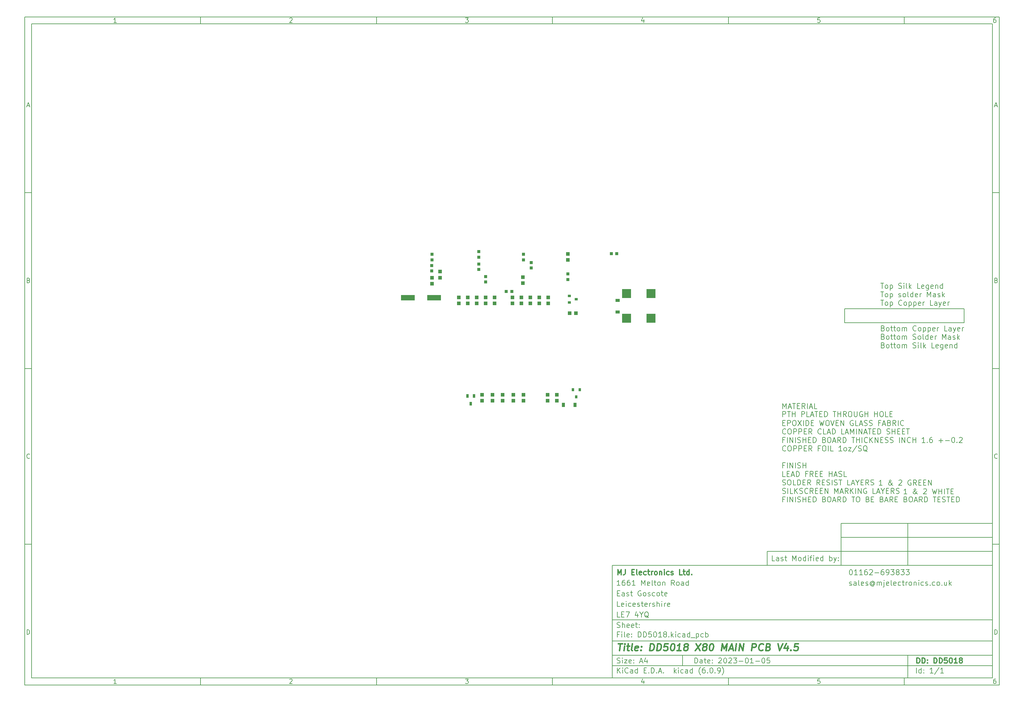
<source format=gbr>
G04 #@! TF.GenerationSoftware,KiCad,Pcbnew,(6.0.9)*
G04 #@! TF.CreationDate,2023-02-23T16:18:13+00:00*
G04 #@! TF.ProjectId,DD5018,44443530-3138-42e6-9b69-6361645f7063,DD5018*
G04 #@! TF.SameCoordinates,Original*
G04 #@! TF.FileFunction,Paste,Top*
G04 #@! TF.FilePolarity,Positive*
%FSLAX46Y46*%
G04 Gerber Fmt 4.6, Leading zero omitted, Abs format (unit mm)*
G04 Created by KiCad (PCBNEW (6.0.9)) date 2023-02-23 16:18:13*
%MOMM*%
%LPD*%
G01*
G04 APERTURE LIST*
%ADD10C,0.100000*%
%ADD11C,0.150000*%
%ADD12C,0.300000*%
%ADD13C,0.400000*%
%ADD14R,0.970200X0.920900*%
%ADD15R,1.100000X1.000000*%
%ADD16R,0.920900X0.970200*%
%ADD17R,1.000000X1.100000*%
%ADD18R,2.500000X2.500000*%
%ADD19R,0.800000X0.900000*%
%ADD20R,4.000000X1.600000*%
%ADD21R,0.950000X1.250000*%
%ADD22R,0.800100X1.000760*%
%ADD23R,0.900000X0.800000*%
%ADD24R,1.250000X0.950000*%
G04 APERTURE END LIST*
D10*
D11*
X177002200Y-166007200D02*
X177002200Y-198007200D01*
X285002200Y-198007200D01*
X285002200Y-166007200D01*
X177002200Y-166007200D01*
D10*
D11*
X10000000Y-10000000D02*
X10000000Y-200007200D01*
X287002200Y-200007200D01*
X287002200Y-10000000D01*
X10000000Y-10000000D01*
D10*
D11*
X12000000Y-12000000D02*
X12000000Y-198007200D01*
X285002200Y-198007200D01*
X285002200Y-12000000D01*
X12000000Y-12000000D01*
D10*
D11*
X60000000Y-12000000D02*
X60000000Y-10000000D01*
D10*
D11*
X110000000Y-12000000D02*
X110000000Y-10000000D01*
D10*
D11*
X160000000Y-12000000D02*
X160000000Y-10000000D01*
D10*
D11*
X210000000Y-12000000D02*
X210000000Y-10000000D01*
D10*
D11*
X260000000Y-12000000D02*
X260000000Y-10000000D01*
D10*
D11*
X36065476Y-11588095D02*
X35322619Y-11588095D01*
X35694047Y-11588095D02*
X35694047Y-10288095D01*
X35570238Y-10473809D01*
X35446428Y-10597619D01*
X35322619Y-10659523D01*
D10*
D11*
X85322619Y-10411904D02*
X85384523Y-10350000D01*
X85508333Y-10288095D01*
X85817857Y-10288095D01*
X85941666Y-10350000D01*
X86003571Y-10411904D01*
X86065476Y-10535714D01*
X86065476Y-10659523D01*
X86003571Y-10845238D01*
X85260714Y-11588095D01*
X86065476Y-11588095D01*
D10*
D11*
X135260714Y-10288095D02*
X136065476Y-10288095D01*
X135632142Y-10783333D01*
X135817857Y-10783333D01*
X135941666Y-10845238D01*
X136003571Y-10907142D01*
X136065476Y-11030952D01*
X136065476Y-11340476D01*
X136003571Y-11464285D01*
X135941666Y-11526190D01*
X135817857Y-11588095D01*
X135446428Y-11588095D01*
X135322619Y-11526190D01*
X135260714Y-11464285D01*
D10*
D11*
X185941666Y-10721428D02*
X185941666Y-11588095D01*
X185632142Y-10226190D02*
X185322619Y-11154761D01*
X186127380Y-11154761D01*
D10*
D11*
X236003571Y-10288095D02*
X235384523Y-10288095D01*
X235322619Y-10907142D01*
X235384523Y-10845238D01*
X235508333Y-10783333D01*
X235817857Y-10783333D01*
X235941666Y-10845238D01*
X236003571Y-10907142D01*
X236065476Y-11030952D01*
X236065476Y-11340476D01*
X236003571Y-11464285D01*
X235941666Y-11526190D01*
X235817857Y-11588095D01*
X235508333Y-11588095D01*
X235384523Y-11526190D01*
X235322619Y-11464285D01*
D10*
D11*
X285941666Y-10288095D02*
X285694047Y-10288095D01*
X285570238Y-10350000D01*
X285508333Y-10411904D01*
X285384523Y-10597619D01*
X285322619Y-10845238D01*
X285322619Y-11340476D01*
X285384523Y-11464285D01*
X285446428Y-11526190D01*
X285570238Y-11588095D01*
X285817857Y-11588095D01*
X285941666Y-11526190D01*
X286003571Y-11464285D01*
X286065476Y-11340476D01*
X286065476Y-11030952D01*
X286003571Y-10907142D01*
X285941666Y-10845238D01*
X285817857Y-10783333D01*
X285570238Y-10783333D01*
X285446428Y-10845238D01*
X285384523Y-10907142D01*
X285322619Y-11030952D01*
D10*
D11*
X60000000Y-198007200D02*
X60000000Y-200007200D01*
D10*
D11*
X110000000Y-198007200D02*
X110000000Y-200007200D01*
D10*
D11*
X160000000Y-198007200D02*
X160000000Y-200007200D01*
D10*
D11*
X210000000Y-198007200D02*
X210000000Y-200007200D01*
D10*
D11*
X260000000Y-198007200D02*
X260000000Y-200007200D01*
D10*
D11*
X36065476Y-199595295D02*
X35322619Y-199595295D01*
X35694047Y-199595295D02*
X35694047Y-198295295D01*
X35570238Y-198481009D01*
X35446428Y-198604819D01*
X35322619Y-198666723D01*
D10*
D11*
X85322619Y-198419104D02*
X85384523Y-198357200D01*
X85508333Y-198295295D01*
X85817857Y-198295295D01*
X85941666Y-198357200D01*
X86003571Y-198419104D01*
X86065476Y-198542914D01*
X86065476Y-198666723D01*
X86003571Y-198852438D01*
X85260714Y-199595295D01*
X86065476Y-199595295D01*
D10*
D11*
X135260714Y-198295295D02*
X136065476Y-198295295D01*
X135632142Y-198790533D01*
X135817857Y-198790533D01*
X135941666Y-198852438D01*
X136003571Y-198914342D01*
X136065476Y-199038152D01*
X136065476Y-199347676D01*
X136003571Y-199471485D01*
X135941666Y-199533390D01*
X135817857Y-199595295D01*
X135446428Y-199595295D01*
X135322619Y-199533390D01*
X135260714Y-199471485D01*
D10*
D11*
X185941666Y-198728628D02*
X185941666Y-199595295D01*
X185632142Y-198233390D02*
X185322619Y-199161961D01*
X186127380Y-199161961D01*
D10*
D11*
X236003571Y-198295295D02*
X235384523Y-198295295D01*
X235322619Y-198914342D01*
X235384523Y-198852438D01*
X235508333Y-198790533D01*
X235817857Y-198790533D01*
X235941666Y-198852438D01*
X236003571Y-198914342D01*
X236065476Y-199038152D01*
X236065476Y-199347676D01*
X236003571Y-199471485D01*
X235941666Y-199533390D01*
X235817857Y-199595295D01*
X235508333Y-199595295D01*
X235384523Y-199533390D01*
X235322619Y-199471485D01*
D10*
D11*
X285941666Y-198295295D02*
X285694047Y-198295295D01*
X285570238Y-198357200D01*
X285508333Y-198419104D01*
X285384523Y-198604819D01*
X285322619Y-198852438D01*
X285322619Y-199347676D01*
X285384523Y-199471485D01*
X285446428Y-199533390D01*
X285570238Y-199595295D01*
X285817857Y-199595295D01*
X285941666Y-199533390D01*
X286003571Y-199471485D01*
X286065476Y-199347676D01*
X286065476Y-199038152D01*
X286003571Y-198914342D01*
X285941666Y-198852438D01*
X285817857Y-198790533D01*
X285570238Y-198790533D01*
X285446428Y-198852438D01*
X285384523Y-198914342D01*
X285322619Y-199038152D01*
D10*
D11*
X10000000Y-60000000D02*
X12000000Y-60000000D01*
D10*
D11*
X10000000Y-110000000D02*
X12000000Y-110000000D01*
D10*
D11*
X10000000Y-160000000D02*
X12000000Y-160000000D01*
D10*
D11*
X10690476Y-35216666D02*
X11309523Y-35216666D01*
X10566666Y-35588095D02*
X11000000Y-34288095D01*
X11433333Y-35588095D01*
D10*
D11*
X11092857Y-84907142D02*
X11278571Y-84969047D01*
X11340476Y-85030952D01*
X11402380Y-85154761D01*
X11402380Y-85340476D01*
X11340476Y-85464285D01*
X11278571Y-85526190D01*
X11154761Y-85588095D01*
X10659523Y-85588095D01*
X10659523Y-84288095D01*
X11092857Y-84288095D01*
X11216666Y-84350000D01*
X11278571Y-84411904D01*
X11340476Y-84535714D01*
X11340476Y-84659523D01*
X11278571Y-84783333D01*
X11216666Y-84845238D01*
X11092857Y-84907142D01*
X10659523Y-84907142D01*
D10*
D11*
X11402380Y-135464285D02*
X11340476Y-135526190D01*
X11154761Y-135588095D01*
X11030952Y-135588095D01*
X10845238Y-135526190D01*
X10721428Y-135402380D01*
X10659523Y-135278571D01*
X10597619Y-135030952D01*
X10597619Y-134845238D01*
X10659523Y-134597619D01*
X10721428Y-134473809D01*
X10845238Y-134350000D01*
X11030952Y-134288095D01*
X11154761Y-134288095D01*
X11340476Y-134350000D01*
X11402380Y-134411904D01*
D10*
D11*
X10659523Y-185588095D02*
X10659523Y-184288095D01*
X10969047Y-184288095D01*
X11154761Y-184350000D01*
X11278571Y-184473809D01*
X11340476Y-184597619D01*
X11402380Y-184845238D01*
X11402380Y-185030952D01*
X11340476Y-185278571D01*
X11278571Y-185402380D01*
X11154761Y-185526190D01*
X10969047Y-185588095D01*
X10659523Y-185588095D01*
D10*
D11*
X287002200Y-60000000D02*
X285002200Y-60000000D01*
D10*
D11*
X287002200Y-110000000D02*
X285002200Y-110000000D01*
D10*
D11*
X287002200Y-160000000D02*
X285002200Y-160000000D01*
D10*
D11*
X285692676Y-35216666D02*
X286311723Y-35216666D01*
X285568866Y-35588095D02*
X286002200Y-34288095D01*
X286435533Y-35588095D01*
D10*
D11*
X286095057Y-84907142D02*
X286280771Y-84969047D01*
X286342676Y-85030952D01*
X286404580Y-85154761D01*
X286404580Y-85340476D01*
X286342676Y-85464285D01*
X286280771Y-85526190D01*
X286156961Y-85588095D01*
X285661723Y-85588095D01*
X285661723Y-84288095D01*
X286095057Y-84288095D01*
X286218866Y-84350000D01*
X286280771Y-84411904D01*
X286342676Y-84535714D01*
X286342676Y-84659523D01*
X286280771Y-84783333D01*
X286218866Y-84845238D01*
X286095057Y-84907142D01*
X285661723Y-84907142D01*
D10*
D11*
X286404580Y-135464285D02*
X286342676Y-135526190D01*
X286156961Y-135588095D01*
X286033152Y-135588095D01*
X285847438Y-135526190D01*
X285723628Y-135402380D01*
X285661723Y-135278571D01*
X285599819Y-135030952D01*
X285599819Y-134845238D01*
X285661723Y-134597619D01*
X285723628Y-134473809D01*
X285847438Y-134350000D01*
X286033152Y-134288095D01*
X286156961Y-134288095D01*
X286342676Y-134350000D01*
X286404580Y-134411904D01*
D10*
D11*
X285661723Y-185588095D02*
X285661723Y-184288095D01*
X285971247Y-184288095D01*
X286156961Y-184350000D01*
X286280771Y-184473809D01*
X286342676Y-184597619D01*
X286404580Y-184845238D01*
X286404580Y-185030952D01*
X286342676Y-185278571D01*
X286280771Y-185402380D01*
X286156961Y-185526190D01*
X285971247Y-185588095D01*
X285661723Y-185588095D01*
D10*
D11*
X200434342Y-193785771D02*
X200434342Y-192285771D01*
X200791485Y-192285771D01*
X201005771Y-192357200D01*
X201148628Y-192500057D01*
X201220057Y-192642914D01*
X201291485Y-192928628D01*
X201291485Y-193142914D01*
X201220057Y-193428628D01*
X201148628Y-193571485D01*
X201005771Y-193714342D01*
X200791485Y-193785771D01*
X200434342Y-193785771D01*
X202577200Y-193785771D02*
X202577200Y-193000057D01*
X202505771Y-192857200D01*
X202362914Y-192785771D01*
X202077200Y-192785771D01*
X201934342Y-192857200D01*
X202577200Y-193714342D02*
X202434342Y-193785771D01*
X202077200Y-193785771D01*
X201934342Y-193714342D01*
X201862914Y-193571485D01*
X201862914Y-193428628D01*
X201934342Y-193285771D01*
X202077200Y-193214342D01*
X202434342Y-193214342D01*
X202577200Y-193142914D01*
X203077200Y-192785771D02*
X203648628Y-192785771D01*
X203291485Y-192285771D02*
X203291485Y-193571485D01*
X203362914Y-193714342D01*
X203505771Y-193785771D01*
X203648628Y-193785771D01*
X204720057Y-193714342D02*
X204577200Y-193785771D01*
X204291485Y-193785771D01*
X204148628Y-193714342D01*
X204077200Y-193571485D01*
X204077200Y-193000057D01*
X204148628Y-192857200D01*
X204291485Y-192785771D01*
X204577200Y-192785771D01*
X204720057Y-192857200D01*
X204791485Y-193000057D01*
X204791485Y-193142914D01*
X204077200Y-193285771D01*
X205434342Y-193642914D02*
X205505771Y-193714342D01*
X205434342Y-193785771D01*
X205362914Y-193714342D01*
X205434342Y-193642914D01*
X205434342Y-193785771D01*
X205434342Y-192857200D02*
X205505771Y-192928628D01*
X205434342Y-193000057D01*
X205362914Y-192928628D01*
X205434342Y-192857200D01*
X205434342Y-193000057D01*
X207220057Y-192428628D02*
X207291485Y-192357200D01*
X207434342Y-192285771D01*
X207791485Y-192285771D01*
X207934342Y-192357200D01*
X208005771Y-192428628D01*
X208077200Y-192571485D01*
X208077200Y-192714342D01*
X208005771Y-192928628D01*
X207148628Y-193785771D01*
X208077200Y-193785771D01*
X209005771Y-192285771D02*
X209148628Y-192285771D01*
X209291485Y-192357200D01*
X209362914Y-192428628D01*
X209434342Y-192571485D01*
X209505771Y-192857200D01*
X209505771Y-193214342D01*
X209434342Y-193500057D01*
X209362914Y-193642914D01*
X209291485Y-193714342D01*
X209148628Y-193785771D01*
X209005771Y-193785771D01*
X208862914Y-193714342D01*
X208791485Y-193642914D01*
X208720057Y-193500057D01*
X208648628Y-193214342D01*
X208648628Y-192857200D01*
X208720057Y-192571485D01*
X208791485Y-192428628D01*
X208862914Y-192357200D01*
X209005771Y-192285771D01*
X210077200Y-192428628D02*
X210148628Y-192357200D01*
X210291485Y-192285771D01*
X210648628Y-192285771D01*
X210791485Y-192357200D01*
X210862914Y-192428628D01*
X210934342Y-192571485D01*
X210934342Y-192714342D01*
X210862914Y-192928628D01*
X210005771Y-193785771D01*
X210934342Y-193785771D01*
X211434342Y-192285771D02*
X212362914Y-192285771D01*
X211862914Y-192857200D01*
X212077200Y-192857200D01*
X212220057Y-192928628D01*
X212291485Y-193000057D01*
X212362914Y-193142914D01*
X212362914Y-193500057D01*
X212291485Y-193642914D01*
X212220057Y-193714342D01*
X212077200Y-193785771D01*
X211648628Y-193785771D01*
X211505771Y-193714342D01*
X211434342Y-193642914D01*
X213005771Y-193214342D02*
X214148628Y-193214342D01*
X215148628Y-192285771D02*
X215291485Y-192285771D01*
X215434342Y-192357200D01*
X215505771Y-192428628D01*
X215577200Y-192571485D01*
X215648628Y-192857200D01*
X215648628Y-193214342D01*
X215577200Y-193500057D01*
X215505771Y-193642914D01*
X215434342Y-193714342D01*
X215291485Y-193785771D01*
X215148628Y-193785771D01*
X215005771Y-193714342D01*
X214934342Y-193642914D01*
X214862914Y-193500057D01*
X214791485Y-193214342D01*
X214791485Y-192857200D01*
X214862914Y-192571485D01*
X214934342Y-192428628D01*
X215005771Y-192357200D01*
X215148628Y-192285771D01*
X217077200Y-193785771D02*
X216220057Y-193785771D01*
X216648628Y-193785771D02*
X216648628Y-192285771D01*
X216505771Y-192500057D01*
X216362914Y-192642914D01*
X216220057Y-192714342D01*
X217720057Y-193214342D02*
X218862914Y-193214342D01*
X219862914Y-192285771D02*
X220005771Y-192285771D01*
X220148628Y-192357200D01*
X220220057Y-192428628D01*
X220291485Y-192571485D01*
X220362914Y-192857200D01*
X220362914Y-193214342D01*
X220291485Y-193500057D01*
X220220057Y-193642914D01*
X220148628Y-193714342D01*
X220005771Y-193785771D01*
X219862914Y-193785771D01*
X219720057Y-193714342D01*
X219648628Y-193642914D01*
X219577200Y-193500057D01*
X219505771Y-193214342D01*
X219505771Y-192857200D01*
X219577200Y-192571485D01*
X219648628Y-192428628D01*
X219720057Y-192357200D01*
X219862914Y-192285771D01*
X221720057Y-192285771D02*
X221005771Y-192285771D01*
X220934342Y-193000057D01*
X221005771Y-192928628D01*
X221148628Y-192857200D01*
X221505771Y-192857200D01*
X221648628Y-192928628D01*
X221720057Y-193000057D01*
X221791485Y-193142914D01*
X221791485Y-193500057D01*
X221720057Y-193642914D01*
X221648628Y-193714342D01*
X221505771Y-193785771D01*
X221148628Y-193785771D01*
X221005771Y-193714342D01*
X220934342Y-193642914D01*
D10*
D11*
X177002200Y-194507200D02*
X285002200Y-194507200D01*
D10*
D11*
X178434342Y-196585771D02*
X178434342Y-195085771D01*
X179291485Y-196585771D02*
X178648628Y-195728628D01*
X179291485Y-195085771D02*
X178434342Y-195942914D01*
X179934342Y-196585771D02*
X179934342Y-195585771D01*
X179934342Y-195085771D02*
X179862914Y-195157200D01*
X179934342Y-195228628D01*
X180005771Y-195157200D01*
X179934342Y-195085771D01*
X179934342Y-195228628D01*
X181505771Y-196442914D02*
X181434342Y-196514342D01*
X181220057Y-196585771D01*
X181077200Y-196585771D01*
X180862914Y-196514342D01*
X180720057Y-196371485D01*
X180648628Y-196228628D01*
X180577200Y-195942914D01*
X180577200Y-195728628D01*
X180648628Y-195442914D01*
X180720057Y-195300057D01*
X180862914Y-195157200D01*
X181077200Y-195085771D01*
X181220057Y-195085771D01*
X181434342Y-195157200D01*
X181505771Y-195228628D01*
X182791485Y-196585771D02*
X182791485Y-195800057D01*
X182720057Y-195657200D01*
X182577200Y-195585771D01*
X182291485Y-195585771D01*
X182148628Y-195657200D01*
X182791485Y-196514342D02*
X182648628Y-196585771D01*
X182291485Y-196585771D01*
X182148628Y-196514342D01*
X182077200Y-196371485D01*
X182077200Y-196228628D01*
X182148628Y-196085771D01*
X182291485Y-196014342D01*
X182648628Y-196014342D01*
X182791485Y-195942914D01*
X184148628Y-196585771D02*
X184148628Y-195085771D01*
X184148628Y-196514342D02*
X184005771Y-196585771D01*
X183720057Y-196585771D01*
X183577200Y-196514342D01*
X183505771Y-196442914D01*
X183434342Y-196300057D01*
X183434342Y-195871485D01*
X183505771Y-195728628D01*
X183577200Y-195657200D01*
X183720057Y-195585771D01*
X184005771Y-195585771D01*
X184148628Y-195657200D01*
X186005771Y-195800057D02*
X186505771Y-195800057D01*
X186720057Y-196585771D02*
X186005771Y-196585771D01*
X186005771Y-195085771D01*
X186720057Y-195085771D01*
X187362914Y-196442914D02*
X187434342Y-196514342D01*
X187362914Y-196585771D01*
X187291485Y-196514342D01*
X187362914Y-196442914D01*
X187362914Y-196585771D01*
X188077200Y-196585771D02*
X188077200Y-195085771D01*
X188434342Y-195085771D01*
X188648628Y-195157200D01*
X188791485Y-195300057D01*
X188862914Y-195442914D01*
X188934342Y-195728628D01*
X188934342Y-195942914D01*
X188862914Y-196228628D01*
X188791485Y-196371485D01*
X188648628Y-196514342D01*
X188434342Y-196585771D01*
X188077200Y-196585771D01*
X189577200Y-196442914D02*
X189648628Y-196514342D01*
X189577200Y-196585771D01*
X189505771Y-196514342D01*
X189577200Y-196442914D01*
X189577200Y-196585771D01*
X190220057Y-196157200D02*
X190934342Y-196157200D01*
X190077200Y-196585771D02*
X190577200Y-195085771D01*
X191077200Y-196585771D01*
X191577200Y-196442914D02*
X191648628Y-196514342D01*
X191577200Y-196585771D01*
X191505771Y-196514342D01*
X191577200Y-196442914D01*
X191577200Y-196585771D01*
X194577200Y-196585771D02*
X194577200Y-195085771D01*
X194720057Y-196014342D02*
X195148628Y-196585771D01*
X195148628Y-195585771D02*
X194577200Y-196157200D01*
X195791485Y-196585771D02*
X195791485Y-195585771D01*
X195791485Y-195085771D02*
X195720057Y-195157200D01*
X195791485Y-195228628D01*
X195862914Y-195157200D01*
X195791485Y-195085771D01*
X195791485Y-195228628D01*
X197148628Y-196514342D02*
X197005771Y-196585771D01*
X196720057Y-196585771D01*
X196577200Y-196514342D01*
X196505771Y-196442914D01*
X196434342Y-196300057D01*
X196434342Y-195871485D01*
X196505771Y-195728628D01*
X196577200Y-195657200D01*
X196720057Y-195585771D01*
X197005771Y-195585771D01*
X197148628Y-195657200D01*
X198434342Y-196585771D02*
X198434342Y-195800057D01*
X198362914Y-195657200D01*
X198220057Y-195585771D01*
X197934342Y-195585771D01*
X197791485Y-195657200D01*
X198434342Y-196514342D02*
X198291485Y-196585771D01*
X197934342Y-196585771D01*
X197791485Y-196514342D01*
X197720057Y-196371485D01*
X197720057Y-196228628D01*
X197791485Y-196085771D01*
X197934342Y-196014342D01*
X198291485Y-196014342D01*
X198434342Y-195942914D01*
X199791485Y-196585771D02*
X199791485Y-195085771D01*
X199791485Y-196514342D02*
X199648628Y-196585771D01*
X199362914Y-196585771D01*
X199220057Y-196514342D01*
X199148628Y-196442914D01*
X199077200Y-196300057D01*
X199077200Y-195871485D01*
X199148628Y-195728628D01*
X199220057Y-195657200D01*
X199362914Y-195585771D01*
X199648628Y-195585771D01*
X199791485Y-195657200D01*
X202077200Y-197157200D02*
X202005771Y-197085771D01*
X201862914Y-196871485D01*
X201791485Y-196728628D01*
X201720057Y-196514342D01*
X201648628Y-196157200D01*
X201648628Y-195871485D01*
X201720057Y-195514342D01*
X201791485Y-195300057D01*
X201862914Y-195157200D01*
X202005771Y-194942914D01*
X202077200Y-194871485D01*
X203291485Y-195085771D02*
X203005771Y-195085771D01*
X202862914Y-195157200D01*
X202791485Y-195228628D01*
X202648628Y-195442914D01*
X202577200Y-195728628D01*
X202577200Y-196300057D01*
X202648628Y-196442914D01*
X202720057Y-196514342D01*
X202862914Y-196585771D01*
X203148628Y-196585771D01*
X203291485Y-196514342D01*
X203362914Y-196442914D01*
X203434342Y-196300057D01*
X203434342Y-195942914D01*
X203362914Y-195800057D01*
X203291485Y-195728628D01*
X203148628Y-195657200D01*
X202862914Y-195657200D01*
X202720057Y-195728628D01*
X202648628Y-195800057D01*
X202577200Y-195942914D01*
X204077200Y-196442914D02*
X204148628Y-196514342D01*
X204077200Y-196585771D01*
X204005771Y-196514342D01*
X204077200Y-196442914D01*
X204077200Y-196585771D01*
X205077200Y-195085771D02*
X205220057Y-195085771D01*
X205362914Y-195157200D01*
X205434342Y-195228628D01*
X205505771Y-195371485D01*
X205577200Y-195657200D01*
X205577200Y-196014342D01*
X205505771Y-196300057D01*
X205434342Y-196442914D01*
X205362914Y-196514342D01*
X205220057Y-196585771D01*
X205077200Y-196585771D01*
X204934342Y-196514342D01*
X204862914Y-196442914D01*
X204791485Y-196300057D01*
X204720057Y-196014342D01*
X204720057Y-195657200D01*
X204791485Y-195371485D01*
X204862914Y-195228628D01*
X204934342Y-195157200D01*
X205077200Y-195085771D01*
X206220057Y-196442914D02*
X206291485Y-196514342D01*
X206220057Y-196585771D01*
X206148628Y-196514342D01*
X206220057Y-196442914D01*
X206220057Y-196585771D01*
X207005771Y-196585771D02*
X207291485Y-196585771D01*
X207434342Y-196514342D01*
X207505771Y-196442914D01*
X207648628Y-196228628D01*
X207720057Y-195942914D01*
X207720057Y-195371485D01*
X207648628Y-195228628D01*
X207577200Y-195157200D01*
X207434342Y-195085771D01*
X207148628Y-195085771D01*
X207005771Y-195157200D01*
X206934342Y-195228628D01*
X206862914Y-195371485D01*
X206862914Y-195728628D01*
X206934342Y-195871485D01*
X207005771Y-195942914D01*
X207148628Y-196014342D01*
X207434342Y-196014342D01*
X207577200Y-195942914D01*
X207648628Y-195871485D01*
X207720057Y-195728628D01*
X208220057Y-197157200D02*
X208291485Y-197085771D01*
X208434342Y-196871485D01*
X208505771Y-196728628D01*
X208577200Y-196514342D01*
X208648628Y-196157200D01*
X208648628Y-195871485D01*
X208577200Y-195514342D01*
X208505771Y-195300057D01*
X208434342Y-195157200D01*
X208291485Y-194942914D01*
X208220057Y-194871485D01*
D10*
D11*
X177002200Y-191507200D02*
X285002200Y-191507200D01*
D10*
D12*
X263554342Y-193785771D02*
X263554342Y-192285771D01*
X263911485Y-192285771D01*
X264125771Y-192357200D01*
X264268628Y-192500057D01*
X264340057Y-192642914D01*
X264411485Y-192928628D01*
X264411485Y-193142914D01*
X264340057Y-193428628D01*
X264268628Y-193571485D01*
X264125771Y-193714342D01*
X263911485Y-193785771D01*
X263554342Y-193785771D01*
X265054342Y-193785771D02*
X265054342Y-192285771D01*
X265411485Y-192285771D01*
X265625771Y-192357200D01*
X265768628Y-192500057D01*
X265840057Y-192642914D01*
X265911485Y-192928628D01*
X265911485Y-193142914D01*
X265840057Y-193428628D01*
X265768628Y-193571485D01*
X265625771Y-193714342D01*
X265411485Y-193785771D01*
X265054342Y-193785771D01*
X266554342Y-193642914D02*
X266625771Y-193714342D01*
X266554342Y-193785771D01*
X266482914Y-193714342D01*
X266554342Y-193642914D01*
X266554342Y-193785771D01*
X266554342Y-192857200D02*
X266625771Y-192928628D01*
X266554342Y-193000057D01*
X266482914Y-192928628D01*
X266554342Y-192857200D01*
X266554342Y-193000057D01*
X268411485Y-193785771D02*
X268411485Y-192285771D01*
X268768628Y-192285771D01*
X268982914Y-192357200D01*
X269125771Y-192500057D01*
X269197200Y-192642914D01*
X269268628Y-192928628D01*
X269268628Y-193142914D01*
X269197200Y-193428628D01*
X269125771Y-193571485D01*
X268982914Y-193714342D01*
X268768628Y-193785771D01*
X268411485Y-193785771D01*
X269911485Y-193785771D02*
X269911485Y-192285771D01*
X270268628Y-192285771D01*
X270482914Y-192357200D01*
X270625771Y-192500057D01*
X270697200Y-192642914D01*
X270768628Y-192928628D01*
X270768628Y-193142914D01*
X270697200Y-193428628D01*
X270625771Y-193571485D01*
X270482914Y-193714342D01*
X270268628Y-193785771D01*
X269911485Y-193785771D01*
X272125771Y-192285771D02*
X271411485Y-192285771D01*
X271340057Y-193000057D01*
X271411485Y-192928628D01*
X271554342Y-192857200D01*
X271911485Y-192857200D01*
X272054342Y-192928628D01*
X272125771Y-193000057D01*
X272197200Y-193142914D01*
X272197200Y-193500057D01*
X272125771Y-193642914D01*
X272054342Y-193714342D01*
X271911485Y-193785771D01*
X271554342Y-193785771D01*
X271411485Y-193714342D01*
X271340057Y-193642914D01*
X273125771Y-192285771D02*
X273268628Y-192285771D01*
X273411485Y-192357200D01*
X273482914Y-192428628D01*
X273554342Y-192571485D01*
X273625771Y-192857200D01*
X273625771Y-193214342D01*
X273554342Y-193500057D01*
X273482914Y-193642914D01*
X273411485Y-193714342D01*
X273268628Y-193785771D01*
X273125771Y-193785771D01*
X272982914Y-193714342D01*
X272911485Y-193642914D01*
X272840057Y-193500057D01*
X272768628Y-193214342D01*
X272768628Y-192857200D01*
X272840057Y-192571485D01*
X272911485Y-192428628D01*
X272982914Y-192357200D01*
X273125771Y-192285771D01*
X275054342Y-193785771D02*
X274197200Y-193785771D01*
X274625771Y-193785771D02*
X274625771Y-192285771D01*
X274482914Y-192500057D01*
X274340057Y-192642914D01*
X274197200Y-192714342D01*
X275911485Y-192928628D02*
X275768628Y-192857200D01*
X275697200Y-192785771D01*
X275625771Y-192642914D01*
X275625771Y-192571485D01*
X275697200Y-192428628D01*
X275768628Y-192357200D01*
X275911485Y-192285771D01*
X276197200Y-192285771D01*
X276340057Y-192357200D01*
X276411485Y-192428628D01*
X276482914Y-192571485D01*
X276482914Y-192642914D01*
X276411485Y-192785771D01*
X276340057Y-192857200D01*
X276197200Y-192928628D01*
X275911485Y-192928628D01*
X275768628Y-193000057D01*
X275697200Y-193071485D01*
X275625771Y-193214342D01*
X275625771Y-193500057D01*
X275697200Y-193642914D01*
X275768628Y-193714342D01*
X275911485Y-193785771D01*
X276197200Y-193785771D01*
X276340057Y-193714342D01*
X276411485Y-193642914D01*
X276482914Y-193500057D01*
X276482914Y-193214342D01*
X276411485Y-193071485D01*
X276340057Y-193000057D01*
X276197200Y-192928628D01*
D10*
D11*
X178362914Y-193714342D02*
X178577200Y-193785771D01*
X178934342Y-193785771D01*
X179077200Y-193714342D01*
X179148628Y-193642914D01*
X179220057Y-193500057D01*
X179220057Y-193357200D01*
X179148628Y-193214342D01*
X179077200Y-193142914D01*
X178934342Y-193071485D01*
X178648628Y-193000057D01*
X178505771Y-192928628D01*
X178434342Y-192857200D01*
X178362914Y-192714342D01*
X178362914Y-192571485D01*
X178434342Y-192428628D01*
X178505771Y-192357200D01*
X178648628Y-192285771D01*
X179005771Y-192285771D01*
X179220057Y-192357200D01*
X179862914Y-193785771D02*
X179862914Y-192785771D01*
X179862914Y-192285771D02*
X179791485Y-192357200D01*
X179862914Y-192428628D01*
X179934342Y-192357200D01*
X179862914Y-192285771D01*
X179862914Y-192428628D01*
X180434342Y-192785771D02*
X181220057Y-192785771D01*
X180434342Y-193785771D01*
X181220057Y-193785771D01*
X182362914Y-193714342D02*
X182220057Y-193785771D01*
X181934342Y-193785771D01*
X181791485Y-193714342D01*
X181720057Y-193571485D01*
X181720057Y-193000057D01*
X181791485Y-192857200D01*
X181934342Y-192785771D01*
X182220057Y-192785771D01*
X182362914Y-192857200D01*
X182434342Y-193000057D01*
X182434342Y-193142914D01*
X181720057Y-193285771D01*
X183077200Y-193642914D02*
X183148628Y-193714342D01*
X183077200Y-193785771D01*
X183005771Y-193714342D01*
X183077200Y-193642914D01*
X183077200Y-193785771D01*
X183077200Y-192857200D02*
X183148628Y-192928628D01*
X183077200Y-193000057D01*
X183005771Y-192928628D01*
X183077200Y-192857200D01*
X183077200Y-193000057D01*
X184862914Y-193357200D02*
X185577200Y-193357200D01*
X184720057Y-193785771D02*
X185220057Y-192285771D01*
X185720057Y-193785771D01*
X186862914Y-192785771D02*
X186862914Y-193785771D01*
X186505771Y-192214342D02*
X186148628Y-193285771D01*
X187077200Y-193285771D01*
D10*
D11*
X263434342Y-196585771D02*
X263434342Y-195085771D01*
X264791485Y-196585771D02*
X264791485Y-195085771D01*
X264791485Y-196514342D02*
X264648628Y-196585771D01*
X264362914Y-196585771D01*
X264220057Y-196514342D01*
X264148628Y-196442914D01*
X264077200Y-196300057D01*
X264077200Y-195871485D01*
X264148628Y-195728628D01*
X264220057Y-195657200D01*
X264362914Y-195585771D01*
X264648628Y-195585771D01*
X264791485Y-195657200D01*
X265505771Y-196442914D02*
X265577200Y-196514342D01*
X265505771Y-196585771D01*
X265434342Y-196514342D01*
X265505771Y-196442914D01*
X265505771Y-196585771D01*
X265505771Y-195657200D02*
X265577200Y-195728628D01*
X265505771Y-195800057D01*
X265434342Y-195728628D01*
X265505771Y-195657200D01*
X265505771Y-195800057D01*
X268148628Y-196585771D02*
X267291485Y-196585771D01*
X267720057Y-196585771D02*
X267720057Y-195085771D01*
X267577200Y-195300057D01*
X267434342Y-195442914D01*
X267291485Y-195514342D01*
X269862914Y-195014342D02*
X268577200Y-196942914D01*
X271148628Y-196585771D02*
X270291485Y-196585771D01*
X270720057Y-196585771D02*
X270720057Y-195085771D01*
X270577200Y-195300057D01*
X270434342Y-195442914D01*
X270291485Y-195514342D01*
D10*
D11*
X177002200Y-187507200D02*
X285002200Y-187507200D01*
D10*
D13*
X178714580Y-188211961D02*
X179857438Y-188211961D01*
X179036009Y-190211961D02*
X179286009Y-188211961D01*
X180274104Y-190211961D02*
X180440771Y-188878628D01*
X180524104Y-188211961D02*
X180416961Y-188307200D01*
X180500295Y-188402438D01*
X180607438Y-188307200D01*
X180524104Y-188211961D01*
X180500295Y-188402438D01*
X181107438Y-188878628D02*
X181869342Y-188878628D01*
X181476485Y-188211961D02*
X181262200Y-189926247D01*
X181333628Y-190116723D01*
X181512200Y-190211961D01*
X181702676Y-190211961D01*
X182655057Y-190211961D02*
X182476485Y-190116723D01*
X182405057Y-189926247D01*
X182619342Y-188211961D01*
X184190771Y-190116723D02*
X183988390Y-190211961D01*
X183607438Y-190211961D01*
X183428866Y-190116723D01*
X183357438Y-189926247D01*
X183452676Y-189164342D01*
X183571723Y-188973866D01*
X183774104Y-188878628D01*
X184155057Y-188878628D01*
X184333628Y-188973866D01*
X184405057Y-189164342D01*
X184381247Y-189354819D01*
X183405057Y-189545295D01*
X185155057Y-190021485D02*
X185238390Y-190116723D01*
X185131247Y-190211961D01*
X185047914Y-190116723D01*
X185155057Y-190021485D01*
X185131247Y-190211961D01*
X185286009Y-188973866D02*
X185369342Y-189069104D01*
X185262200Y-189164342D01*
X185178866Y-189069104D01*
X185286009Y-188973866D01*
X185262200Y-189164342D01*
X187607438Y-190211961D02*
X187857438Y-188211961D01*
X188333628Y-188211961D01*
X188607438Y-188307200D01*
X188774104Y-188497676D01*
X188845533Y-188688152D01*
X188893152Y-189069104D01*
X188857438Y-189354819D01*
X188714580Y-189735771D01*
X188595533Y-189926247D01*
X188381247Y-190116723D01*
X188083628Y-190211961D01*
X187607438Y-190211961D01*
X189607438Y-190211961D02*
X189857438Y-188211961D01*
X190333628Y-188211961D01*
X190607438Y-188307200D01*
X190774104Y-188497676D01*
X190845533Y-188688152D01*
X190893152Y-189069104D01*
X190857438Y-189354819D01*
X190714580Y-189735771D01*
X190595533Y-189926247D01*
X190381247Y-190116723D01*
X190083628Y-190211961D01*
X189607438Y-190211961D01*
X192809819Y-188211961D02*
X191857438Y-188211961D01*
X191643152Y-189164342D01*
X191750295Y-189069104D01*
X191952676Y-188973866D01*
X192428866Y-188973866D01*
X192607438Y-189069104D01*
X192690771Y-189164342D01*
X192762200Y-189354819D01*
X192702676Y-189831009D01*
X192583628Y-190021485D01*
X192476485Y-190116723D01*
X192274104Y-190211961D01*
X191797914Y-190211961D01*
X191619342Y-190116723D01*
X191536009Y-190021485D01*
X194143152Y-188211961D02*
X194333628Y-188211961D01*
X194512200Y-188307200D01*
X194595533Y-188402438D01*
X194666961Y-188592914D01*
X194714580Y-188973866D01*
X194655057Y-189450057D01*
X194512200Y-189831009D01*
X194393152Y-190021485D01*
X194286009Y-190116723D01*
X194083628Y-190211961D01*
X193893152Y-190211961D01*
X193714580Y-190116723D01*
X193631247Y-190021485D01*
X193559819Y-189831009D01*
X193512200Y-189450057D01*
X193571723Y-188973866D01*
X193714580Y-188592914D01*
X193833628Y-188402438D01*
X193940771Y-188307200D01*
X194143152Y-188211961D01*
X196464580Y-190211961D02*
X195321723Y-190211961D01*
X195893152Y-190211961D02*
X196143152Y-188211961D01*
X195916961Y-188497676D01*
X195702676Y-188688152D01*
X195500295Y-188783390D01*
X197750295Y-189069104D02*
X197571723Y-188973866D01*
X197488390Y-188878628D01*
X197416961Y-188688152D01*
X197428866Y-188592914D01*
X197547914Y-188402438D01*
X197655057Y-188307200D01*
X197857438Y-188211961D01*
X198238390Y-188211961D01*
X198416961Y-188307200D01*
X198500295Y-188402438D01*
X198571723Y-188592914D01*
X198559819Y-188688152D01*
X198440771Y-188878628D01*
X198333628Y-188973866D01*
X198131247Y-189069104D01*
X197750295Y-189069104D01*
X197547914Y-189164342D01*
X197440771Y-189259580D01*
X197321723Y-189450057D01*
X197274104Y-189831009D01*
X197345533Y-190021485D01*
X197428866Y-190116723D01*
X197607438Y-190211961D01*
X197988390Y-190211961D01*
X198190771Y-190116723D01*
X198297914Y-190021485D01*
X198416961Y-189831009D01*
X198464580Y-189450057D01*
X198393152Y-189259580D01*
X198309819Y-189164342D01*
X198131247Y-189069104D01*
X200809819Y-188211961D02*
X201893152Y-190211961D01*
X202143152Y-188211961D02*
X200559819Y-190211961D01*
X203083628Y-189069104D02*
X202905057Y-188973866D01*
X202821723Y-188878628D01*
X202750295Y-188688152D01*
X202762200Y-188592914D01*
X202881247Y-188402438D01*
X202988390Y-188307200D01*
X203190771Y-188211961D01*
X203571723Y-188211961D01*
X203750295Y-188307200D01*
X203833628Y-188402438D01*
X203905057Y-188592914D01*
X203893152Y-188688152D01*
X203774104Y-188878628D01*
X203666961Y-188973866D01*
X203464580Y-189069104D01*
X203083628Y-189069104D01*
X202881247Y-189164342D01*
X202774104Y-189259580D01*
X202655057Y-189450057D01*
X202607438Y-189831009D01*
X202678866Y-190021485D01*
X202762200Y-190116723D01*
X202940771Y-190211961D01*
X203321723Y-190211961D01*
X203524104Y-190116723D01*
X203631247Y-190021485D01*
X203750295Y-189831009D01*
X203797914Y-189450057D01*
X203726485Y-189259580D01*
X203643152Y-189164342D01*
X203464580Y-189069104D01*
X205190771Y-188211961D02*
X205381247Y-188211961D01*
X205559819Y-188307200D01*
X205643152Y-188402438D01*
X205714580Y-188592914D01*
X205762200Y-188973866D01*
X205702676Y-189450057D01*
X205559819Y-189831009D01*
X205440771Y-190021485D01*
X205333628Y-190116723D01*
X205131247Y-190211961D01*
X204940771Y-190211961D01*
X204762200Y-190116723D01*
X204678866Y-190021485D01*
X204607438Y-189831009D01*
X204559819Y-189450057D01*
X204619342Y-188973866D01*
X204762200Y-188592914D01*
X204881247Y-188402438D01*
X204988390Y-188307200D01*
X205190771Y-188211961D01*
X207988390Y-190211961D02*
X208238390Y-188211961D01*
X208726485Y-189640533D01*
X209571723Y-188211961D01*
X209321723Y-190211961D01*
X210250295Y-189640533D02*
X211202676Y-189640533D01*
X209988390Y-190211961D02*
X210905057Y-188211961D01*
X211321723Y-190211961D01*
X211988390Y-190211961D02*
X212238390Y-188211961D01*
X212940771Y-190211961D02*
X213190771Y-188211961D01*
X214083628Y-190211961D01*
X214333628Y-188211961D01*
X216559819Y-190211961D02*
X216809819Y-188211961D01*
X217571723Y-188211961D01*
X217750295Y-188307200D01*
X217833628Y-188402438D01*
X217905057Y-188592914D01*
X217869342Y-188878628D01*
X217750295Y-189069104D01*
X217643152Y-189164342D01*
X217440771Y-189259580D01*
X216678866Y-189259580D01*
X219726485Y-190021485D02*
X219619342Y-190116723D01*
X219321723Y-190211961D01*
X219131247Y-190211961D01*
X218857438Y-190116723D01*
X218690771Y-189926247D01*
X218619342Y-189735771D01*
X218571723Y-189354819D01*
X218607438Y-189069104D01*
X218750295Y-188688152D01*
X218869342Y-188497676D01*
X219083628Y-188307200D01*
X219381247Y-188211961D01*
X219571723Y-188211961D01*
X219845533Y-188307200D01*
X219928866Y-188402438D01*
X221357438Y-189164342D02*
X221631247Y-189259580D01*
X221714580Y-189354819D01*
X221786009Y-189545295D01*
X221750295Y-189831009D01*
X221631247Y-190021485D01*
X221524104Y-190116723D01*
X221321723Y-190211961D01*
X220559819Y-190211961D01*
X220809819Y-188211961D01*
X221476485Y-188211961D01*
X221655057Y-188307200D01*
X221738390Y-188402438D01*
X221809819Y-188592914D01*
X221786009Y-188783390D01*
X221666961Y-188973866D01*
X221559819Y-189069104D01*
X221357438Y-189164342D01*
X220690771Y-189164342D01*
X224047914Y-188211961D02*
X224464580Y-190211961D01*
X225381247Y-188211961D01*
X226821723Y-188878628D02*
X226655057Y-190211961D01*
X226440771Y-188116723D02*
X225786009Y-189545295D01*
X227024104Y-189545295D01*
X227726485Y-190021485D02*
X227809819Y-190116723D01*
X227702676Y-190211961D01*
X227619342Y-190116723D01*
X227726485Y-190021485D01*
X227702676Y-190211961D01*
X229857438Y-188211961D02*
X228905057Y-188211961D01*
X228690771Y-189164342D01*
X228797914Y-189069104D01*
X229000295Y-188973866D01*
X229476485Y-188973866D01*
X229655057Y-189069104D01*
X229738390Y-189164342D01*
X229809819Y-189354819D01*
X229750295Y-189831009D01*
X229631247Y-190021485D01*
X229524104Y-190116723D01*
X229321723Y-190211961D01*
X228845533Y-190211961D01*
X228666961Y-190116723D01*
X228583628Y-190021485D01*
D10*
D11*
X178934342Y-185600057D02*
X178434342Y-185600057D01*
X178434342Y-186385771D02*
X178434342Y-184885771D01*
X179148628Y-184885771D01*
X179720057Y-186385771D02*
X179720057Y-185385771D01*
X179720057Y-184885771D02*
X179648628Y-184957200D01*
X179720057Y-185028628D01*
X179791485Y-184957200D01*
X179720057Y-184885771D01*
X179720057Y-185028628D01*
X180648628Y-186385771D02*
X180505771Y-186314342D01*
X180434342Y-186171485D01*
X180434342Y-184885771D01*
X181791485Y-186314342D02*
X181648628Y-186385771D01*
X181362914Y-186385771D01*
X181220057Y-186314342D01*
X181148628Y-186171485D01*
X181148628Y-185600057D01*
X181220057Y-185457200D01*
X181362914Y-185385771D01*
X181648628Y-185385771D01*
X181791485Y-185457200D01*
X181862914Y-185600057D01*
X181862914Y-185742914D01*
X181148628Y-185885771D01*
X182505771Y-186242914D02*
X182577200Y-186314342D01*
X182505771Y-186385771D01*
X182434342Y-186314342D01*
X182505771Y-186242914D01*
X182505771Y-186385771D01*
X182505771Y-185457200D02*
X182577200Y-185528628D01*
X182505771Y-185600057D01*
X182434342Y-185528628D01*
X182505771Y-185457200D01*
X182505771Y-185600057D01*
X184362914Y-186385771D02*
X184362914Y-184885771D01*
X184720057Y-184885771D01*
X184934342Y-184957200D01*
X185077200Y-185100057D01*
X185148628Y-185242914D01*
X185220057Y-185528628D01*
X185220057Y-185742914D01*
X185148628Y-186028628D01*
X185077200Y-186171485D01*
X184934342Y-186314342D01*
X184720057Y-186385771D01*
X184362914Y-186385771D01*
X185862914Y-186385771D02*
X185862914Y-184885771D01*
X186220057Y-184885771D01*
X186434342Y-184957200D01*
X186577200Y-185100057D01*
X186648628Y-185242914D01*
X186720057Y-185528628D01*
X186720057Y-185742914D01*
X186648628Y-186028628D01*
X186577200Y-186171485D01*
X186434342Y-186314342D01*
X186220057Y-186385771D01*
X185862914Y-186385771D01*
X188077200Y-184885771D02*
X187362914Y-184885771D01*
X187291485Y-185600057D01*
X187362914Y-185528628D01*
X187505771Y-185457200D01*
X187862914Y-185457200D01*
X188005771Y-185528628D01*
X188077200Y-185600057D01*
X188148628Y-185742914D01*
X188148628Y-186100057D01*
X188077200Y-186242914D01*
X188005771Y-186314342D01*
X187862914Y-186385771D01*
X187505771Y-186385771D01*
X187362914Y-186314342D01*
X187291485Y-186242914D01*
X189077200Y-184885771D02*
X189220057Y-184885771D01*
X189362914Y-184957200D01*
X189434342Y-185028628D01*
X189505771Y-185171485D01*
X189577200Y-185457200D01*
X189577200Y-185814342D01*
X189505771Y-186100057D01*
X189434342Y-186242914D01*
X189362914Y-186314342D01*
X189220057Y-186385771D01*
X189077200Y-186385771D01*
X188934342Y-186314342D01*
X188862914Y-186242914D01*
X188791485Y-186100057D01*
X188720057Y-185814342D01*
X188720057Y-185457200D01*
X188791485Y-185171485D01*
X188862914Y-185028628D01*
X188934342Y-184957200D01*
X189077200Y-184885771D01*
X191005771Y-186385771D02*
X190148628Y-186385771D01*
X190577200Y-186385771D02*
X190577200Y-184885771D01*
X190434342Y-185100057D01*
X190291485Y-185242914D01*
X190148628Y-185314342D01*
X191862914Y-185528628D02*
X191720057Y-185457200D01*
X191648628Y-185385771D01*
X191577200Y-185242914D01*
X191577200Y-185171485D01*
X191648628Y-185028628D01*
X191720057Y-184957200D01*
X191862914Y-184885771D01*
X192148628Y-184885771D01*
X192291485Y-184957200D01*
X192362914Y-185028628D01*
X192434342Y-185171485D01*
X192434342Y-185242914D01*
X192362914Y-185385771D01*
X192291485Y-185457200D01*
X192148628Y-185528628D01*
X191862914Y-185528628D01*
X191720057Y-185600057D01*
X191648628Y-185671485D01*
X191577200Y-185814342D01*
X191577200Y-186100057D01*
X191648628Y-186242914D01*
X191720057Y-186314342D01*
X191862914Y-186385771D01*
X192148628Y-186385771D01*
X192291485Y-186314342D01*
X192362914Y-186242914D01*
X192434342Y-186100057D01*
X192434342Y-185814342D01*
X192362914Y-185671485D01*
X192291485Y-185600057D01*
X192148628Y-185528628D01*
X193077200Y-186242914D02*
X193148628Y-186314342D01*
X193077200Y-186385771D01*
X193005771Y-186314342D01*
X193077200Y-186242914D01*
X193077200Y-186385771D01*
X193791485Y-186385771D02*
X193791485Y-184885771D01*
X193934342Y-185814342D02*
X194362914Y-186385771D01*
X194362914Y-185385771D02*
X193791485Y-185957200D01*
X195005771Y-186385771D02*
X195005771Y-185385771D01*
X195005771Y-184885771D02*
X194934342Y-184957200D01*
X195005771Y-185028628D01*
X195077200Y-184957200D01*
X195005771Y-184885771D01*
X195005771Y-185028628D01*
X196362914Y-186314342D02*
X196220057Y-186385771D01*
X195934342Y-186385771D01*
X195791485Y-186314342D01*
X195720057Y-186242914D01*
X195648628Y-186100057D01*
X195648628Y-185671485D01*
X195720057Y-185528628D01*
X195791485Y-185457200D01*
X195934342Y-185385771D01*
X196220057Y-185385771D01*
X196362914Y-185457200D01*
X197648628Y-186385771D02*
X197648628Y-185600057D01*
X197577200Y-185457200D01*
X197434342Y-185385771D01*
X197148628Y-185385771D01*
X197005771Y-185457200D01*
X197648628Y-186314342D02*
X197505771Y-186385771D01*
X197148628Y-186385771D01*
X197005771Y-186314342D01*
X196934342Y-186171485D01*
X196934342Y-186028628D01*
X197005771Y-185885771D01*
X197148628Y-185814342D01*
X197505771Y-185814342D01*
X197648628Y-185742914D01*
X199005771Y-186385771D02*
X199005771Y-184885771D01*
X199005771Y-186314342D02*
X198862914Y-186385771D01*
X198577200Y-186385771D01*
X198434342Y-186314342D01*
X198362914Y-186242914D01*
X198291485Y-186100057D01*
X198291485Y-185671485D01*
X198362914Y-185528628D01*
X198434342Y-185457200D01*
X198577200Y-185385771D01*
X198862914Y-185385771D01*
X199005771Y-185457200D01*
X199362914Y-186528628D02*
X200505771Y-186528628D01*
X200862914Y-185385771D02*
X200862914Y-186885771D01*
X200862914Y-185457200D02*
X201005771Y-185385771D01*
X201291485Y-185385771D01*
X201434342Y-185457200D01*
X201505771Y-185528628D01*
X201577200Y-185671485D01*
X201577200Y-186100057D01*
X201505771Y-186242914D01*
X201434342Y-186314342D01*
X201291485Y-186385771D01*
X201005771Y-186385771D01*
X200862914Y-186314342D01*
X202862914Y-186314342D02*
X202720057Y-186385771D01*
X202434342Y-186385771D01*
X202291485Y-186314342D01*
X202220057Y-186242914D01*
X202148628Y-186100057D01*
X202148628Y-185671485D01*
X202220057Y-185528628D01*
X202291485Y-185457200D01*
X202434342Y-185385771D01*
X202720057Y-185385771D01*
X202862914Y-185457200D01*
X203505771Y-186385771D02*
X203505771Y-184885771D01*
X203505771Y-185457200D02*
X203648628Y-185385771D01*
X203934342Y-185385771D01*
X204077200Y-185457200D01*
X204148628Y-185528628D01*
X204220057Y-185671485D01*
X204220057Y-186100057D01*
X204148628Y-186242914D01*
X204077200Y-186314342D01*
X203934342Y-186385771D01*
X203648628Y-186385771D01*
X203505771Y-186314342D01*
D10*
D11*
X177002200Y-181507200D02*
X285002200Y-181507200D01*
D10*
D11*
X178362914Y-183614342D02*
X178577200Y-183685771D01*
X178934342Y-183685771D01*
X179077200Y-183614342D01*
X179148628Y-183542914D01*
X179220057Y-183400057D01*
X179220057Y-183257200D01*
X179148628Y-183114342D01*
X179077200Y-183042914D01*
X178934342Y-182971485D01*
X178648628Y-182900057D01*
X178505771Y-182828628D01*
X178434342Y-182757200D01*
X178362914Y-182614342D01*
X178362914Y-182471485D01*
X178434342Y-182328628D01*
X178505771Y-182257200D01*
X178648628Y-182185771D01*
X179005771Y-182185771D01*
X179220057Y-182257200D01*
X179862914Y-183685771D02*
X179862914Y-182185771D01*
X180505771Y-183685771D02*
X180505771Y-182900057D01*
X180434342Y-182757200D01*
X180291485Y-182685771D01*
X180077200Y-182685771D01*
X179934342Y-182757200D01*
X179862914Y-182828628D01*
X181791485Y-183614342D02*
X181648628Y-183685771D01*
X181362914Y-183685771D01*
X181220057Y-183614342D01*
X181148628Y-183471485D01*
X181148628Y-182900057D01*
X181220057Y-182757200D01*
X181362914Y-182685771D01*
X181648628Y-182685771D01*
X181791485Y-182757200D01*
X181862914Y-182900057D01*
X181862914Y-183042914D01*
X181148628Y-183185771D01*
X183077200Y-183614342D02*
X182934342Y-183685771D01*
X182648628Y-183685771D01*
X182505771Y-183614342D01*
X182434342Y-183471485D01*
X182434342Y-182900057D01*
X182505771Y-182757200D01*
X182648628Y-182685771D01*
X182934342Y-182685771D01*
X183077200Y-182757200D01*
X183148628Y-182900057D01*
X183148628Y-183042914D01*
X182434342Y-183185771D01*
X183577200Y-182685771D02*
X184148628Y-182685771D01*
X183791485Y-182185771D02*
X183791485Y-183471485D01*
X183862914Y-183614342D01*
X184005771Y-183685771D01*
X184148628Y-183685771D01*
X184648628Y-183542914D02*
X184720057Y-183614342D01*
X184648628Y-183685771D01*
X184577200Y-183614342D01*
X184648628Y-183542914D01*
X184648628Y-183685771D01*
X184648628Y-182757200D02*
X184720057Y-182828628D01*
X184648628Y-182900057D01*
X184577200Y-182828628D01*
X184648628Y-182757200D01*
X184648628Y-182900057D01*
D10*
D12*
X178554342Y-168685571D02*
X178554342Y-167185571D01*
X179054342Y-168257000D01*
X179554342Y-167185571D01*
X179554342Y-168685571D01*
X180697200Y-167185571D02*
X180697200Y-168257000D01*
X180625771Y-168471285D01*
X180482914Y-168614142D01*
X180268628Y-168685571D01*
X180125771Y-168685571D01*
X182554342Y-167899857D02*
X183054342Y-167899857D01*
X183268628Y-168685571D02*
X182554342Y-168685571D01*
X182554342Y-167185571D01*
X183268628Y-167185571D01*
X184125771Y-168685571D02*
X183982914Y-168614142D01*
X183911485Y-168471285D01*
X183911485Y-167185571D01*
X185268628Y-168614142D02*
X185125771Y-168685571D01*
X184840057Y-168685571D01*
X184697200Y-168614142D01*
X184625771Y-168471285D01*
X184625771Y-167899857D01*
X184697200Y-167757000D01*
X184840057Y-167685571D01*
X185125771Y-167685571D01*
X185268628Y-167757000D01*
X185340057Y-167899857D01*
X185340057Y-168042714D01*
X184625771Y-168185571D01*
X186625771Y-168614142D02*
X186482914Y-168685571D01*
X186197200Y-168685571D01*
X186054342Y-168614142D01*
X185982914Y-168542714D01*
X185911485Y-168399857D01*
X185911485Y-167971285D01*
X185982914Y-167828428D01*
X186054342Y-167757000D01*
X186197200Y-167685571D01*
X186482914Y-167685571D01*
X186625771Y-167757000D01*
X187054342Y-167685571D02*
X187625771Y-167685571D01*
X187268628Y-167185571D02*
X187268628Y-168471285D01*
X187340057Y-168614142D01*
X187482914Y-168685571D01*
X187625771Y-168685571D01*
X188125771Y-168685571D02*
X188125771Y-167685571D01*
X188125771Y-167971285D02*
X188197200Y-167828428D01*
X188268628Y-167757000D01*
X188411485Y-167685571D01*
X188554342Y-167685571D01*
X189268628Y-168685571D02*
X189125771Y-168614142D01*
X189054342Y-168542714D01*
X188982914Y-168399857D01*
X188982914Y-167971285D01*
X189054342Y-167828428D01*
X189125771Y-167757000D01*
X189268628Y-167685571D01*
X189482914Y-167685571D01*
X189625771Y-167757000D01*
X189697200Y-167828428D01*
X189768628Y-167971285D01*
X189768628Y-168399857D01*
X189697200Y-168542714D01*
X189625771Y-168614142D01*
X189482914Y-168685571D01*
X189268628Y-168685571D01*
X190411485Y-167685571D02*
X190411485Y-168685571D01*
X190411485Y-167828428D02*
X190482914Y-167757000D01*
X190625771Y-167685571D01*
X190840057Y-167685571D01*
X190982914Y-167757000D01*
X191054342Y-167899857D01*
X191054342Y-168685571D01*
X191768628Y-168685571D02*
X191768628Y-167685571D01*
X191768628Y-167185571D02*
X191697200Y-167257000D01*
X191768628Y-167328428D01*
X191840057Y-167257000D01*
X191768628Y-167185571D01*
X191768628Y-167328428D01*
X193125771Y-168614142D02*
X192982914Y-168685571D01*
X192697200Y-168685571D01*
X192554342Y-168614142D01*
X192482914Y-168542714D01*
X192411485Y-168399857D01*
X192411485Y-167971285D01*
X192482914Y-167828428D01*
X192554342Y-167757000D01*
X192697200Y-167685571D01*
X192982914Y-167685571D01*
X193125771Y-167757000D01*
X193697200Y-168614142D02*
X193840057Y-168685571D01*
X194125771Y-168685571D01*
X194268628Y-168614142D01*
X194340057Y-168471285D01*
X194340057Y-168399857D01*
X194268628Y-168257000D01*
X194125771Y-168185571D01*
X193911485Y-168185571D01*
X193768628Y-168114142D01*
X193697200Y-167971285D01*
X193697200Y-167899857D01*
X193768628Y-167757000D01*
X193911485Y-167685571D01*
X194125771Y-167685571D01*
X194268628Y-167757000D01*
X196840057Y-168685571D02*
X196125771Y-168685571D01*
X196125771Y-167185571D01*
X197125771Y-167685571D02*
X197697200Y-167685571D01*
X197340057Y-167185571D02*
X197340057Y-168471285D01*
X197411485Y-168614142D01*
X197554342Y-168685571D01*
X197697200Y-168685571D01*
X198840057Y-168685571D02*
X198840057Y-167185571D01*
X198840057Y-168614142D02*
X198697200Y-168685571D01*
X198411485Y-168685571D01*
X198268628Y-168614142D01*
X198197200Y-168542714D01*
X198125771Y-168399857D01*
X198125771Y-167971285D01*
X198197200Y-167828428D01*
X198268628Y-167757000D01*
X198411485Y-167685571D01*
X198697200Y-167685571D01*
X198840057Y-167757000D01*
X199554342Y-168542714D02*
X199625771Y-168614142D01*
X199554342Y-168685571D01*
X199482914Y-168614142D01*
X199554342Y-168542714D01*
X199554342Y-168685571D01*
D10*
D11*
X179220057Y-171685571D02*
X178362914Y-171685571D01*
X178791485Y-171685571D02*
X178791485Y-170185571D01*
X178648628Y-170399857D01*
X178505771Y-170542714D01*
X178362914Y-170614142D01*
X180505771Y-170185571D02*
X180220057Y-170185571D01*
X180077200Y-170257000D01*
X180005771Y-170328428D01*
X179862914Y-170542714D01*
X179791485Y-170828428D01*
X179791485Y-171399857D01*
X179862914Y-171542714D01*
X179934342Y-171614142D01*
X180077200Y-171685571D01*
X180362914Y-171685571D01*
X180505771Y-171614142D01*
X180577200Y-171542714D01*
X180648628Y-171399857D01*
X180648628Y-171042714D01*
X180577200Y-170899857D01*
X180505771Y-170828428D01*
X180362914Y-170757000D01*
X180077200Y-170757000D01*
X179934342Y-170828428D01*
X179862914Y-170899857D01*
X179791485Y-171042714D01*
X181934342Y-170185571D02*
X181648628Y-170185571D01*
X181505771Y-170257000D01*
X181434342Y-170328428D01*
X181291485Y-170542714D01*
X181220057Y-170828428D01*
X181220057Y-171399857D01*
X181291485Y-171542714D01*
X181362914Y-171614142D01*
X181505771Y-171685571D01*
X181791485Y-171685571D01*
X181934342Y-171614142D01*
X182005771Y-171542714D01*
X182077200Y-171399857D01*
X182077200Y-171042714D01*
X182005771Y-170899857D01*
X181934342Y-170828428D01*
X181791485Y-170757000D01*
X181505771Y-170757000D01*
X181362914Y-170828428D01*
X181291485Y-170899857D01*
X181220057Y-171042714D01*
X183505771Y-171685571D02*
X182648628Y-171685571D01*
X183077200Y-171685571D02*
X183077200Y-170185571D01*
X182934342Y-170399857D01*
X182791485Y-170542714D01*
X182648628Y-170614142D01*
X185291485Y-171685571D02*
X185291485Y-170185571D01*
X185791485Y-171257000D01*
X186291485Y-170185571D01*
X186291485Y-171685571D01*
X187577200Y-171614142D02*
X187434342Y-171685571D01*
X187148628Y-171685571D01*
X187005771Y-171614142D01*
X186934342Y-171471285D01*
X186934342Y-170899857D01*
X187005771Y-170757000D01*
X187148628Y-170685571D01*
X187434342Y-170685571D01*
X187577200Y-170757000D01*
X187648628Y-170899857D01*
X187648628Y-171042714D01*
X186934342Y-171185571D01*
X188505771Y-171685571D02*
X188362914Y-171614142D01*
X188291485Y-171471285D01*
X188291485Y-170185571D01*
X188862914Y-170685571D02*
X189434342Y-170685571D01*
X189077200Y-170185571D02*
X189077200Y-171471285D01*
X189148628Y-171614142D01*
X189291485Y-171685571D01*
X189434342Y-171685571D01*
X190148628Y-171685571D02*
X190005771Y-171614142D01*
X189934342Y-171542714D01*
X189862914Y-171399857D01*
X189862914Y-170971285D01*
X189934342Y-170828428D01*
X190005771Y-170757000D01*
X190148628Y-170685571D01*
X190362914Y-170685571D01*
X190505771Y-170757000D01*
X190577200Y-170828428D01*
X190648628Y-170971285D01*
X190648628Y-171399857D01*
X190577200Y-171542714D01*
X190505771Y-171614142D01*
X190362914Y-171685571D01*
X190148628Y-171685571D01*
X191291485Y-170685571D02*
X191291485Y-171685571D01*
X191291485Y-170828428D02*
X191362914Y-170757000D01*
X191505771Y-170685571D01*
X191720057Y-170685571D01*
X191862914Y-170757000D01*
X191934342Y-170899857D01*
X191934342Y-171685571D01*
X194648628Y-171685571D02*
X194148628Y-170971285D01*
X193791485Y-171685571D02*
X193791485Y-170185571D01*
X194362914Y-170185571D01*
X194505771Y-170257000D01*
X194577200Y-170328428D01*
X194648628Y-170471285D01*
X194648628Y-170685571D01*
X194577200Y-170828428D01*
X194505771Y-170899857D01*
X194362914Y-170971285D01*
X193791485Y-170971285D01*
X195505771Y-171685571D02*
X195362914Y-171614142D01*
X195291485Y-171542714D01*
X195220057Y-171399857D01*
X195220057Y-170971285D01*
X195291485Y-170828428D01*
X195362914Y-170757000D01*
X195505771Y-170685571D01*
X195720057Y-170685571D01*
X195862914Y-170757000D01*
X195934342Y-170828428D01*
X196005771Y-170971285D01*
X196005771Y-171399857D01*
X195934342Y-171542714D01*
X195862914Y-171614142D01*
X195720057Y-171685571D01*
X195505771Y-171685571D01*
X197291485Y-171685571D02*
X197291485Y-170899857D01*
X197220057Y-170757000D01*
X197077200Y-170685571D01*
X196791485Y-170685571D01*
X196648628Y-170757000D01*
X197291485Y-171614142D02*
X197148628Y-171685571D01*
X196791485Y-171685571D01*
X196648628Y-171614142D01*
X196577200Y-171471285D01*
X196577200Y-171328428D01*
X196648628Y-171185571D01*
X196791485Y-171114142D01*
X197148628Y-171114142D01*
X197291485Y-171042714D01*
X198648628Y-171685571D02*
X198648628Y-170185571D01*
X198648628Y-171614142D02*
X198505771Y-171685571D01*
X198220057Y-171685571D01*
X198077200Y-171614142D01*
X198005771Y-171542714D01*
X197934342Y-171399857D01*
X197934342Y-170971285D01*
X198005771Y-170828428D01*
X198077200Y-170757000D01*
X198220057Y-170685571D01*
X198505771Y-170685571D01*
X198648628Y-170757000D01*
D10*
D11*
X178434342Y-173900057D02*
X178934342Y-173900057D01*
X179148628Y-174685771D02*
X178434342Y-174685771D01*
X178434342Y-173185771D01*
X179148628Y-173185771D01*
X180434342Y-174685771D02*
X180434342Y-173900057D01*
X180362914Y-173757200D01*
X180220057Y-173685771D01*
X179934342Y-173685771D01*
X179791485Y-173757200D01*
X180434342Y-174614342D02*
X180291485Y-174685771D01*
X179934342Y-174685771D01*
X179791485Y-174614342D01*
X179720057Y-174471485D01*
X179720057Y-174328628D01*
X179791485Y-174185771D01*
X179934342Y-174114342D01*
X180291485Y-174114342D01*
X180434342Y-174042914D01*
X181077200Y-174614342D02*
X181220057Y-174685771D01*
X181505771Y-174685771D01*
X181648628Y-174614342D01*
X181720057Y-174471485D01*
X181720057Y-174400057D01*
X181648628Y-174257200D01*
X181505771Y-174185771D01*
X181291485Y-174185771D01*
X181148628Y-174114342D01*
X181077200Y-173971485D01*
X181077200Y-173900057D01*
X181148628Y-173757200D01*
X181291485Y-173685771D01*
X181505771Y-173685771D01*
X181648628Y-173757200D01*
X182148628Y-173685771D02*
X182720057Y-173685771D01*
X182362914Y-173185771D02*
X182362914Y-174471485D01*
X182434342Y-174614342D01*
X182577200Y-174685771D01*
X182720057Y-174685771D01*
X185148628Y-173257200D02*
X185005771Y-173185771D01*
X184791485Y-173185771D01*
X184577200Y-173257200D01*
X184434342Y-173400057D01*
X184362914Y-173542914D01*
X184291485Y-173828628D01*
X184291485Y-174042914D01*
X184362914Y-174328628D01*
X184434342Y-174471485D01*
X184577200Y-174614342D01*
X184791485Y-174685771D01*
X184934342Y-174685771D01*
X185148628Y-174614342D01*
X185220057Y-174542914D01*
X185220057Y-174042914D01*
X184934342Y-174042914D01*
X186077200Y-174685771D02*
X185934342Y-174614342D01*
X185862914Y-174542914D01*
X185791485Y-174400057D01*
X185791485Y-173971485D01*
X185862914Y-173828628D01*
X185934342Y-173757200D01*
X186077200Y-173685771D01*
X186291485Y-173685771D01*
X186434342Y-173757200D01*
X186505771Y-173828628D01*
X186577200Y-173971485D01*
X186577200Y-174400057D01*
X186505771Y-174542914D01*
X186434342Y-174614342D01*
X186291485Y-174685771D01*
X186077200Y-174685771D01*
X187148628Y-174614342D02*
X187291485Y-174685771D01*
X187577200Y-174685771D01*
X187720057Y-174614342D01*
X187791485Y-174471485D01*
X187791485Y-174400057D01*
X187720057Y-174257200D01*
X187577200Y-174185771D01*
X187362914Y-174185771D01*
X187220057Y-174114342D01*
X187148628Y-173971485D01*
X187148628Y-173900057D01*
X187220057Y-173757200D01*
X187362914Y-173685771D01*
X187577200Y-173685771D01*
X187720057Y-173757200D01*
X189077200Y-174614342D02*
X188934342Y-174685771D01*
X188648628Y-174685771D01*
X188505771Y-174614342D01*
X188434342Y-174542914D01*
X188362914Y-174400057D01*
X188362914Y-173971485D01*
X188434342Y-173828628D01*
X188505771Y-173757200D01*
X188648628Y-173685771D01*
X188934342Y-173685771D01*
X189077200Y-173757200D01*
X189934342Y-174685771D02*
X189791485Y-174614342D01*
X189720057Y-174542914D01*
X189648628Y-174400057D01*
X189648628Y-173971485D01*
X189720057Y-173828628D01*
X189791485Y-173757200D01*
X189934342Y-173685771D01*
X190148628Y-173685771D01*
X190291485Y-173757200D01*
X190362914Y-173828628D01*
X190434342Y-173971485D01*
X190434342Y-174400057D01*
X190362914Y-174542914D01*
X190291485Y-174614342D01*
X190148628Y-174685771D01*
X189934342Y-174685771D01*
X190862914Y-173685771D02*
X191434342Y-173685771D01*
X191077200Y-173185771D02*
X191077200Y-174471485D01*
X191148628Y-174614342D01*
X191291485Y-174685771D01*
X191434342Y-174685771D01*
X192505771Y-174614342D02*
X192362914Y-174685771D01*
X192077200Y-174685771D01*
X191934342Y-174614342D01*
X191862914Y-174471485D01*
X191862914Y-173900057D01*
X191934342Y-173757200D01*
X192077200Y-173685771D01*
X192362914Y-173685771D01*
X192505771Y-173757200D01*
X192577200Y-173900057D01*
X192577200Y-174042914D01*
X191862914Y-174185771D01*
D10*
D11*
X179148628Y-177685571D02*
X178434342Y-177685571D01*
X178434342Y-176185571D01*
X180220057Y-177614142D02*
X180077200Y-177685571D01*
X179791485Y-177685571D01*
X179648628Y-177614142D01*
X179577200Y-177471285D01*
X179577200Y-176899857D01*
X179648628Y-176757000D01*
X179791485Y-176685571D01*
X180077200Y-176685571D01*
X180220057Y-176757000D01*
X180291485Y-176899857D01*
X180291485Y-177042714D01*
X179577200Y-177185571D01*
X180934342Y-177685571D02*
X180934342Y-176685571D01*
X180934342Y-176185571D02*
X180862914Y-176257000D01*
X180934342Y-176328428D01*
X181005771Y-176257000D01*
X180934342Y-176185571D01*
X180934342Y-176328428D01*
X182291485Y-177614142D02*
X182148628Y-177685571D01*
X181862914Y-177685571D01*
X181720057Y-177614142D01*
X181648628Y-177542714D01*
X181577200Y-177399857D01*
X181577200Y-176971285D01*
X181648628Y-176828428D01*
X181720057Y-176757000D01*
X181862914Y-176685571D01*
X182148628Y-176685571D01*
X182291485Y-176757000D01*
X183505771Y-177614142D02*
X183362914Y-177685571D01*
X183077200Y-177685571D01*
X182934342Y-177614142D01*
X182862914Y-177471285D01*
X182862914Y-176899857D01*
X182934342Y-176757000D01*
X183077200Y-176685571D01*
X183362914Y-176685571D01*
X183505771Y-176757000D01*
X183577200Y-176899857D01*
X183577200Y-177042714D01*
X182862914Y-177185571D01*
X184148628Y-177614142D02*
X184291485Y-177685571D01*
X184577200Y-177685571D01*
X184720057Y-177614142D01*
X184791485Y-177471285D01*
X184791485Y-177399857D01*
X184720057Y-177257000D01*
X184577200Y-177185571D01*
X184362914Y-177185571D01*
X184220057Y-177114142D01*
X184148628Y-176971285D01*
X184148628Y-176899857D01*
X184220057Y-176757000D01*
X184362914Y-176685571D01*
X184577200Y-176685571D01*
X184720057Y-176757000D01*
X185220057Y-176685571D02*
X185791485Y-176685571D01*
X185434342Y-176185571D02*
X185434342Y-177471285D01*
X185505771Y-177614142D01*
X185648628Y-177685571D01*
X185791485Y-177685571D01*
X186862914Y-177614142D02*
X186720057Y-177685571D01*
X186434342Y-177685571D01*
X186291485Y-177614142D01*
X186220057Y-177471285D01*
X186220057Y-176899857D01*
X186291485Y-176757000D01*
X186434342Y-176685571D01*
X186720057Y-176685571D01*
X186862914Y-176757000D01*
X186934342Y-176899857D01*
X186934342Y-177042714D01*
X186220057Y-177185571D01*
X187577200Y-177685571D02*
X187577200Y-176685571D01*
X187577200Y-176971285D02*
X187648628Y-176828428D01*
X187720057Y-176757000D01*
X187862914Y-176685571D01*
X188005771Y-176685571D01*
X188434342Y-177614142D02*
X188577200Y-177685571D01*
X188862914Y-177685571D01*
X189005771Y-177614142D01*
X189077200Y-177471285D01*
X189077200Y-177399857D01*
X189005771Y-177257000D01*
X188862914Y-177185571D01*
X188648628Y-177185571D01*
X188505771Y-177114142D01*
X188434342Y-176971285D01*
X188434342Y-176899857D01*
X188505771Y-176757000D01*
X188648628Y-176685571D01*
X188862914Y-176685571D01*
X189005771Y-176757000D01*
X189720057Y-177685571D02*
X189720057Y-176185571D01*
X190362914Y-177685571D02*
X190362914Y-176899857D01*
X190291485Y-176757000D01*
X190148628Y-176685571D01*
X189934342Y-176685571D01*
X189791485Y-176757000D01*
X189720057Y-176828428D01*
X191077200Y-177685571D02*
X191077200Y-176685571D01*
X191077200Y-176185571D02*
X191005771Y-176257000D01*
X191077200Y-176328428D01*
X191148628Y-176257000D01*
X191077200Y-176185571D01*
X191077200Y-176328428D01*
X191791485Y-177685571D02*
X191791485Y-176685571D01*
X191791485Y-176971285D02*
X191862914Y-176828428D01*
X191934342Y-176757000D01*
X192077200Y-176685571D01*
X192220057Y-176685571D01*
X193291485Y-177614142D02*
X193148628Y-177685571D01*
X192862914Y-177685571D01*
X192720057Y-177614142D01*
X192648628Y-177471285D01*
X192648628Y-176899857D01*
X192720057Y-176757000D01*
X192862914Y-176685571D01*
X193148628Y-176685571D01*
X193291485Y-176757000D01*
X193362914Y-176899857D01*
X193362914Y-177042714D01*
X192648628Y-177185571D01*
D10*
D11*
X179148628Y-180685571D02*
X178434342Y-180685571D01*
X178434342Y-179185571D01*
X179648628Y-179899857D02*
X180148628Y-179899857D01*
X180362914Y-180685571D02*
X179648628Y-180685571D01*
X179648628Y-179185571D01*
X180362914Y-179185571D01*
X180862914Y-179185571D02*
X181862914Y-179185571D01*
X181220057Y-180685571D01*
X184220057Y-179685571D02*
X184220057Y-180685571D01*
X183862914Y-179114142D02*
X183505771Y-180185571D01*
X184434342Y-180185571D01*
X185291485Y-179971285D02*
X185291485Y-180685571D01*
X184791485Y-179185571D02*
X185291485Y-179971285D01*
X185791485Y-179185571D01*
X187291485Y-180828428D02*
X187148628Y-180757000D01*
X187005771Y-180614142D01*
X186791485Y-180399857D01*
X186648628Y-180328428D01*
X186505771Y-180328428D01*
X186577200Y-180685571D02*
X186434342Y-180614142D01*
X186291485Y-180471285D01*
X186220057Y-180185571D01*
X186220057Y-179685571D01*
X186291485Y-179399857D01*
X186434342Y-179257000D01*
X186577200Y-179185571D01*
X186862914Y-179185571D01*
X187005771Y-179257000D01*
X187148628Y-179399857D01*
X187220057Y-179685571D01*
X187220057Y-180185571D01*
X187148628Y-180471285D01*
X187005771Y-180614142D01*
X186862914Y-180685571D01*
X186577200Y-180685571D01*
D10*
D11*
X197002200Y-191507200D02*
X197002200Y-194507200D01*
D10*
D11*
X261002200Y-191507200D02*
X261002200Y-198007200D01*
D10*
D11*
X223159628Y-164683571D02*
X222445342Y-164683571D01*
X222445342Y-163183571D01*
X224302485Y-164683571D02*
X224302485Y-163897857D01*
X224231057Y-163755000D01*
X224088200Y-163683571D01*
X223802485Y-163683571D01*
X223659628Y-163755000D01*
X224302485Y-164612142D02*
X224159628Y-164683571D01*
X223802485Y-164683571D01*
X223659628Y-164612142D01*
X223588200Y-164469285D01*
X223588200Y-164326428D01*
X223659628Y-164183571D01*
X223802485Y-164112142D01*
X224159628Y-164112142D01*
X224302485Y-164040714D01*
X224945342Y-164612142D02*
X225088200Y-164683571D01*
X225373914Y-164683571D01*
X225516771Y-164612142D01*
X225588200Y-164469285D01*
X225588200Y-164397857D01*
X225516771Y-164255000D01*
X225373914Y-164183571D01*
X225159628Y-164183571D01*
X225016771Y-164112142D01*
X224945342Y-163969285D01*
X224945342Y-163897857D01*
X225016771Y-163755000D01*
X225159628Y-163683571D01*
X225373914Y-163683571D01*
X225516771Y-163755000D01*
X226016771Y-163683571D02*
X226588200Y-163683571D01*
X226231057Y-163183571D02*
X226231057Y-164469285D01*
X226302485Y-164612142D01*
X226445342Y-164683571D01*
X226588200Y-164683571D01*
X228231057Y-164683571D02*
X228231057Y-163183571D01*
X228731057Y-164255000D01*
X229231057Y-163183571D01*
X229231057Y-164683571D01*
X230159628Y-164683571D02*
X230016771Y-164612142D01*
X229945342Y-164540714D01*
X229873914Y-164397857D01*
X229873914Y-163969285D01*
X229945342Y-163826428D01*
X230016771Y-163755000D01*
X230159628Y-163683571D01*
X230373914Y-163683571D01*
X230516771Y-163755000D01*
X230588200Y-163826428D01*
X230659628Y-163969285D01*
X230659628Y-164397857D01*
X230588200Y-164540714D01*
X230516771Y-164612142D01*
X230373914Y-164683571D01*
X230159628Y-164683571D01*
X231945342Y-164683571D02*
X231945342Y-163183571D01*
X231945342Y-164612142D02*
X231802485Y-164683571D01*
X231516771Y-164683571D01*
X231373914Y-164612142D01*
X231302485Y-164540714D01*
X231231057Y-164397857D01*
X231231057Y-163969285D01*
X231302485Y-163826428D01*
X231373914Y-163755000D01*
X231516771Y-163683571D01*
X231802485Y-163683571D01*
X231945342Y-163755000D01*
X232659628Y-164683571D02*
X232659628Y-163683571D01*
X232659628Y-163183571D02*
X232588200Y-163255000D01*
X232659628Y-163326428D01*
X232731057Y-163255000D01*
X232659628Y-163183571D01*
X232659628Y-163326428D01*
X233159628Y-163683571D02*
X233731057Y-163683571D01*
X233373914Y-164683571D02*
X233373914Y-163397857D01*
X233445342Y-163255000D01*
X233588200Y-163183571D01*
X233731057Y-163183571D01*
X234231057Y-164683571D02*
X234231057Y-163683571D01*
X234231057Y-163183571D02*
X234159628Y-163255000D01*
X234231057Y-163326428D01*
X234302485Y-163255000D01*
X234231057Y-163183571D01*
X234231057Y-163326428D01*
X235516771Y-164612142D02*
X235373914Y-164683571D01*
X235088200Y-164683571D01*
X234945342Y-164612142D01*
X234873914Y-164469285D01*
X234873914Y-163897857D01*
X234945342Y-163755000D01*
X235088200Y-163683571D01*
X235373914Y-163683571D01*
X235516771Y-163755000D01*
X235588200Y-163897857D01*
X235588200Y-164040714D01*
X234873914Y-164183571D01*
X236873914Y-164683571D02*
X236873914Y-163183571D01*
X236873914Y-164612142D02*
X236731057Y-164683571D01*
X236445342Y-164683571D01*
X236302485Y-164612142D01*
X236231057Y-164540714D01*
X236159628Y-164397857D01*
X236159628Y-163969285D01*
X236231057Y-163826428D01*
X236302485Y-163755000D01*
X236445342Y-163683571D01*
X236731057Y-163683571D01*
X236873914Y-163755000D01*
X238731057Y-164683571D02*
X238731057Y-163183571D01*
X238731057Y-163755000D02*
X238873914Y-163683571D01*
X239159628Y-163683571D01*
X239302485Y-163755000D01*
X239373914Y-163826428D01*
X239445342Y-163969285D01*
X239445342Y-164397857D01*
X239373914Y-164540714D01*
X239302485Y-164612142D01*
X239159628Y-164683571D01*
X238873914Y-164683571D01*
X238731057Y-164612142D01*
X239945342Y-163683571D02*
X240302485Y-164683571D01*
X240659628Y-163683571D02*
X240302485Y-164683571D01*
X240159628Y-165040714D01*
X240088200Y-165112142D01*
X239945342Y-165183571D01*
X241231057Y-164540714D02*
X241302485Y-164612142D01*
X241231057Y-164683571D01*
X241159628Y-164612142D01*
X241231057Y-164540714D01*
X241231057Y-164683571D01*
X241231057Y-163755000D02*
X241302485Y-163826428D01*
X241231057Y-163897857D01*
X241159628Y-163826428D01*
X241231057Y-163755000D01*
X241231057Y-163897857D01*
D10*
D11*
X285013200Y-166005000D02*
X285013200Y-162005000D01*
X261013200Y-162005000D01*
X261013200Y-166005000D01*
X285013200Y-166005000D01*
D10*
D11*
X261013200Y-166005000D02*
X261013200Y-162005000D01*
X242013200Y-162005000D01*
X242013200Y-166005000D01*
X261013200Y-166005000D01*
D10*
D11*
X242013200Y-166005000D02*
X242013200Y-162005000D01*
X221013200Y-162005000D01*
X221013200Y-166005000D01*
X242013200Y-166005000D01*
D10*
D11*
X285013200Y-162005000D02*
X285013200Y-158005000D01*
X261013200Y-158005000D01*
X261013200Y-162005000D01*
X285013200Y-162005000D01*
D10*
D11*
X261013200Y-162005000D02*
X261013200Y-158005000D01*
X242013200Y-158005000D01*
X242013200Y-162005000D01*
X261013200Y-162005000D01*
D10*
D11*
X285013200Y-158005000D02*
X285013200Y-154005000D01*
X261013200Y-154005000D01*
X261013200Y-158005000D01*
X285013200Y-158005000D01*
D10*
D11*
X261013200Y-158005000D02*
X261013200Y-154005000D01*
X242013200Y-154005000D01*
X242013200Y-158005000D01*
X261013200Y-158005000D01*
D10*
D11*
X225445342Y-121401271D02*
X225445342Y-119901271D01*
X225945342Y-120972700D01*
X226445342Y-119901271D01*
X226445342Y-121401271D01*
X227088200Y-120972700D02*
X227802485Y-120972700D01*
X226945342Y-121401271D02*
X227445342Y-119901271D01*
X227945342Y-121401271D01*
X228231057Y-119901271D02*
X229088200Y-119901271D01*
X228659628Y-121401271D02*
X228659628Y-119901271D01*
X229588200Y-120615557D02*
X230088200Y-120615557D01*
X230302485Y-121401271D02*
X229588200Y-121401271D01*
X229588200Y-119901271D01*
X230302485Y-119901271D01*
X231802485Y-121401271D02*
X231302485Y-120686985D01*
X230945342Y-121401271D02*
X230945342Y-119901271D01*
X231516771Y-119901271D01*
X231659628Y-119972700D01*
X231731057Y-120044128D01*
X231802485Y-120186985D01*
X231802485Y-120401271D01*
X231731057Y-120544128D01*
X231659628Y-120615557D01*
X231516771Y-120686985D01*
X230945342Y-120686985D01*
X232445342Y-121401271D02*
X232445342Y-119901271D01*
X233088200Y-120972700D02*
X233802485Y-120972700D01*
X232945342Y-121401271D02*
X233445342Y-119901271D01*
X233945342Y-121401271D01*
X235159628Y-121401271D02*
X234445342Y-121401271D01*
X234445342Y-119901271D01*
X225445342Y-125445557D02*
X225945342Y-125445557D01*
X226159628Y-126231271D02*
X225445342Y-126231271D01*
X225445342Y-124731271D01*
X226159628Y-124731271D01*
X226802485Y-126231271D02*
X226802485Y-124731271D01*
X227373914Y-124731271D01*
X227516771Y-124802700D01*
X227588200Y-124874128D01*
X227659628Y-125016985D01*
X227659628Y-125231271D01*
X227588200Y-125374128D01*
X227516771Y-125445557D01*
X227373914Y-125516985D01*
X226802485Y-125516985D01*
X228588200Y-124731271D02*
X228873914Y-124731271D01*
X229016771Y-124802700D01*
X229159628Y-124945557D01*
X229231057Y-125231271D01*
X229231057Y-125731271D01*
X229159628Y-126016985D01*
X229016771Y-126159842D01*
X228873914Y-126231271D01*
X228588200Y-126231271D01*
X228445342Y-126159842D01*
X228302485Y-126016985D01*
X228231057Y-125731271D01*
X228231057Y-125231271D01*
X228302485Y-124945557D01*
X228445342Y-124802700D01*
X228588200Y-124731271D01*
X229731057Y-124731271D02*
X230731057Y-126231271D01*
X230731057Y-124731271D02*
X229731057Y-126231271D01*
X231302485Y-126231271D02*
X231302485Y-124731271D01*
X232016771Y-126231271D02*
X232016771Y-124731271D01*
X232373914Y-124731271D01*
X232588200Y-124802700D01*
X232731057Y-124945557D01*
X232802485Y-125088414D01*
X232873914Y-125374128D01*
X232873914Y-125588414D01*
X232802485Y-125874128D01*
X232731057Y-126016985D01*
X232588200Y-126159842D01*
X232373914Y-126231271D01*
X232016771Y-126231271D01*
X233516771Y-125445557D02*
X234016771Y-125445557D01*
X234231057Y-126231271D02*
X233516771Y-126231271D01*
X233516771Y-124731271D01*
X234231057Y-124731271D01*
X235873914Y-124731271D02*
X236231057Y-126231271D01*
X236516771Y-125159842D01*
X236802485Y-126231271D01*
X237159628Y-124731271D01*
X238016771Y-124731271D02*
X238302485Y-124731271D01*
X238445342Y-124802700D01*
X238588200Y-124945557D01*
X238659628Y-125231271D01*
X238659628Y-125731271D01*
X238588200Y-126016985D01*
X238445342Y-126159842D01*
X238302485Y-126231271D01*
X238016771Y-126231271D01*
X237873914Y-126159842D01*
X237731057Y-126016985D01*
X237659628Y-125731271D01*
X237659628Y-125231271D01*
X237731057Y-124945557D01*
X237873914Y-124802700D01*
X238016771Y-124731271D01*
X239088200Y-124731271D02*
X239588200Y-126231271D01*
X240088200Y-124731271D01*
X240588200Y-125445557D02*
X241088200Y-125445557D01*
X241302485Y-126231271D02*
X240588200Y-126231271D01*
X240588200Y-124731271D01*
X241302485Y-124731271D01*
X241945342Y-126231271D02*
X241945342Y-124731271D01*
X242802485Y-126231271D01*
X242802485Y-124731271D01*
X245445342Y-124802700D02*
X245302485Y-124731271D01*
X245088200Y-124731271D01*
X244873914Y-124802700D01*
X244731057Y-124945557D01*
X244659628Y-125088414D01*
X244588200Y-125374128D01*
X244588200Y-125588414D01*
X244659628Y-125874128D01*
X244731057Y-126016985D01*
X244873914Y-126159842D01*
X245088200Y-126231271D01*
X245231057Y-126231271D01*
X245445342Y-126159842D01*
X245516771Y-126088414D01*
X245516771Y-125588414D01*
X245231057Y-125588414D01*
X246873914Y-126231271D02*
X246159628Y-126231271D01*
X246159628Y-124731271D01*
X247302485Y-125802700D02*
X248016771Y-125802700D01*
X247159628Y-126231271D02*
X247659628Y-124731271D01*
X248159628Y-126231271D01*
X248588200Y-126159842D02*
X248802485Y-126231271D01*
X249159628Y-126231271D01*
X249302485Y-126159842D01*
X249373914Y-126088414D01*
X249445342Y-125945557D01*
X249445342Y-125802700D01*
X249373914Y-125659842D01*
X249302485Y-125588414D01*
X249159628Y-125516985D01*
X248873914Y-125445557D01*
X248731057Y-125374128D01*
X248659628Y-125302700D01*
X248588200Y-125159842D01*
X248588200Y-125016985D01*
X248659628Y-124874128D01*
X248731057Y-124802700D01*
X248873914Y-124731271D01*
X249231057Y-124731271D01*
X249445342Y-124802700D01*
X250016771Y-126159842D02*
X250231057Y-126231271D01*
X250588200Y-126231271D01*
X250731057Y-126159842D01*
X250802485Y-126088414D01*
X250873914Y-125945557D01*
X250873914Y-125802700D01*
X250802485Y-125659842D01*
X250731057Y-125588414D01*
X250588200Y-125516985D01*
X250302485Y-125445557D01*
X250159628Y-125374128D01*
X250088200Y-125302700D01*
X250016771Y-125159842D01*
X250016771Y-125016985D01*
X250088200Y-124874128D01*
X250159628Y-124802700D01*
X250302485Y-124731271D01*
X250659628Y-124731271D01*
X250873914Y-124802700D01*
X253159628Y-125445557D02*
X252659628Y-125445557D01*
X252659628Y-126231271D02*
X252659628Y-124731271D01*
X253373914Y-124731271D01*
X253873914Y-125802700D02*
X254588200Y-125802700D01*
X253731057Y-126231271D02*
X254231057Y-124731271D01*
X254731057Y-126231271D01*
X255731057Y-125445557D02*
X255945342Y-125516985D01*
X256016771Y-125588414D01*
X256088200Y-125731271D01*
X256088200Y-125945557D01*
X256016771Y-126088414D01*
X255945342Y-126159842D01*
X255802485Y-126231271D01*
X255231057Y-126231271D01*
X255231057Y-124731271D01*
X255731057Y-124731271D01*
X255873914Y-124802700D01*
X255945342Y-124874128D01*
X256016771Y-125016985D01*
X256016771Y-125159842D01*
X255945342Y-125302700D01*
X255873914Y-125374128D01*
X255731057Y-125445557D01*
X255231057Y-125445557D01*
X257588200Y-126231271D02*
X257088200Y-125516985D01*
X256731057Y-126231271D02*
X256731057Y-124731271D01*
X257302485Y-124731271D01*
X257445342Y-124802700D01*
X257516771Y-124874128D01*
X257588200Y-125016985D01*
X257588200Y-125231271D01*
X257516771Y-125374128D01*
X257445342Y-125445557D01*
X257302485Y-125516985D01*
X256731057Y-125516985D01*
X258231057Y-126231271D02*
X258231057Y-124731271D01*
X259802485Y-126088414D02*
X259731057Y-126159842D01*
X259516771Y-126231271D01*
X259373914Y-126231271D01*
X259159628Y-126159842D01*
X259016771Y-126016985D01*
X258945342Y-125874128D01*
X258873914Y-125588414D01*
X258873914Y-125374128D01*
X258945342Y-125088414D01*
X259016771Y-124945557D01*
X259159628Y-124802700D01*
X259373914Y-124731271D01*
X259516771Y-124731271D01*
X259731057Y-124802700D01*
X259802485Y-124874128D01*
X226302485Y-128503414D02*
X226231057Y-128574842D01*
X226016771Y-128646271D01*
X225873914Y-128646271D01*
X225659628Y-128574842D01*
X225516771Y-128431985D01*
X225445342Y-128289128D01*
X225373914Y-128003414D01*
X225373914Y-127789128D01*
X225445342Y-127503414D01*
X225516771Y-127360557D01*
X225659628Y-127217700D01*
X225873914Y-127146271D01*
X226016771Y-127146271D01*
X226231057Y-127217700D01*
X226302485Y-127289128D01*
X227231057Y-127146271D02*
X227516771Y-127146271D01*
X227659628Y-127217700D01*
X227802485Y-127360557D01*
X227873914Y-127646271D01*
X227873914Y-128146271D01*
X227802485Y-128431985D01*
X227659628Y-128574842D01*
X227516771Y-128646271D01*
X227231057Y-128646271D01*
X227088200Y-128574842D01*
X226945342Y-128431985D01*
X226873914Y-128146271D01*
X226873914Y-127646271D01*
X226945342Y-127360557D01*
X227088200Y-127217700D01*
X227231057Y-127146271D01*
X228516771Y-128646271D02*
X228516771Y-127146271D01*
X229088200Y-127146271D01*
X229231057Y-127217700D01*
X229302485Y-127289128D01*
X229373914Y-127431985D01*
X229373914Y-127646271D01*
X229302485Y-127789128D01*
X229231057Y-127860557D01*
X229088200Y-127931985D01*
X228516771Y-127931985D01*
X230016771Y-128646271D02*
X230016771Y-127146271D01*
X230588200Y-127146271D01*
X230731057Y-127217700D01*
X230802485Y-127289128D01*
X230873914Y-127431985D01*
X230873914Y-127646271D01*
X230802485Y-127789128D01*
X230731057Y-127860557D01*
X230588200Y-127931985D01*
X230016771Y-127931985D01*
X231516771Y-127860557D02*
X232016771Y-127860557D01*
X232231057Y-128646271D02*
X231516771Y-128646271D01*
X231516771Y-127146271D01*
X232231057Y-127146271D01*
X233731057Y-128646271D02*
X233231057Y-127931985D01*
X232873914Y-128646271D02*
X232873914Y-127146271D01*
X233445342Y-127146271D01*
X233588200Y-127217700D01*
X233659628Y-127289128D01*
X233731057Y-127431985D01*
X233731057Y-127646271D01*
X233659628Y-127789128D01*
X233588200Y-127860557D01*
X233445342Y-127931985D01*
X232873914Y-127931985D01*
X236373914Y-128503414D02*
X236302485Y-128574842D01*
X236088200Y-128646271D01*
X235945342Y-128646271D01*
X235731057Y-128574842D01*
X235588200Y-128431985D01*
X235516771Y-128289128D01*
X235445342Y-128003414D01*
X235445342Y-127789128D01*
X235516771Y-127503414D01*
X235588200Y-127360557D01*
X235731057Y-127217700D01*
X235945342Y-127146271D01*
X236088200Y-127146271D01*
X236302485Y-127217700D01*
X236373914Y-127289128D01*
X237731057Y-128646271D02*
X237016771Y-128646271D01*
X237016771Y-127146271D01*
X238159628Y-128217700D02*
X238873914Y-128217700D01*
X238016771Y-128646271D02*
X238516771Y-127146271D01*
X239016771Y-128646271D01*
X239516771Y-128646271D02*
X239516771Y-127146271D01*
X239873914Y-127146271D01*
X240088200Y-127217700D01*
X240231057Y-127360557D01*
X240302485Y-127503414D01*
X240373914Y-127789128D01*
X240373914Y-128003414D01*
X240302485Y-128289128D01*
X240231057Y-128431985D01*
X240088200Y-128574842D01*
X239873914Y-128646271D01*
X239516771Y-128646271D01*
X242873914Y-128646271D02*
X242159628Y-128646271D01*
X242159628Y-127146271D01*
X243302485Y-128217700D02*
X244016771Y-128217700D01*
X243159628Y-128646271D02*
X243659628Y-127146271D01*
X244159628Y-128646271D01*
X244659628Y-128646271D02*
X244659628Y-127146271D01*
X245159628Y-128217700D01*
X245659628Y-127146271D01*
X245659628Y-128646271D01*
X246373914Y-128646271D02*
X246373914Y-127146271D01*
X247088200Y-128646271D02*
X247088200Y-127146271D01*
X247945342Y-128646271D01*
X247945342Y-127146271D01*
X248588200Y-128217700D02*
X249302485Y-128217700D01*
X248445342Y-128646271D02*
X248945342Y-127146271D01*
X249445342Y-128646271D01*
X249731057Y-127146271D02*
X250588200Y-127146271D01*
X250159628Y-128646271D02*
X250159628Y-127146271D01*
X251088200Y-127860557D02*
X251588200Y-127860557D01*
X251802485Y-128646271D02*
X251088200Y-128646271D01*
X251088200Y-127146271D01*
X251802485Y-127146271D01*
X252445342Y-128646271D02*
X252445342Y-127146271D01*
X252802485Y-127146271D01*
X253016771Y-127217700D01*
X253159628Y-127360557D01*
X253231057Y-127503414D01*
X253302485Y-127789128D01*
X253302485Y-128003414D01*
X253231057Y-128289128D01*
X253159628Y-128431985D01*
X253016771Y-128574842D01*
X252802485Y-128646271D01*
X252445342Y-128646271D01*
X255016771Y-128574842D02*
X255231057Y-128646271D01*
X255588200Y-128646271D01*
X255731057Y-128574842D01*
X255802485Y-128503414D01*
X255873914Y-128360557D01*
X255873914Y-128217700D01*
X255802485Y-128074842D01*
X255731057Y-128003414D01*
X255588200Y-127931985D01*
X255302485Y-127860557D01*
X255159628Y-127789128D01*
X255088200Y-127717700D01*
X255016771Y-127574842D01*
X255016771Y-127431985D01*
X255088200Y-127289128D01*
X255159628Y-127217700D01*
X255302485Y-127146271D01*
X255659628Y-127146271D01*
X255873914Y-127217700D01*
X256516771Y-128646271D02*
X256516771Y-127146271D01*
X256516771Y-127860557D02*
X257373914Y-127860557D01*
X257373914Y-128646271D02*
X257373914Y-127146271D01*
X258088200Y-127860557D02*
X258588200Y-127860557D01*
X258802485Y-128646271D02*
X258088200Y-128646271D01*
X258088200Y-127146271D01*
X258802485Y-127146271D01*
X259445342Y-127860557D02*
X259945342Y-127860557D01*
X260159628Y-128646271D02*
X259445342Y-128646271D01*
X259445342Y-127146271D01*
X260159628Y-127146271D01*
X260588200Y-127146271D02*
X261445342Y-127146271D01*
X261016771Y-128646271D02*
X261016771Y-127146271D01*
X225945342Y-130275557D02*
X225445342Y-130275557D01*
X225445342Y-131061271D02*
X225445342Y-129561271D01*
X226159628Y-129561271D01*
X226731057Y-131061271D02*
X226731057Y-129561271D01*
X227445342Y-131061271D02*
X227445342Y-129561271D01*
X228302485Y-131061271D01*
X228302485Y-129561271D01*
X229016771Y-131061271D02*
X229016771Y-129561271D01*
X229659628Y-130989842D02*
X229873914Y-131061271D01*
X230231057Y-131061271D01*
X230373914Y-130989842D01*
X230445342Y-130918414D01*
X230516771Y-130775557D01*
X230516771Y-130632700D01*
X230445342Y-130489842D01*
X230373914Y-130418414D01*
X230231057Y-130346985D01*
X229945342Y-130275557D01*
X229802485Y-130204128D01*
X229731057Y-130132700D01*
X229659628Y-129989842D01*
X229659628Y-129846985D01*
X229731057Y-129704128D01*
X229802485Y-129632700D01*
X229945342Y-129561271D01*
X230302485Y-129561271D01*
X230516771Y-129632700D01*
X231159628Y-131061271D02*
X231159628Y-129561271D01*
X231159628Y-130275557D02*
X232016771Y-130275557D01*
X232016771Y-131061271D02*
X232016771Y-129561271D01*
X232731057Y-130275557D02*
X233231057Y-130275557D01*
X233445342Y-131061271D02*
X232731057Y-131061271D01*
X232731057Y-129561271D01*
X233445342Y-129561271D01*
X234088200Y-131061271D02*
X234088200Y-129561271D01*
X234445342Y-129561271D01*
X234659628Y-129632700D01*
X234802485Y-129775557D01*
X234873914Y-129918414D01*
X234945342Y-130204128D01*
X234945342Y-130418414D01*
X234873914Y-130704128D01*
X234802485Y-130846985D01*
X234659628Y-130989842D01*
X234445342Y-131061271D01*
X234088200Y-131061271D01*
X237231057Y-130275557D02*
X237445342Y-130346985D01*
X237516771Y-130418414D01*
X237588200Y-130561271D01*
X237588200Y-130775557D01*
X237516771Y-130918414D01*
X237445342Y-130989842D01*
X237302485Y-131061271D01*
X236731057Y-131061271D01*
X236731057Y-129561271D01*
X237231057Y-129561271D01*
X237373914Y-129632700D01*
X237445342Y-129704128D01*
X237516771Y-129846985D01*
X237516771Y-129989842D01*
X237445342Y-130132700D01*
X237373914Y-130204128D01*
X237231057Y-130275557D01*
X236731057Y-130275557D01*
X238516771Y-129561271D02*
X238802485Y-129561271D01*
X238945342Y-129632700D01*
X239088200Y-129775557D01*
X239159628Y-130061271D01*
X239159628Y-130561271D01*
X239088200Y-130846985D01*
X238945342Y-130989842D01*
X238802485Y-131061271D01*
X238516771Y-131061271D01*
X238373914Y-130989842D01*
X238231057Y-130846985D01*
X238159628Y-130561271D01*
X238159628Y-130061271D01*
X238231057Y-129775557D01*
X238373914Y-129632700D01*
X238516771Y-129561271D01*
X239731057Y-130632700D02*
X240445342Y-130632700D01*
X239588200Y-131061271D02*
X240088200Y-129561271D01*
X240588200Y-131061271D01*
X241945342Y-131061271D02*
X241445342Y-130346985D01*
X241088200Y-131061271D02*
X241088200Y-129561271D01*
X241659628Y-129561271D01*
X241802485Y-129632700D01*
X241873914Y-129704128D01*
X241945342Y-129846985D01*
X241945342Y-130061271D01*
X241873914Y-130204128D01*
X241802485Y-130275557D01*
X241659628Y-130346985D01*
X241088200Y-130346985D01*
X242588200Y-131061271D02*
X242588200Y-129561271D01*
X242945342Y-129561271D01*
X243159628Y-129632700D01*
X243302485Y-129775557D01*
X243373914Y-129918414D01*
X243445342Y-130204128D01*
X243445342Y-130418414D01*
X243373914Y-130704128D01*
X243302485Y-130846985D01*
X243159628Y-130989842D01*
X242945342Y-131061271D01*
X242588200Y-131061271D01*
X245016771Y-129561271D02*
X245873914Y-129561271D01*
X245445342Y-131061271D02*
X245445342Y-129561271D01*
X246373914Y-131061271D02*
X246373914Y-129561271D01*
X246373914Y-130275557D02*
X247231057Y-130275557D01*
X247231057Y-131061271D02*
X247231057Y-129561271D01*
X247945342Y-131061271D02*
X247945342Y-129561271D01*
X249516771Y-130918414D02*
X249445342Y-130989842D01*
X249231057Y-131061271D01*
X249088200Y-131061271D01*
X248873914Y-130989842D01*
X248731057Y-130846985D01*
X248659628Y-130704128D01*
X248588200Y-130418414D01*
X248588200Y-130204128D01*
X248659628Y-129918414D01*
X248731057Y-129775557D01*
X248873914Y-129632700D01*
X249088200Y-129561271D01*
X249231057Y-129561271D01*
X249445342Y-129632700D01*
X249516771Y-129704128D01*
X250159628Y-131061271D02*
X250159628Y-129561271D01*
X251016771Y-131061271D02*
X250373914Y-130204128D01*
X251016771Y-129561271D02*
X250159628Y-130418414D01*
X251659628Y-131061271D02*
X251659628Y-129561271D01*
X252516771Y-131061271D01*
X252516771Y-129561271D01*
X253231057Y-130275557D02*
X253731057Y-130275557D01*
X253945342Y-131061271D02*
X253231057Y-131061271D01*
X253231057Y-129561271D01*
X253945342Y-129561271D01*
X254516771Y-130989842D02*
X254731057Y-131061271D01*
X255088200Y-131061271D01*
X255231057Y-130989842D01*
X255302485Y-130918414D01*
X255373914Y-130775557D01*
X255373914Y-130632700D01*
X255302485Y-130489842D01*
X255231057Y-130418414D01*
X255088200Y-130346985D01*
X254802485Y-130275557D01*
X254659628Y-130204128D01*
X254588200Y-130132700D01*
X254516771Y-129989842D01*
X254516771Y-129846985D01*
X254588200Y-129704128D01*
X254659628Y-129632700D01*
X254802485Y-129561271D01*
X255159628Y-129561271D01*
X255373914Y-129632700D01*
X255945342Y-130989842D02*
X256159628Y-131061271D01*
X256516771Y-131061271D01*
X256659628Y-130989842D01*
X256731057Y-130918414D01*
X256802485Y-130775557D01*
X256802485Y-130632700D01*
X256731057Y-130489842D01*
X256659628Y-130418414D01*
X256516771Y-130346985D01*
X256231057Y-130275557D01*
X256088200Y-130204128D01*
X256016771Y-130132700D01*
X255945342Y-129989842D01*
X255945342Y-129846985D01*
X256016771Y-129704128D01*
X256088200Y-129632700D01*
X256231057Y-129561271D01*
X256588200Y-129561271D01*
X256802485Y-129632700D01*
X258588200Y-131061271D02*
X258588200Y-129561271D01*
X259302485Y-131061271D02*
X259302485Y-129561271D01*
X260159628Y-131061271D01*
X260159628Y-129561271D01*
X261731057Y-130918414D02*
X261659628Y-130989842D01*
X261445342Y-131061271D01*
X261302485Y-131061271D01*
X261088200Y-130989842D01*
X260945342Y-130846985D01*
X260873914Y-130704128D01*
X260802485Y-130418414D01*
X260802485Y-130204128D01*
X260873914Y-129918414D01*
X260945342Y-129775557D01*
X261088200Y-129632700D01*
X261302485Y-129561271D01*
X261445342Y-129561271D01*
X261659628Y-129632700D01*
X261731057Y-129704128D01*
X262373914Y-131061271D02*
X262373914Y-129561271D01*
X262373914Y-130275557D02*
X263231057Y-130275557D01*
X263231057Y-131061271D02*
X263231057Y-129561271D01*
X265873914Y-131061271D02*
X265016771Y-131061271D01*
X265445342Y-131061271D02*
X265445342Y-129561271D01*
X265302485Y-129775557D01*
X265159628Y-129918414D01*
X265016771Y-129989842D01*
X266516771Y-130918414D02*
X266588200Y-130989842D01*
X266516771Y-131061271D01*
X266445342Y-130989842D01*
X266516771Y-130918414D01*
X266516771Y-131061271D01*
X267873914Y-129561271D02*
X267588200Y-129561271D01*
X267445342Y-129632700D01*
X267373914Y-129704128D01*
X267231057Y-129918414D01*
X267159628Y-130204128D01*
X267159628Y-130775557D01*
X267231057Y-130918414D01*
X267302485Y-130989842D01*
X267445342Y-131061271D01*
X267731057Y-131061271D01*
X267873914Y-130989842D01*
X267945342Y-130918414D01*
X268016771Y-130775557D01*
X268016771Y-130418414D01*
X267945342Y-130275557D01*
X267873914Y-130204128D01*
X267731057Y-130132700D01*
X267445342Y-130132700D01*
X267302485Y-130204128D01*
X267231057Y-130275557D01*
X267159628Y-130418414D01*
X269802485Y-130489842D02*
X270945342Y-130489842D01*
X270373914Y-131061271D02*
X270373914Y-129918414D01*
X271659628Y-130489842D02*
X272802485Y-130489842D01*
X273802485Y-129561271D02*
X273945342Y-129561271D01*
X274088200Y-129632700D01*
X274159628Y-129704128D01*
X274231057Y-129846985D01*
X274302485Y-130132700D01*
X274302485Y-130489842D01*
X274231057Y-130775557D01*
X274159628Y-130918414D01*
X274088200Y-130989842D01*
X273945342Y-131061271D01*
X273802485Y-131061271D01*
X273659628Y-130989842D01*
X273588200Y-130918414D01*
X273516771Y-130775557D01*
X273445342Y-130489842D01*
X273445342Y-130132700D01*
X273516771Y-129846985D01*
X273588200Y-129704128D01*
X273659628Y-129632700D01*
X273802485Y-129561271D01*
X274945342Y-130918414D02*
X275016771Y-130989842D01*
X274945342Y-131061271D01*
X274873914Y-130989842D01*
X274945342Y-130918414D01*
X274945342Y-131061271D01*
X275588200Y-129704128D02*
X275659628Y-129632700D01*
X275802485Y-129561271D01*
X276159628Y-129561271D01*
X276302485Y-129632700D01*
X276373914Y-129704128D01*
X276445342Y-129846985D01*
X276445342Y-129989842D01*
X276373914Y-130204128D01*
X275516771Y-131061271D01*
X276445342Y-131061271D01*
X226302485Y-133333414D02*
X226231057Y-133404842D01*
X226016771Y-133476271D01*
X225873914Y-133476271D01*
X225659628Y-133404842D01*
X225516771Y-133261985D01*
X225445342Y-133119128D01*
X225373914Y-132833414D01*
X225373914Y-132619128D01*
X225445342Y-132333414D01*
X225516771Y-132190557D01*
X225659628Y-132047700D01*
X225873914Y-131976271D01*
X226016771Y-131976271D01*
X226231057Y-132047700D01*
X226302485Y-132119128D01*
X227231057Y-131976271D02*
X227516771Y-131976271D01*
X227659628Y-132047700D01*
X227802485Y-132190557D01*
X227873914Y-132476271D01*
X227873914Y-132976271D01*
X227802485Y-133261985D01*
X227659628Y-133404842D01*
X227516771Y-133476271D01*
X227231057Y-133476271D01*
X227088200Y-133404842D01*
X226945342Y-133261985D01*
X226873914Y-132976271D01*
X226873914Y-132476271D01*
X226945342Y-132190557D01*
X227088200Y-132047700D01*
X227231057Y-131976271D01*
X228516771Y-133476271D02*
X228516771Y-131976271D01*
X229088200Y-131976271D01*
X229231057Y-132047700D01*
X229302485Y-132119128D01*
X229373914Y-132261985D01*
X229373914Y-132476271D01*
X229302485Y-132619128D01*
X229231057Y-132690557D01*
X229088200Y-132761985D01*
X228516771Y-132761985D01*
X230016771Y-133476271D02*
X230016771Y-131976271D01*
X230588200Y-131976271D01*
X230731057Y-132047700D01*
X230802485Y-132119128D01*
X230873914Y-132261985D01*
X230873914Y-132476271D01*
X230802485Y-132619128D01*
X230731057Y-132690557D01*
X230588200Y-132761985D01*
X230016771Y-132761985D01*
X231516771Y-132690557D02*
X232016771Y-132690557D01*
X232231057Y-133476271D02*
X231516771Y-133476271D01*
X231516771Y-131976271D01*
X232231057Y-131976271D01*
X233731057Y-133476271D02*
X233231057Y-132761985D01*
X232873914Y-133476271D02*
X232873914Y-131976271D01*
X233445342Y-131976271D01*
X233588200Y-132047700D01*
X233659628Y-132119128D01*
X233731057Y-132261985D01*
X233731057Y-132476271D01*
X233659628Y-132619128D01*
X233588200Y-132690557D01*
X233445342Y-132761985D01*
X232873914Y-132761985D01*
X236016771Y-132690557D02*
X235516771Y-132690557D01*
X235516771Y-133476271D02*
X235516771Y-131976271D01*
X236231057Y-131976271D01*
X237088200Y-131976271D02*
X237373914Y-131976271D01*
X237516771Y-132047700D01*
X237659628Y-132190557D01*
X237731057Y-132476271D01*
X237731057Y-132976271D01*
X237659628Y-133261985D01*
X237516771Y-133404842D01*
X237373914Y-133476271D01*
X237088200Y-133476271D01*
X236945342Y-133404842D01*
X236802485Y-133261985D01*
X236731057Y-132976271D01*
X236731057Y-132476271D01*
X236802485Y-132190557D01*
X236945342Y-132047700D01*
X237088200Y-131976271D01*
X238373914Y-133476271D02*
X238373914Y-131976271D01*
X239802485Y-133476271D02*
X239088200Y-133476271D01*
X239088200Y-131976271D01*
X242231057Y-133476271D02*
X241373914Y-133476271D01*
X241802485Y-133476271D02*
X241802485Y-131976271D01*
X241659628Y-132190557D01*
X241516771Y-132333414D01*
X241373914Y-132404842D01*
X243088200Y-133476271D02*
X242945342Y-133404842D01*
X242873914Y-133333414D01*
X242802485Y-133190557D01*
X242802485Y-132761985D01*
X242873914Y-132619128D01*
X242945342Y-132547700D01*
X243088200Y-132476271D01*
X243302485Y-132476271D01*
X243445342Y-132547700D01*
X243516771Y-132619128D01*
X243588200Y-132761985D01*
X243588200Y-133190557D01*
X243516771Y-133333414D01*
X243445342Y-133404842D01*
X243302485Y-133476271D01*
X243088200Y-133476271D01*
X244088200Y-132476271D02*
X244873914Y-132476271D01*
X244088200Y-133476271D01*
X244873914Y-133476271D01*
X246516771Y-131904842D02*
X245231057Y-133833414D01*
X246945342Y-133404842D02*
X247159628Y-133476271D01*
X247516771Y-133476271D01*
X247659628Y-133404842D01*
X247731057Y-133333414D01*
X247802485Y-133190557D01*
X247802485Y-133047700D01*
X247731057Y-132904842D01*
X247659628Y-132833414D01*
X247516771Y-132761985D01*
X247231057Y-132690557D01*
X247088200Y-132619128D01*
X247016771Y-132547700D01*
X246945342Y-132404842D01*
X246945342Y-132261985D01*
X247016771Y-132119128D01*
X247088200Y-132047700D01*
X247231057Y-131976271D01*
X247588200Y-131976271D01*
X247802485Y-132047700D01*
X249445342Y-133619128D02*
X249302485Y-133547700D01*
X249159628Y-133404842D01*
X248945342Y-133190557D01*
X248802485Y-133119128D01*
X248659628Y-133119128D01*
X248731057Y-133476271D02*
X248588200Y-133404842D01*
X248445342Y-133261985D01*
X248373914Y-132976271D01*
X248373914Y-132476271D01*
X248445342Y-132190557D01*
X248588200Y-132047700D01*
X248731057Y-131976271D01*
X249016771Y-131976271D01*
X249159628Y-132047700D01*
X249302485Y-132190557D01*
X249373914Y-132476271D01*
X249373914Y-132976271D01*
X249302485Y-133261985D01*
X249159628Y-133404842D01*
X249016771Y-133476271D01*
X248731057Y-133476271D01*
X225945342Y-137520557D02*
X225445342Y-137520557D01*
X225445342Y-138306271D02*
X225445342Y-136806271D01*
X226159628Y-136806271D01*
X226731057Y-138306271D02*
X226731057Y-136806271D01*
X227445342Y-138306271D02*
X227445342Y-136806271D01*
X228302485Y-138306271D01*
X228302485Y-136806271D01*
X229016771Y-138306271D02*
X229016771Y-136806271D01*
X229659628Y-138234842D02*
X229873914Y-138306271D01*
X230231057Y-138306271D01*
X230373914Y-138234842D01*
X230445342Y-138163414D01*
X230516771Y-138020557D01*
X230516771Y-137877700D01*
X230445342Y-137734842D01*
X230373914Y-137663414D01*
X230231057Y-137591985D01*
X229945342Y-137520557D01*
X229802485Y-137449128D01*
X229731057Y-137377700D01*
X229659628Y-137234842D01*
X229659628Y-137091985D01*
X229731057Y-136949128D01*
X229802485Y-136877700D01*
X229945342Y-136806271D01*
X230302485Y-136806271D01*
X230516771Y-136877700D01*
X231159628Y-138306271D02*
X231159628Y-136806271D01*
X231159628Y-137520557D02*
X232016771Y-137520557D01*
X232016771Y-138306271D02*
X232016771Y-136806271D01*
X226159628Y-140721271D02*
X225445342Y-140721271D01*
X225445342Y-139221271D01*
X226659628Y-139935557D02*
X227159628Y-139935557D01*
X227373914Y-140721271D02*
X226659628Y-140721271D01*
X226659628Y-139221271D01*
X227373914Y-139221271D01*
X227945342Y-140292700D02*
X228659628Y-140292700D01*
X227802485Y-140721271D02*
X228302485Y-139221271D01*
X228802485Y-140721271D01*
X229302485Y-140721271D02*
X229302485Y-139221271D01*
X229659628Y-139221271D01*
X229873914Y-139292700D01*
X230016771Y-139435557D01*
X230088200Y-139578414D01*
X230159628Y-139864128D01*
X230159628Y-140078414D01*
X230088200Y-140364128D01*
X230016771Y-140506985D01*
X229873914Y-140649842D01*
X229659628Y-140721271D01*
X229302485Y-140721271D01*
X232445342Y-139935557D02*
X231945342Y-139935557D01*
X231945342Y-140721271D02*
X231945342Y-139221271D01*
X232659628Y-139221271D01*
X234088200Y-140721271D02*
X233588200Y-140006985D01*
X233231057Y-140721271D02*
X233231057Y-139221271D01*
X233802485Y-139221271D01*
X233945342Y-139292700D01*
X234016771Y-139364128D01*
X234088200Y-139506985D01*
X234088200Y-139721271D01*
X234016771Y-139864128D01*
X233945342Y-139935557D01*
X233802485Y-140006985D01*
X233231057Y-140006985D01*
X234731057Y-139935557D02*
X235231057Y-139935557D01*
X235445342Y-140721271D02*
X234731057Y-140721271D01*
X234731057Y-139221271D01*
X235445342Y-139221271D01*
X236088200Y-139935557D02*
X236588200Y-139935557D01*
X236802485Y-140721271D02*
X236088200Y-140721271D01*
X236088200Y-139221271D01*
X236802485Y-139221271D01*
X238588200Y-140721271D02*
X238588200Y-139221271D01*
X238588200Y-139935557D02*
X239445342Y-139935557D01*
X239445342Y-140721271D02*
X239445342Y-139221271D01*
X240088200Y-140292700D02*
X240802485Y-140292700D01*
X239945342Y-140721271D02*
X240445342Y-139221271D01*
X240945342Y-140721271D01*
X241373914Y-140649842D02*
X241588200Y-140721271D01*
X241945342Y-140721271D01*
X242088200Y-140649842D01*
X242159628Y-140578414D01*
X242231057Y-140435557D01*
X242231057Y-140292700D01*
X242159628Y-140149842D01*
X242088200Y-140078414D01*
X241945342Y-140006985D01*
X241659628Y-139935557D01*
X241516771Y-139864128D01*
X241445342Y-139792700D01*
X241373914Y-139649842D01*
X241373914Y-139506985D01*
X241445342Y-139364128D01*
X241516771Y-139292700D01*
X241659628Y-139221271D01*
X242016771Y-139221271D01*
X242231057Y-139292700D01*
X243588200Y-140721271D02*
X242873914Y-140721271D01*
X242873914Y-139221271D01*
X225373914Y-143064842D02*
X225588200Y-143136271D01*
X225945342Y-143136271D01*
X226088200Y-143064842D01*
X226159628Y-142993414D01*
X226231057Y-142850557D01*
X226231057Y-142707700D01*
X226159628Y-142564842D01*
X226088200Y-142493414D01*
X225945342Y-142421985D01*
X225659628Y-142350557D01*
X225516771Y-142279128D01*
X225445342Y-142207700D01*
X225373914Y-142064842D01*
X225373914Y-141921985D01*
X225445342Y-141779128D01*
X225516771Y-141707700D01*
X225659628Y-141636271D01*
X226016771Y-141636271D01*
X226231057Y-141707700D01*
X227159628Y-141636271D02*
X227445342Y-141636271D01*
X227588200Y-141707700D01*
X227731057Y-141850557D01*
X227802485Y-142136271D01*
X227802485Y-142636271D01*
X227731057Y-142921985D01*
X227588200Y-143064842D01*
X227445342Y-143136271D01*
X227159628Y-143136271D01*
X227016771Y-143064842D01*
X226873914Y-142921985D01*
X226802485Y-142636271D01*
X226802485Y-142136271D01*
X226873914Y-141850557D01*
X227016771Y-141707700D01*
X227159628Y-141636271D01*
X229159628Y-143136271D02*
X228445342Y-143136271D01*
X228445342Y-141636271D01*
X229659628Y-143136271D02*
X229659628Y-141636271D01*
X230016771Y-141636271D01*
X230231057Y-141707700D01*
X230373914Y-141850557D01*
X230445342Y-141993414D01*
X230516771Y-142279128D01*
X230516771Y-142493414D01*
X230445342Y-142779128D01*
X230373914Y-142921985D01*
X230231057Y-143064842D01*
X230016771Y-143136271D01*
X229659628Y-143136271D01*
X231159628Y-142350557D02*
X231659628Y-142350557D01*
X231873914Y-143136271D02*
X231159628Y-143136271D01*
X231159628Y-141636271D01*
X231873914Y-141636271D01*
X233373914Y-143136271D02*
X232873914Y-142421985D01*
X232516771Y-143136271D02*
X232516771Y-141636271D01*
X233088200Y-141636271D01*
X233231057Y-141707700D01*
X233302485Y-141779128D01*
X233373914Y-141921985D01*
X233373914Y-142136271D01*
X233302485Y-142279128D01*
X233231057Y-142350557D01*
X233088200Y-142421985D01*
X232516771Y-142421985D01*
X236016771Y-143136271D02*
X235516771Y-142421985D01*
X235159628Y-143136271D02*
X235159628Y-141636271D01*
X235731057Y-141636271D01*
X235873914Y-141707700D01*
X235945342Y-141779128D01*
X236016771Y-141921985D01*
X236016771Y-142136271D01*
X235945342Y-142279128D01*
X235873914Y-142350557D01*
X235731057Y-142421985D01*
X235159628Y-142421985D01*
X236659628Y-142350557D02*
X237159628Y-142350557D01*
X237373914Y-143136271D02*
X236659628Y-143136271D01*
X236659628Y-141636271D01*
X237373914Y-141636271D01*
X237945342Y-143064842D02*
X238159628Y-143136271D01*
X238516771Y-143136271D01*
X238659628Y-143064842D01*
X238731057Y-142993414D01*
X238802485Y-142850557D01*
X238802485Y-142707700D01*
X238731057Y-142564842D01*
X238659628Y-142493414D01*
X238516771Y-142421985D01*
X238231057Y-142350557D01*
X238088200Y-142279128D01*
X238016771Y-142207700D01*
X237945342Y-142064842D01*
X237945342Y-141921985D01*
X238016771Y-141779128D01*
X238088200Y-141707700D01*
X238231057Y-141636271D01*
X238588200Y-141636271D01*
X238802485Y-141707700D01*
X239445342Y-143136271D02*
X239445342Y-141636271D01*
X240088200Y-143064842D02*
X240302485Y-143136271D01*
X240659628Y-143136271D01*
X240802485Y-143064842D01*
X240873914Y-142993414D01*
X240945342Y-142850557D01*
X240945342Y-142707700D01*
X240873914Y-142564842D01*
X240802485Y-142493414D01*
X240659628Y-142421985D01*
X240373914Y-142350557D01*
X240231057Y-142279128D01*
X240159628Y-142207700D01*
X240088200Y-142064842D01*
X240088200Y-141921985D01*
X240159628Y-141779128D01*
X240231057Y-141707700D01*
X240373914Y-141636271D01*
X240731057Y-141636271D01*
X240945342Y-141707700D01*
X241373914Y-141636271D02*
X242231057Y-141636271D01*
X241802485Y-143136271D02*
X241802485Y-141636271D01*
X244588200Y-143136271D02*
X243873914Y-143136271D01*
X243873914Y-141636271D01*
X245016771Y-142707700D02*
X245731057Y-142707700D01*
X244873914Y-143136271D02*
X245373914Y-141636271D01*
X245873914Y-143136271D01*
X246659628Y-142421985D02*
X246659628Y-143136271D01*
X246159628Y-141636271D02*
X246659628Y-142421985D01*
X247159628Y-141636271D01*
X247659628Y-142350557D02*
X248159628Y-142350557D01*
X248373914Y-143136271D02*
X247659628Y-143136271D01*
X247659628Y-141636271D01*
X248373914Y-141636271D01*
X249873914Y-143136271D02*
X249373914Y-142421985D01*
X249016771Y-143136271D02*
X249016771Y-141636271D01*
X249588200Y-141636271D01*
X249731057Y-141707700D01*
X249802485Y-141779128D01*
X249873914Y-141921985D01*
X249873914Y-142136271D01*
X249802485Y-142279128D01*
X249731057Y-142350557D01*
X249588200Y-142421985D01*
X249016771Y-142421985D01*
X250445342Y-143064842D02*
X250659628Y-143136271D01*
X251016771Y-143136271D01*
X251159628Y-143064842D01*
X251231057Y-142993414D01*
X251302485Y-142850557D01*
X251302485Y-142707700D01*
X251231057Y-142564842D01*
X251159628Y-142493414D01*
X251016771Y-142421985D01*
X250731057Y-142350557D01*
X250588200Y-142279128D01*
X250516771Y-142207700D01*
X250445342Y-142064842D01*
X250445342Y-141921985D01*
X250516771Y-141779128D01*
X250588200Y-141707700D01*
X250731057Y-141636271D01*
X251088200Y-141636271D01*
X251302485Y-141707700D01*
X225373914Y-145479842D02*
X225588200Y-145551271D01*
X225945342Y-145551271D01*
X226088200Y-145479842D01*
X226159628Y-145408414D01*
X226231057Y-145265557D01*
X226231057Y-145122700D01*
X226159628Y-144979842D01*
X226088200Y-144908414D01*
X225945342Y-144836985D01*
X225659628Y-144765557D01*
X225516771Y-144694128D01*
X225445342Y-144622700D01*
X225373914Y-144479842D01*
X225373914Y-144336985D01*
X225445342Y-144194128D01*
X225516771Y-144122700D01*
X225659628Y-144051271D01*
X226016771Y-144051271D01*
X226231057Y-144122700D01*
X226873914Y-145551271D02*
X226873914Y-144051271D01*
X228302485Y-145551271D02*
X227588200Y-145551271D01*
X227588200Y-144051271D01*
X228802485Y-145551271D02*
X228802485Y-144051271D01*
X229659628Y-145551271D02*
X229016771Y-144694128D01*
X229659628Y-144051271D02*
X228802485Y-144908414D01*
X230231057Y-145479842D02*
X230445342Y-145551271D01*
X230802485Y-145551271D01*
X230945342Y-145479842D01*
X231016771Y-145408414D01*
X231088200Y-145265557D01*
X231088200Y-145122700D01*
X231016771Y-144979842D01*
X230945342Y-144908414D01*
X230802485Y-144836985D01*
X230516771Y-144765557D01*
X230373914Y-144694128D01*
X230302485Y-144622700D01*
X230231057Y-144479842D01*
X230231057Y-144336985D01*
X230302485Y-144194128D01*
X230373914Y-144122700D01*
X230516771Y-144051271D01*
X230873914Y-144051271D01*
X231088200Y-144122700D01*
X232588200Y-145408414D02*
X232516771Y-145479842D01*
X232302485Y-145551271D01*
X232159628Y-145551271D01*
X231945342Y-145479842D01*
X231802485Y-145336985D01*
X231731057Y-145194128D01*
X231659628Y-144908414D01*
X231659628Y-144694128D01*
X231731057Y-144408414D01*
X231802485Y-144265557D01*
X231945342Y-144122700D01*
X232159628Y-144051271D01*
X232302485Y-144051271D01*
X232516771Y-144122700D01*
X232588200Y-144194128D01*
X234088200Y-145551271D02*
X233588200Y-144836985D01*
X233231057Y-145551271D02*
X233231057Y-144051271D01*
X233802485Y-144051271D01*
X233945342Y-144122700D01*
X234016771Y-144194128D01*
X234088200Y-144336985D01*
X234088200Y-144551271D01*
X234016771Y-144694128D01*
X233945342Y-144765557D01*
X233802485Y-144836985D01*
X233231057Y-144836985D01*
X234731057Y-144765557D02*
X235231057Y-144765557D01*
X235445342Y-145551271D02*
X234731057Y-145551271D01*
X234731057Y-144051271D01*
X235445342Y-144051271D01*
X236088200Y-144765557D02*
X236588200Y-144765557D01*
X236802485Y-145551271D02*
X236088200Y-145551271D01*
X236088200Y-144051271D01*
X236802485Y-144051271D01*
X237445342Y-145551271D02*
X237445342Y-144051271D01*
X238302485Y-145551271D01*
X238302485Y-144051271D01*
X240159628Y-145551271D02*
X240159628Y-144051271D01*
X240659628Y-145122700D01*
X241159628Y-144051271D01*
X241159628Y-145551271D01*
X241802485Y-145122700D02*
X242516771Y-145122700D01*
X241659628Y-145551271D02*
X242159628Y-144051271D01*
X242659628Y-145551271D01*
X244016771Y-145551271D02*
X243516771Y-144836985D01*
X243159628Y-145551271D02*
X243159628Y-144051271D01*
X243731057Y-144051271D01*
X243873914Y-144122700D01*
X243945342Y-144194128D01*
X244016771Y-144336985D01*
X244016771Y-144551271D01*
X243945342Y-144694128D01*
X243873914Y-144765557D01*
X243731057Y-144836985D01*
X243159628Y-144836985D01*
X244659628Y-145551271D02*
X244659628Y-144051271D01*
X245516771Y-145551271D02*
X244873914Y-144694128D01*
X245516771Y-144051271D02*
X244659628Y-144908414D01*
X246159628Y-145551271D02*
X246159628Y-144051271D01*
X246873914Y-145551271D02*
X246873914Y-144051271D01*
X247731057Y-145551271D01*
X247731057Y-144051271D01*
X249231057Y-144122700D02*
X249088200Y-144051271D01*
X248873914Y-144051271D01*
X248659628Y-144122700D01*
X248516771Y-144265557D01*
X248445342Y-144408414D01*
X248373914Y-144694128D01*
X248373914Y-144908414D01*
X248445342Y-145194128D01*
X248516771Y-145336985D01*
X248659628Y-145479842D01*
X248873914Y-145551271D01*
X249016771Y-145551271D01*
X249231057Y-145479842D01*
X249302485Y-145408414D01*
X249302485Y-144908414D01*
X249016771Y-144908414D01*
X251802485Y-145551271D02*
X251088200Y-145551271D01*
X251088200Y-144051271D01*
X252231057Y-145122700D02*
X252945342Y-145122700D01*
X252088200Y-145551271D02*
X252588200Y-144051271D01*
X253088200Y-145551271D01*
X253873914Y-144836985D02*
X253873914Y-145551271D01*
X253373914Y-144051271D02*
X253873914Y-144836985D01*
X254373914Y-144051271D01*
X254873914Y-144765557D02*
X255373914Y-144765557D01*
X255588200Y-145551271D02*
X254873914Y-145551271D01*
X254873914Y-144051271D01*
X255588200Y-144051271D01*
X257088200Y-145551271D02*
X256588200Y-144836985D01*
X256231057Y-145551271D02*
X256231057Y-144051271D01*
X256802485Y-144051271D01*
X256945342Y-144122700D01*
X257016771Y-144194128D01*
X257088200Y-144336985D01*
X257088200Y-144551271D01*
X257016771Y-144694128D01*
X256945342Y-144765557D01*
X256802485Y-144836985D01*
X256231057Y-144836985D01*
X257659628Y-145479842D02*
X257873914Y-145551271D01*
X258231057Y-145551271D01*
X258373914Y-145479842D01*
X258445342Y-145408414D01*
X258516771Y-145265557D01*
X258516771Y-145122700D01*
X258445342Y-144979842D01*
X258373914Y-144908414D01*
X258231057Y-144836985D01*
X257945342Y-144765557D01*
X257802485Y-144694128D01*
X257731057Y-144622700D01*
X257659628Y-144479842D01*
X257659628Y-144336985D01*
X257731057Y-144194128D01*
X257802485Y-144122700D01*
X257945342Y-144051271D01*
X258302485Y-144051271D01*
X258516771Y-144122700D01*
X225945342Y-147180557D02*
X225445342Y-147180557D01*
X225445342Y-147966271D02*
X225445342Y-146466271D01*
X226159628Y-146466271D01*
X226731057Y-147966271D02*
X226731057Y-146466271D01*
X227445342Y-147966271D02*
X227445342Y-146466271D01*
X228302485Y-147966271D01*
X228302485Y-146466271D01*
X229016771Y-147966271D02*
X229016771Y-146466271D01*
X229659628Y-147894842D02*
X229873914Y-147966271D01*
X230231057Y-147966271D01*
X230373914Y-147894842D01*
X230445342Y-147823414D01*
X230516771Y-147680557D01*
X230516771Y-147537700D01*
X230445342Y-147394842D01*
X230373914Y-147323414D01*
X230231057Y-147251985D01*
X229945342Y-147180557D01*
X229802485Y-147109128D01*
X229731057Y-147037700D01*
X229659628Y-146894842D01*
X229659628Y-146751985D01*
X229731057Y-146609128D01*
X229802485Y-146537700D01*
X229945342Y-146466271D01*
X230302485Y-146466271D01*
X230516771Y-146537700D01*
X231159628Y-147966271D02*
X231159628Y-146466271D01*
X231159628Y-147180557D02*
X232016771Y-147180557D01*
X232016771Y-147966271D02*
X232016771Y-146466271D01*
X232731057Y-147180557D02*
X233231057Y-147180557D01*
X233445342Y-147966271D02*
X232731057Y-147966271D01*
X232731057Y-146466271D01*
X233445342Y-146466271D01*
X234088200Y-147966271D02*
X234088200Y-146466271D01*
X234445342Y-146466271D01*
X234659628Y-146537700D01*
X234802485Y-146680557D01*
X234873914Y-146823414D01*
X234945342Y-147109128D01*
X234945342Y-147323414D01*
X234873914Y-147609128D01*
X234802485Y-147751985D01*
X234659628Y-147894842D01*
X234445342Y-147966271D01*
X234088200Y-147966271D01*
X237231057Y-147180557D02*
X237445342Y-147251985D01*
X237516771Y-147323414D01*
X237588200Y-147466271D01*
X237588200Y-147680557D01*
X237516771Y-147823414D01*
X237445342Y-147894842D01*
X237302485Y-147966271D01*
X236731057Y-147966271D01*
X236731057Y-146466271D01*
X237231057Y-146466271D01*
X237373914Y-146537700D01*
X237445342Y-146609128D01*
X237516771Y-146751985D01*
X237516771Y-146894842D01*
X237445342Y-147037700D01*
X237373914Y-147109128D01*
X237231057Y-147180557D01*
X236731057Y-147180557D01*
X238516771Y-146466271D02*
X238802485Y-146466271D01*
X238945342Y-146537700D01*
X239088200Y-146680557D01*
X239159628Y-146966271D01*
X239159628Y-147466271D01*
X239088200Y-147751985D01*
X238945342Y-147894842D01*
X238802485Y-147966271D01*
X238516771Y-147966271D01*
X238373914Y-147894842D01*
X238231057Y-147751985D01*
X238159628Y-147466271D01*
X238159628Y-146966271D01*
X238231057Y-146680557D01*
X238373914Y-146537700D01*
X238516771Y-146466271D01*
X239731057Y-147537700D02*
X240445342Y-147537700D01*
X239588200Y-147966271D02*
X240088200Y-146466271D01*
X240588200Y-147966271D01*
X241945342Y-147966271D02*
X241445342Y-147251985D01*
X241088200Y-147966271D02*
X241088200Y-146466271D01*
X241659628Y-146466271D01*
X241802485Y-146537700D01*
X241873914Y-146609128D01*
X241945342Y-146751985D01*
X241945342Y-146966271D01*
X241873914Y-147109128D01*
X241802485Y-147180557D01*
X241659628Y-147251985D01*
X241088200Y-147251985D01*
X242588200Y-147966271D02*
X242588200Y-146466271D01*
X242945342Y-146466271D01*
X243159628Y-146537700D01*
X243302485Y-146680557D01*
X243373914Y-146823414D01*
X243445342Y-147109128D01*
X243445342Y-147323414D01*
X243373914Y-147609128D01*
X243302485Y-147751985D01*
X243159628Y-147894842D01*
X242945342Y-147966271D01*
X242588200Y-147966271D01*
X245016771Y-146466271D02*
X245873914Y-146466271D01*
X245445342Y-147966271D02*
X245445342Y-146466271D01*
X246659628Y-146466271D02*
X246945342Y-146466271D01*
X247088200Y-146537700D01*
X247231057Y-146680557D01*
X247302485Y-146966271D01*
X247302485Y-147466271D01*
X247231057Y-147751985D01*
X247088200Y-147894842D01*
X246945342Y-147966271D01*
X246659628Y-147966271D01*
X246516771Y-147894842D01*
X246373914Y-147751985D01*
X246302485Y-147466271D01*
X246302485Y-146966271D01*
X246373914Y-146680557D01*
X246516771Y-146537700D01*
X246659628Y-146466271D01*
X249588200Y-147180557D02*
X249802485Y-147251985D01*
X249873914Y-147323414D01*
X249945342Y-147466271D01*
X249945342Y-147680557D01*
X249873914Y-147823414D01*
X249802485Y-147894842D01*
X249659628Y-147966271D01*
X249088200Y-147966271D01*
X249088200Y-146466271D01*
X249588200Y-146466271D01*
X249731057Y-146537700D01*
X249802485Y-146609128D01*
X249873914Y-146751985D01*
X249873914Y-146894842D01*
X249802485Y-147037700D01*
X249731057Y-147109128D01*
X249588200Y-147180557D01*
X249088200Y-147180557D01*
X250588200Y-147180557D02*
X251088200Y-147180557D01*
X251302485Y-147966271D02*
X250588200Y-147966271D01*
X250588200Y-146466271D01*
X251302485Y-146466271D01*
X253588200Y-147180557D02*
X253802485Y-147251985D01*
X253873914Y-147323414D01*
X253945342Y-147466271D01*
X253945342Y-147680557D01*
X253873914Y-147823414D01*
X253802485Y-147894842D01*
X253659628Y-147966271D01*
X253088200Y-147966271D01*
X253088200Y-146466271D01*
X253588200Y-146466271D01*
X253731057Y-146537700D01*
X253802485Y-146609128D01*
X253873914Y-146751985D01*
X253873914Y-146894842D01*
X253802485Y-147037700D01*
X253731057Y-147109128D01*
X253588200Y-147180557D01*
X253088200Y-147180557D01*
X254516771Y-147537700D02*
X255231057Y-147537700D01*
X254373914Y-147966271D02*
X254873914Y-146466271D01*
X255373914Y-147966271D01*
X256731057Y-147966271D02*
X256231057Y-147251985D01*
X255873914Y-147966271D02*
X255873914Y-146466271D01*
X256445342Y-146466271D01*
X256588200Y-146537700D01*
X256659628Y-146609128D01*
X256731057Y-146751985D01*
X256731057Y-146966271D01*
X256659628Y-147109128D01*
X256588200Y-147180557D01*
X256445342Y-147251985D01*
X255873914Y-147251985D01*
X257373914Y-147180557D02*
X257873914Y-147180557D01*
X258088200Y-147966271D02*
X257373914Y-147966271D01*
X257373914Y-146466271D01*
X258088200Y-146466271D01*
X260373914Y-147180557D02*
X260588200Y-147251985D01*
X260659628Y-147323414D01*
X260731057Y-147466271D01*
X260731057Y-147680557D01*
X260659628Y-147823414D01*
X260588200Y-147894842D01*
X260445342Y-147966271D01*
X259873914Y-147966271D01*
X259873914Y-146466271D01*
X260373914Y-146466271D01*
X260516771Y-146537700D01*
X260588200Y-146609128D01*
X260659628Y-146751985D01*
X260659628Y-146894842D01*
X260588200Y-147037700D01*
X260516771Y-147109128D01*
X260373914Y-147180557D01*
X259873914Y-147180557D01*
X261659628Y-146466271D02*
X261945342Y-146466271D01*
X262088200Y-146537700D01*
X262231057Y-146680557D01*
X262302485Y-146966271D01*
X262302485Y-147466271D01*
X262231057Y-147751985D01*
X262088200Y-147894842D01*
X261945342Y-147966271D01*
X261659628Y-147966271D01*
X261516771Y-147894842D01*
X261373914Y-147751985D01*
X261302485Y-147466271D01*
X261302485Y-146966271D01*
X261373914Y-146680557D01*
X261516771Y-146537700D01*
X261659628Y-146466271D01*
X262873914Y-147537700D02*
X263588200Y-147537700D01*
X262731057Y-147966271D02*
X263231057Y-146466271D01*
X263731057Y-147966271D01*
X265088200Y-147966271D02*
X264588200Y-147251985D01*
X264231057Y-147966271D02*
X264231057Y-146466271D01*
X264802485Y-146466271D01*
X264945342Y-146537700D01*
X265016771Y-146609128D01*
X265088200Y-146751985D01*
X265088200Y-146966271D01*
X265016771Y-147109128D01*
X264945342Y-147180557D01*
X264802485Y-147251985D01*
X264231057Y-147251985D01*
X265731057Y-147966271D02*
X265731057Y-146466271D01*
X266088200Y-146466271D01*
X266302485Y-146537700D01*
X266445342Y-146680557D01*
X266516771Y-146823414D01*
X266588200Y-147109128D01*
X266588200Y-147323414D01*
X266516771Y-147609128D01*
X266445342Y-147751985D01*
X266302485Y-147894842D01*
X266088200Y-147966271D01*
X265731057Y-147966271D01*
X268159628Y-146466271D02*
X269016771Y-146466271D01*
X268588200Y-147966271D02*
X268588200Y-146466271D01*
X269516771Y-147180557D02*
X270016771Y-147180557D01*
X270231057Y-147966271D02*
X269516771Y-147966271D01*
X269516771Y-146466271D01*
X270231057Y-146466271D01*
X270802485Y-147894842D02*
X271016771Y-147966271D01*
X271373914Y-147966271D01*
X271516771Y-147894842D01*
X271588200Y-147823414D01*
X271659628Y-147680557D01*
X271659628Y-147537700D01*
X271588200Y-147394842D01*
X271516771Y-147323414D01*
X271373914Y-147251985D01*
X271088200Y-147180557D01*
X270945342Y-147109128D01*
X270873914Y-147037700D01*
X270802485Y-146894842D01*
X270802485Y-146751985D01*
X270873914Y-146609128D01*
X270945342Y-146537700D01*
X271088200Y-146466271D01*
X271445342Y-146466271D01*
X271659628Y-146537700D01*
X272088200Y-146466271D02*
X272945342Y-146466271D01*
X272516771Y-147966271D02*
X272516771Y-146466271D01*
X273445342Y-147180557D02*
X273945342Y-147180557D01*
X274159628Y-147966271D02*
X273445342Y-147966271D01*
X273445342Y-146466271D01*
X274159628Y-146466271D01*
X274802485Y-147966271D02*
X274802485Y-146466271D01*
X275159628Y-146466271D01*
X275373914Y-146537700D01*
X275516771Y-146680557D01*
X275588200Y-146823414D01*
X275659628Y-147109128D01*
X275659628Y-147323414D01*
X275588200Y-147609128D01*
X275516771Y-147751985D01*
X275373914Y-147894842D01*
X275159628Y-147966271D01*
X274802485Y-147966271D01*
D10*
D11*
X244731057Y-167183571D02*
X244873914Y-167183571D01*
X245016771Y-167255000D01*
X245088200Y-167326428D01*
X245159628Y-167469285D01*
X245231057Y-167755000D01*
X245231057Y-168112142D01*
X245159628Y-168397857D01*
X245088200Y-168540714D01*
X245016771Y-168612142D01*
X244873914Y-168683571D01*
X244731057Y-168683571D01*
X244588200Y-168612142D01*
X244516771Y-168540714D01*
X244445342Y-168397857D01*
X244373914Y-168112142D01*
X244373914Y-167755000D01*
X244445342Y-167469285D01*
X244516771Y-167326428D01*
X244588200Y-167255000D01*
X244731057Y-167183571D01*
X246659628Y-168683571D02*
X245802485Y-168683571D01*
X246231057Y-168683571D02*
X246231057Y-167183571D01*
X246088200Y-167397857D01*
X245945342Y-167540714D01*
X245802485Y-167612142D01*
X248088200Y-168683571D02*
X247231057Y-168683571D01*
X247659628Y-168683571D02*
X247659628Y-167183571D01*
X247516771Y-167397857D01*
X247373914Y-167540714D01*
X247231057Y-167612142D01*
X249373914Y-167183571D02*
X249088200Y-167183571D01*
X248945342Y-167255000D01*
X248873914Y-167326428D01*
X248731057Y-167540714D01*
X248659628Y-167826428D01*
X248659628Y-168397857D01*
X248731057Y-168540714D01*
X248802485Y-168612142D01*
X248945342Y-168683571D01*
X249231057Y-168683571D01*
X249373914Y-168612142D01*
X249445342Y-168540714D01*
X249516771Y-168397857D01*
X249516771Y-168040714D01*
X249445342Y-167897857D01*
X249373914Y-167826428D01*
X249231057Y-167755000D01*
X248945342Y-167755000D01*
X248802485Y-167826428D01*
X248731057Y-167897857D01*
X248659628Y-168040714D01*
X250088200Y-167326428D02*
X250159628Y-167255000D01*
X250302485Y-167183571D01*
X250659628Y-167183571D01*
X250802485Y-167255000D01*
X250873914Y-167326428D01*
X250945342Y-167469285D01*
X250945342Y-167612142D01*
X250873914Y-167826428D01*
X250016771Y-168683571D01*
X250945342Y-168683571D01*
X251588200Y-168112142D02*
X252731057Y-168112142D01*
X254088200Y-167183571D02*
X253802485Y-167183571D01*
X253659628Y-167255000D01*
X253588200Y-167326428D01*
X253445342Y-167540714D01*
X253373914Y-167826428D01*
X253373914Y-168397857D01*
X253445342Y-168540714D01*
X253516771Y-168612142D01*
X253659628Y-168683571D01*
X253945342Y-168683571D01*
X254088200Y-168612142D01*
X254159628Y-168540714D01*
X254231057Y-168397857D01*
X254231057Y-168040714D01*
X254159628Y-167897857D01*
X254088200Y-167826428D01*
X253945342Y-167755000D01*
X253659628Y-167755000D01*
X253516771Y-167826428D01*
X253445342Y-167897857D01*
X253373914Y-168040714D01*
X254945342Y-168683571D02*
X255231057Y-168683571D01*
X255373914Y-168612142D01*
X255445342Y-168540714D01*
X255588200Y-168326428D01*
X255659628Y-168040714D01*
X255659628Y-167469285D01*
X255588200Y-167326428D01*
X255516771Y-167255000D01*
X255373914Y-167183571D01*
X255088200Y-167183571D01*
X254945342Y-167255000D01*
X254873914Y-167326428D01*
X254802485Y-167469285D01*
X254802485Y-167826428D01*
X254873914Y-167969285D01*
X254945342Y-168040714D01*
X255088200Y-168112142D01*
X255373914Y-168112142D01*
X255516771Y-168040714D01*
X255588200Y-167969285D01*
X255659628Y-167826428D01*
X256159628Y-167183571D02*
X257088200Y-167183571D01*
X256588200Y-167755000D01*
X256802485Y-167755000D01*
X256945342Y-167826428D01*
X257016771Y-167897857D01*
X257088200Y-168040714D01*
X257088200Y-168397857D01*
X257016771Y-168540714D01*
X256945342Y-168612142D01*
X256802485Y-168683571D01*
X256373914Y-168683571D01*
X256231057Y-168612142D01*
X256159628Y-168540714D01*
X257945342Y-167826428D02*
X257802485Y-167755000D01*
X257731057Y-167683571D01*
X257659628Y-167540714D01*
X257659628Y-167469285D01*
X257731057Y-167326428D01*
X257802485Y-167255000D01*
X257945342Y-167183571D01*
X258231057Y-167183571D01*
X258373914Y-167255000D01*
X258445342Y-167326428D01*
X258516771Y-167469285D01*
X258516771Y-167540714D01*
X258445342Y-167683571D01*
X258373914Y-167755000D01*
X258231057Y-167826428D01*
X257945342Y-167826428D01*
X257802485Y-167897857D01*
X257731057Y-167969285D01*
X257659628Y-168112142D01*
X257659628Y-168397857D01*
X257731057Y-168540714D01*
X257802485Y-168612142D01*
X257945342Y-168683571D01*
X258231057Y-168683571D01*
X258373914Y-168612142D01*
X258445342Y-168540714D01*
X258516771Y-168397857D01*
X258516771Y-168112142D01*
X258445342Y-167969285D01*
X258373914Y-167897857D01*
X258231057Y-167826428D01*
X259016771Y-167183571D02*
X259945342Y-167183571D01*
X259445342Y-167755000D01*
X259659628Y-167755000D01*
X259802485Y-167826428D01*
X259873914Y-167897857D01*
X259945342Y-168040714D01*
X259945342Y-168397857D01*
X259873914Y-168540714D01*
X259802485Y-168612142D01*
X259659628Y-168683571D01*
X259231057Y-168683571D01*
X259088200Y-168612142D01*
X259016771Y-168540714D01*
X260445342Y-167183571D02*
X261373914Y-167183571D01*
X260873914Y-167755000D01*
X261088200Y-167755000D01*
X261231057Y-167826428D01*
X261302485Y-167897857D01*
X261373914Y-168040714D01*
X261373914Y-168397857D01*
X261302485Y-168540714D01*
X261231057Y-168612142D01*
X261088200Y-168683571D01*
X260659628Y-168683571D01*
X260516771Y-168612142D01*
X260445342Y-168540714D01*
D10*
D11*
X244373914Y-171612142D02*
X244516771Y-171683571D01*
X244802485Y-171683571D01*
X244945342Y-171612142D01*
X245016771Y-171469285D01*
X245016771Y-171397857D01*
X244945342Y-171255000D01*
X244802485Y-171183571D01*
X244588200Y-171183571D01*
X244445342Y-171112142D01*
X244373914Y-170969285D01*
X244373914Y-170897857D01*
X244445342Y-170755000D01*
X244588200Y-170683571D01*
X244802485Y-170683571D01*
X244945342Y-170755000D01*
X246302485Y-171683571D02*
X246302485Y-170897857D01*
X246231057Y-170755000D01*
X246088200Y-170683571D01*
X245802485Y-170683571D01*
X245659628Y-170755000D01*
X246302485Y-171612142D02*
X246159628Y-171683571D01*
X245802485Y-171683571D01*
X245659628Y-171612142D01*
X245588200Y-171469285D01*
X245588200Y-171326428D01*
X245659628Y-171183571D01*
X245802485Y-171112142D01*
X246159628Y-171112142D01*
X246302485Y-171040714D01*
X247231057Y-171683571D02*
X247088200Y-171612142D01*
X247016771Y-171469285D01*
X247016771Y-170183571D01*
X248373914Y-171612142D02*
X248231057Y-171683571D01*
X247945342Y-171683571D01*
X247802485Y-171612142D01*
X247731057Y-171469285D01*
X247731057Y-170897857D01*
X247802485Y-170755000D01*
X247945342Y-170683571D01*
X248231057Y-170683571D01*
X248373914Y-170755000D01*
X248445342Y-170897857D01*
X248445342Y-171040714D01*
X247731057Y-171183571D01*
X249016771Y-171612142D02*
X249159628Y-171683571D01*
X249445342Y-171683571D01*
X249588200Y-171612142D01*
X249659628Y-171469285D01*
X249659628Y-171397857D01*
X249588200Y-171255000D01*
X249445342Y-171183571D01*
X249231057Y-171183571D01*
X249088200Y-171112142D01*
X249016771Y-170969285D01*
X249016771Y-170897857D01*
X249088200Y-170755000D01*
X249231057Y-170683571D01*
X249445342Y-170683571D01*
X249588200Y-170755000D01*
X251231057Y-170969285D02*
X251159628Y-170897857D01*
X251016771Y-170826428D01*
X250873914Y-170826428D01*
X250731057Y-170897857D01*
X250659628Y-170969285D01*
X250588200Y-171112142D01*
X250588200Y-171255000D01*
X250659628Y-171397857D01*
X250731057Y-171469285D01*
X250873914Y-171540714D01*
X251016771Y-171540714D01*
X251159628Y-171469285D01*
X251231057Y-171397857D01*
X251231057Y-170826428D02*
X251231057Y-171397857D01*
X251302485Y-171469285D01*
X251373914Y-171469285D01*
X251516771Y-171397857D01*
X251588200Y-171255000D01*
X251588200Y-170897857D01*
X251445342Y-170683571D01*
X251231057Y-170540714D01*
X250945342Y-170469285D01*
X250659628Y-170540714D01*
X250445342Y-170683571D01*
X250302485Y-170897857D01*
X250231057Y-171183571D01*
X250302485Y-171469285D01*
X250445342Y-171683571D01*
X250659628Y-171826428D01*
X250945342Y-171897857D01*
X251231057Y-171826428D01*
X251445342Y-171683571D01*
X252231057Y-171683571D02*
X252231057Y-170683571D01*
X252231057Y-170826428D02*
X252302485Y-170755000D01*
X252445342Y-170683571D01*
X252659628Y-170683571D01*
X252802485Y-170755000D01*
X252873914Y-170897857D01*
X252873914Y-171683571D01*
X252873914Y-170897857D02*
X252945342Y-170755000D01*
X253088200Y-170683571D01*
X253302485Y-170683571D01*
X253445342Y-170755000D01*
X253516771Y-170897857D01*
X253516771Y-171683571D01*
X254231057Y-170683571D02*
X254231057Y-171969285D01*
X254159628Y-172112142D01*
X254016771Y-172183571D01*
X253945342Y-172183571D01*
X254231057Y-170183571D02*
X254159628Y-170255000D01*
X254231057Y-170326428D01*
X254302485Y-170255000D01*
X254231057Y-170183571D01*
X254231057Y-170326428D01*
X255516771Y-171612142D02*
X255373914Y-171683571D01*
X255088200Y-171683571D01*
X254945342Y-171612142D01*
X254873914Y-171469285D01*
X254873914Y-170897857D01*
X254945342Y-170755000D01*
X255088200Y-170683571D01*
X255373914Y-170683571D01*
X255516771Y-170755000D01*
X255588200Y-170897857D01*
X255588200Y-171040714D01*
X254873914Y-171183571D01*
X256445342Y-171683571D02*
X256302485Y-171612142D01*
X256231057Y-171469285D01*
X256231057Y-170183571D01*
X257588200Y-171612142D02*
X257445342Y-171683571D01*
X257159628Y-171683571D01*
X257016771Y-171612142D01*
X256945342Y-171469285D01*
X256945342Y-170897857D01*
X257016771Y-170755000D01*
X257159628Y-170683571D01*
X257445342Y-170683571D01*
X257588200Y-170755000D01*
X257659628Y-170897857D01*
X257659628Y-171040714D01*
X256945342Y-171183571D01*
X258945342Y-171612142D02*
X258802485Y-171683571D01*
X258516771Y-171683571D01*
X258373914Y-171612142D01*
X258302485Y-171540714D01*
X258231057Y-171397857D01*
X258231057Y-170969285D01*
X258302485Y-170826428D01*
X258373914Y-170755000D01*
X258516771Y-170683571D01*
X258802485Y-170683571D01*
X258945342Y-170755000D01*
X259373914Y-170683571D02*
X259945342Y-170683571D01*
X259588200Y-170183571D02*
X259588200Y-171469285D01*
X259659628Y-171612142D01*
X259802485Y-171683571D01*
X259945342Y-171683571D01*
X260445342Y-171683571D02*
X260445342Y-170683571D01*
X260445342Y-170969285D02*
X260516771Y-170826428D01*
X260588200Y-170755000D01*
X260731057Y-170683571D01*
X260873914Y-170683571D01*
X261588200Y-171683571D02*
X261445342Y-171612142D01*
X261373914Y-171540714D01*
X261302485Y-171397857D01*
X261302485Y-170969285D01*
X261373914Y-170826428D01*
X261445342Y-170755000D01*
X261588200Y-170683571D01*
X261802485Y-170683571D01*
X261945342Y-170755000D01*
X262016771Y-170826428D01*
X262088200Y-170969285D01*
X262088200Y-171397857D01*
X262016771Y-171540714D01*
X261945342Y-171612142D01*
X261802485Y-171683571D01*
X261588200Y-171683571D01*
X262731057Y-170683571D02*
X262731057Y-171683571D01*
X262731057Y-170826428D02*
X262802485Y-170755000D01*
X262945342Y-170683571D01*
X263159628Y-170683571D01*
X263302485Y-170755000D01*
X263373914Y-170897857D01*
X263373914Y-171683571D01*
X264088200Y-171683571D02*
X264088200Y-170683571D01*
X264088200Y-170183571D02*
X264016771Y-170255000D01*
X264088200Y-170326428D01*
X264159628Y-170255000D01*
X264088200Y-170183571D01*
X264088200Y-170326428D01*
X265445342Y-171612142D02*
X265302485Y-171683571D01*
X265016771Y-171683571D01*
X264873914Y-171612142D01*
X264802485Y-171540714D01*
X264731057Y-171397857D01*
X264731057Y-170969285D01*
X264802485Y-170826428D01*
X264873914Y-170755000D01*
X265016771Y-170683571D01*
X265302485Y-170683571D01*
X265445342Y-170755000D01*
X266016771Y-171612142D02*
X266159628Y-171683571D01*
X266445342Y-171683571D01*
X266588200Y-171612142D01*
X266659628Y-171469285D01*
X266659628Y-171397857D01*
X266588200Y-171255000D01*
X266445342Y-171183571D01*
X266231057Y-171183571D01*
X266088200Y-171112142D01*
X266016771Y-170969285D01*
X266016771Y-170897857D01*
X266088200Y-170755000D01*
X266231057Y-170683571D01*
X266445342Y-170683571D01*
X266588200Y-170755000D01*
X267302485Y-171540714D02*
X267373914Y-171612142D01*
X267302485Y-171683571D01*
X267231057Y-171612142D01*
X267302485Y-171540714D01*
X267302485Y-171683571D01*
X268659628Y-171612142D02*
X268516771Y-171683571D01*
X268231057Y-171683571D01*
X268088200Y-171612142D01*
X268016771Y-171540714D01*
X267945342Y-171397857D01*
X267945342Y-170969285D01*
X268016771Y-170826428D01*
X268088200Y-170755000D01*
X268231057Y-170683571D01*
X268516771Y-170683571D01*
X268659628Y-170755000D01*
X269516771Y-171683571D02*
X269373914Y-171612142D01*
X269302485Y-171540714D01*
X269231057Y-171397857D01*
X269231057Y-170969285D01*
X269302485Y-170826428D01*
X269373914Y-170755000D01*
X269516771Y-170683571D01*
X269731057Y-170683571D01*
X269873914Y-170755000D01*
X269945342Y-170826428D01*
X270016771Y-170969285D01*
X270016771Y-171397857D01*
X269945342Y-171540714D01*
X269873914Y-171612142D01*
X269731057Y-171683571D01*
X269516771Y-171683571D01*
X270659628Y-171540714D02*
X270731057Y-171612142D01*
X270659628Y-171683571D01*
X270588200Y-171612142D01*
X270659628Y-171540714D01*
X270659628Y-171683571D01*
X272016771Y-170683571D02*
X272016771Y-171683571D01*
X271373914Y-170683571D02*
X271373914Y-171469285D01*
X271445342Y-171612142D01*
X271588200Y-171683571D01*
X271802485Y-171683571D01*
X271945342Y-171612142D01*
X272016771Y-171540714D01*
X272731057Y-171683571D02*
X272731057Y-170183571D01*
X272873914Y-171112142D02*
X273302485Y-171683571D01*
X273302485Y-170683571D02*
X272731057Y-171255000D01*
D10*
D11*
X253231057Y-85731071D02*
X254088200Y-85731071D01*
X253659628Y-87231071D02*
X253659628Y-85731071D01*
X254802485Y-87231071D02*
X254659628Y-87159642D01*
X254588200Y-87088214D01*
X254516771Y-86945357D01*
X254516771Y-86516785D01*
X254588200Y-86373928D01*
X254659628Y-86302500D01*
X254802485Y-86231071D01*
X255016771Y-86231071D01*
X255159628Y-86302500D01*
X255231057Y-86373928D01*
X255302485Y-86516785D01*
X255302485Y-86945357D01*
X255231057Y-87088214D01*
X255159628Y-87159642D01*
X255016771Y-87231071D01*
X254802485Y-87231071D01*
X255945342Y-86231071D02*
X255945342Y-87731071D01*
X255945342Y-86302500D02*
X256088200Y-86231071D01*
X256373914Y-86231071D01*
X256516771Y-86302500D01*
X256588200Y-86373928D01*
X256659628Y-86516785D01*
X256659628Y-86945357D01*
X256588200Y-87088214D01*
X256516771Y-87159642D01*
X256373914Y-87231071D01*
X256088200Y-87231071D01*
X255945342Y-87159642D01*
X258373914Y-87159642D02*
X258588200Y-87231071D01*
X258945342Y-87231071D01*
X259088200Y-87159642D01*
X259159628Y-87088214D01*
X259231057Y-86945357D01*
X259231057Y-86802500D01*
X259159628Y-86659642D01*
X259088200Y-86588214D01*
X258945342Y-86516785D01*
X258659628Y-86445357D01*
X258516771Y-86373928D01*
X258445342Y-86302500D01*
X258373914Y-86159642D01*
X258373914Y-86016785D01*
X258445342Y-85873928D01*
X258516771Y-85802500D01*
X258659628Y-85731071D01*
X259016771Y-85731071D01*
X259231057Y-85802500D01*
X259873914Y-87231071D02*
X259873914Y-86231071D01*
X259873914Y-85731071D02*
X259802485Y-85802500D01*
X259873914Y-85873928D01*
X259945342Y-85802500D01*
X259873914Y-85731071D01*
X259873914Y-85873928D01*
X260802485Y-87231071D02*
X260659628Y-87159642D01*
X260588200Y-87016785D01*
X260588200Y-85731071D01*
X261373914Y-87231071D02*
X261373914Y-85731071D01*
X261516771Y-86659642D02*
X261945342Y-87231071D01*
X261945342Y-86231071D02*
X261373914Y-86802500D01*
X264445342Y-87231071D02*
X263731057Y-87231071D01*
X263731057Y-85731071D01*
X265516771Y-87159642D02*
X265373914Y-87231071D01*
X265088200Y-87231071D01*
X264945342Y-87159642D01*
X264873914Y-87016785D01*
X264873914Y-86445357D01*
X264945342Y-86302500D01*
X265088200Y-86231071D01*
X265373914Y-86231071D01*
X265516771Y-86302500D01*
X265588200Y-86445357D01*
X265588200Y-86588214D01*
X264873914Y-86731071D01*
X266873914Y-86231071D02*
X266873914Y-87445357D01*
X266802485Y-87588214D01*
X266731057Y-87659642D01*
X266588200Y-87731071D01*
X266373914Y-87731071D01*
X266231057Y-87659642D01*
X266873914Y-87159642D02*
X266731057Y-87231071D01*
X266445342Y-87231071D01*
X266302485Y-87159642D01*
X266231057Y-87088214D01*
X266159628Y-86945357D01*
X266159628Y-86516785D01*
X266231057Y-86373928D01*
X266302485Y-86302500D01*
X266445342Y-86231071D01*
X266731057Y-86231071D01*
X266873914Y-86302500D01*
X268159628Y-87159642D02*
X268016771Y-87231071D01*
X267731057Y-87231071D01*
X267588200Y-87159642D01*
X267516771Y-87016785D01*
X267516771Y-86445357D01*
X267588200Y-86302500D01*
X267731057Y-86231071D01*
X268016771Y-86231071D01*
X268159628Y-86302500D01*
X268231057Y-86445357D01*
X268231057Y-86588214D01*
X267516771Y-86731071D01*
X268873914Y-86231071D02*
X268873914Y-87231071D01*
X268873914Y-86373928D02*
X268945342Y-86302500D01*
X269088200Y-86231071D01*
X269302485Y-86231071D01*
X269445342Y-86302500D01*
X269516771Y-86445357D01*
X269516771Y-87231071D01*
X270873914Y-87231071D02*
X270873914Y-85731071D01*
X270873914Y-87159642D02*
X270731057Y-87231071D01*
X270445342Y-87231071D01*
X270302485Y-87159642D01*
X270231057Y-87088214D01*
X270159628Y-86945357D01*
X270159628Y-86516785D01*
X270231057Y-86373928D01*
X270302485Y-86302500D01*
X270445342Y-86231071D01*
X270731057Y-86231071D01*
X270873914Y-86302500D01*
X253231057Y-88146071D02*
X254088200Y-88146071D01*
X253659628Y-89646071D02*
X253659628Y-88146071D01*
X254802485Y-89646071D02*
X254659628Y-89574642D01*
X254588200Y-89503214D01*
X254516771Y-89360357D01*
X254516771Y-88931785D01*
X254588200Y-88788928D01*
X254659628Y-88717500D01*
X254802485Y-88646071D01*
X255016771Y-88646071D01*
X255159628Y-88717500D01*
X255231057Y-88788928D01*
X255302485Y-88931785D01*
X255302485Y-89360357D01*
X255231057Y-89503214D01*
X255159628Y-89574642D01*
X255016771Y-89646071D01*
X254802485Y-89646071D01*
X255945342Y-88646071D02*
X255945342Y-90146071D01*
X255945342Y-88717500D02*
X256088200Y-88646071D01*
X256373914Y-88646071D01*
X256516771Y-88717500D01*
X256588200Y-88788928D01*
X256659628Y-88931785D01*
X256659628Y-89360357D01*
X256588200Y-89503214D01*
X256516771Y-89574642D01*
X256373914Y-89646071D01*
X256088200Y-89646071D01*
X255945342Y-89574642D01*
X258373914Y-89574642D02*
X258516771Y-89646071D01*
X258802485Y-89646071D01*
X258945342Y-89574642D01*
X259016771Y-89431785D01*
X259016771Y-89360357D01*
X258945342Y-89217500D01*
X258802485Y-89146071D01*
X258588200Y-89146071D01*
X258445342Y-89074642D01*
X258373914Y-88931785D01*
X258373914Y-88860357D01*
X258445342Y-88717500D01*
X258588200Y-88646071D01*
X258802485Y-88646071D01*
X258945342Y-88717500D01*
X259873914Y-89646071D02*
X259731057Y-89574642D01*
X259659628Y-89503214D01*
X259588200Y-89360357D01*
X259588200Y-88931785D01*
X259659628Y-88788928D01*
X259731057Y-88717500D01*
X259873914Y-88646071D01*
X260088200Y-88646071D01*
X260231057Y-88717500D01*
X260302485Y-88788928D01*
X260373914Y-88931785D01*
X260373914Y-89360357D01*
X260302485Y-89503214D01*
X260231057Y-89574642D01*
X260088200Y-89646071D01*
X259873914Y-89646071D01*
X261231057Y-89646071D02*
X261088200Y-89574642D01*
X261016771Y-89431785D01*
X261016771Y-88146071D01*
X262445342Y-89646071D02*
X262445342Y-88146071D01*
X262445342Y-89574642D02*
X262302485Y-89646071D01*
X262016771Y-89646071D01*
X261873914Y-89574642D01*
X261802485Y-89503214D01*
X261731057Y-89360357D01*
X261731057Y-88931785D01*
X261802485Y-88788928D01*
X261873914Y-88717500D01*
X262016771Y-88646071D01*
X262302485Y-88646071D01*
X262445342Y-88717500D01*
X263731057Y-89574642D02*
X263588200Y-89646071D01*
X263302485Y-89646071D01*
X263159628Y-89574642D01*
X263088200Y-89431785D01*
X263088200Y-88860357D01*
X263159628Y-88717500D01*
X263302485Y-88646071D01*
X263588200Y-88646071D01*
X263731057Y-88717500D01*
X263802485Y-88860357D01*
X263802485Y-89003214D01*
X263088200Y-89146071D01*
X264445342Y-89646071D02*
X264445342Y-88646071D01*
X264445342Y-88931785D02*
X264516771Y-88788928D01*
X264588200Y-88717500D01*
X264731057Y-88646071D01*
X264873914Y-88646071D01*
X266516771Y-89646071D02*
X266516771Y-88146071D01*
X267016771Y-89217500D01*
X267516771Y-88146071D01*
X267516771Y-89646071D01*
X268873914Y-89646071D02*
X268873914Y-88860357D01*
X268802485Y-88717500D01*
X268659628Y-88646071D01*
X268373914Y-88646071D01*
X268231057Y-88717500D01*
X268873914Y-89574642D02*
X268731057Y-89646071D01*
X268373914Y-89646071D01*
X268231057Y-89574642D01*
X268159628Y-89431785D01*
X268159628Y-89288928D01*
X268231057Y-89146071D01*
X268373914Y-89074642D01*
X268731057Y-89074642D01*
X268873914Y-89003214D01*
X269516771Y-89574642D02*
X269659628Y-89646071D01*
X269945342Y-89646071D01*
X270088200Y-89574642D01*
X270159628Y-89431785D01*
X270159628Y-89360357D01*
X270088200Y-89217500D01*
X269945342Y-89146071D01*
X269731057Y-89146071D01*
X269588200Y-89074642D01*
X269516771Y-88931785D01*
X269516771Y-88860357D01*
X269588200Y-88717500D01*
X269731057Y-88646071D01*
X269945342Y-88646071D01*
X270088200Y-88717500D01*
X270802485Y-89646071D02*
X270802485Y-88146071D01*
X270945342Y-89074642D02*
X271373914Y-89646071D01*
X271373914Y-88646071D02*
X270802485Y-89217500D01*
X253231057Y-90561071D02*
X254088200Y-90561071D01*
X253659628Y-92061071D02*
X253659628Y-90561071D01*
X254802485Y-92061071D02*
X254659628Y-91989642D01*
X254588200Y-91918214D01*
X254516771Y-91775357D01*
X254516771Y-91346785D01*
X254588200Y-91203928D01*
X254659628Y-91132500D01*
X254802485Y-91061071D01*
X255016771Y-91061071D01*
X255159628Y-91132500D01*
X255231057Y-91203928D01*
X255302485Y-91346785D01*
X255302485Y-91775357D01*
X255231057Y-91918214D01*
X255159628Y-91989642D01*
X255016771Y-92061071D01*
X254802485Y-92061071D01*
X255945342Y-91061071D02*
X255945342Y-92561071D01*
X255945342Y-91132500D02*
X256088200Y-91061071D01*
X256373914Y-91061071D01*
X256516771Y-91132500D01*
X256588200Y-91203928D01*
X256659628Y-91346785D01*
X256659628Y-91775357D01*
X256588200Y-91918214D01*
X256516771Y-91989642D01*
X256373914Y-92061071D01*
X256088200Y-92061071D01*
X255945342Y-91989642D01*
X259302485Y-91918214D02*
X259231057Y-91989642D01*
X259016771Y-92061071D01*
X258873914Y-92061071D01*
X258659628Y-91989642D01*
X258516771Y-91846785D01*
X258445342Y-91703928D01*
X258373914Y-91418214D01*
X258373914Y-91203928D01*
X258445342Y-90918214D01*
X258516771Y-90775357D01*
X258659628Y-90632500D01*
X258873914Y-90561071D01*
X259016771Y-90561071D01*
X259231057Y-90632500D01*
X259302485Y-90703928D01*
X260159628Y-92061071D02*
X260016771Y-91989642D01*
X259945342Y-91918214D01*
X259873914Y-91775357D01*
X259873914Y-91346785D01*
X259945342Y-91203928D01*
X260016771Y-91132500D01*
X260159628Y-91061071D01*
X260373914Y-91061071D01*
X260516771Y-91132500D01*
X260588200Y-91203928D01*
X260659628Y-91346785D01*
X260659628Y-91775357D01*
X260588200Y-91918214D01*
X260516771Y-91989642D01*
X260373914Y-92061071D01*
X260159628Y-92061071D01*
X261302485Y-91061071D02*
X261302485Y-92561071D01*
X261302485Y-91132500D02*
X261445342Y-91061071D01*
X261731057Y-91061071D01*
X261873914Y-91132500D01*
X261945342Y-91203928D01*
X262016771Y-91346785D01*
X262016771Y-91775357D01*
X261945342Y-91918214D01*
X261873914Y-91989642D01*
X261731057Y-92061071D01*
X261445342Y-92061071D01*
X261302485Y-91989642D01*
X262659628Y-91061071D02*
X262659628Y-92561071D01*
X262659628Y-91132500D02*
X262802485Y-91061071D01*
X263088200Y-91061071D01*
X263231057Y-91132500D01*
X263302485Y-91203928D01*
X263373914Y-91346785D01*
X263373914Y-91775357D01*
X263302485Y-91918214D01*
X263231057Y-91989642D01*
X263088200Y-92061071D01*
X262802485Y-92061071D01*
X262659628Y-91989642D01*
X264588200Y-91989642D02*
X264445342Y-92061071D01*
X264159628Y-92061071D01*
X264016771Y-91989642D01*
X263945342Y-91846785D01*
X263945342Y-91275357D01*
X264016771Y-91132500D01*
X264159628Y-91061071D01*
X264445342Y-91061071D01*
X264588200Y-91132500D01*
X264659628Y-91275357D01*
X264659628Y-91418214D01*
X263945342Y-91561071D01*
X265302485Y-92061071D02*
X265302485Y-91061071D01*
X265302485Y-91346785D02*
X265373914Y-91203928D01*
X265445342Y-91132500D01*
X265588200Y-91061071D01*
X265731057Y-91061071D01*
X268088200Y-92061071D02*
X267373914Y-92061071D01*
X267373914Y-90561071D01*
X269231057Y-92061071D02*
X269231057Y-91275357D01*
X269159628Y-91132500D01*
X269016771Y-91061071D01*
X268731057Y-91061071D01*
X268588200Y-91132500D01*
X269231057Y-91989642D02*
X269088200Y-92061071D01*
X268731057Y-92061071D01*
X268588200Y-91989642D01*
X268516771Y-91846785D01*
X268516771Y-91703928D01*
X268588200Y-91561071D01*
X268731057Y-91489642D01*
X269088200Y-91489642D01*
X269231057Y-91418214D01*
X269802485Y-91061071D02*
X270159628Y-92061071D01*
X270516771Y-91061071D02*
X270159628Y-92061071D01*
X270016771Y-92418214D01*
X269945342Y-92489642D01*
X269802485Y-92561071D01*
X271659628Y-91989642D02*
X271516771Y-92061071D01*
X271231057Y-92061071D01*
X271088200Y-91989642D01*
X271016771Y-91846785D01*
X271016771Y-91275357D01*
X271088200Y-91132500D01*
X271231057Y-91061071D01*
X271516771Y-91061071D01*
X271659628Y-91132500D01*
X271731057Y-91275357D01*
X271731057Y-91418214D01*
X271016771Y-91561071D01*
X272373914Y-92061071D02*
X272373914Y-91061071D01*
X272373914Y-91346785D02*
X272445342Y-91203928D01*
X272516771Y-91132500D01*
X272659628Y-91061071D01*
X272802485Y-91061071D01*
X253945342Y-98520357D02*
X254159628Y-98591785D01*
X254231057Y-98663214D01*
X254302485Y-98806071D01*
X254302485Y-99020357D01*
X254231057Y-99163214D01*
X254159628Y-99234642D01*
X254016771Y-99306071D01*
X253445342Y-99306071D01*
X253445342Y-97806071D01*
X253945342Y-97806071D01*
X254088200Y-97877500D01*
X254159628Y-97948928D01*
X254231057Y-98091785D01*
X254231057Y-98234642D01*
X254159628Y-98377500D01*
X254088200Y-98448928D01*
X253945342Y-98520357D01*
X253445342Y-98520357D01*
X255159628Y-99306071D02*
X255016771Y-99234642D01*
X254945342Y-99163214D01*
X254873914Y-99020357D01*
X254873914Y-98591785D01*
X254945342Y-98448928D01*
X255016771Y-98377500D01*
X255159628Y-98306071D01*
X255373914Y-98306071D01*
X255516771Y-98377500D01*
X255588200Y-98448928D01*
X255659628Y-98591785D01*
X255659628Y-99020357D01*
X255588200Y-99163214D01*
X255516771Y-99234642D01*
X255373914Y-99306071D01*
X255159628Y-99306071D01*
X256088200Y-98306071D02*
X256659628Y-98306071D01*
X256302485Y-97806071D02*
X256302485Y-99091785D01*
X256373914Y-99234642D01*
X256516771Y-99306071D01*
X256659628Y-99306071D01*
X256945342Y-98306071D02*
X257516771Y-98306071D01*
X257159628Y-97806071D02*
X257159628Y-99091785D01*
X257231057Y-99234642D01*
X257373914Y-99306071D01*
X257516771Y-99306071D01*
X258231057Y-99306071D02*
X258088200Y-99234642D01*
X258016771Y-99163214D01*
X257945342Y-99020357D01*
X257945342Y-98591785D01*
X258016771Y-98448928D01*
X258088200Y-98377500D01*
X258231057Y-98306071D01*
X258445342Y-98306071D01*
X258588200Y-98377500D01*
X258659628Y-98448928D01*
X258731057Y-98591785D01*
X258731057Y-99020357D01*
X258659628Y-99163214D01*
X258588200Y-99234642D01*
X258445342Y-99306071D01*
X258231057Y-99306071D01*
X259373914Y-99306071D02*
X259373914Y-98306071D01*
X259373914Y-98448928D02*
X259445342Y-98377500D01*
X259588200Y-98306071D01*
X259802485Y-98306071D01*
X259945342Y-98377500D01*
X260016771Y-98520357D01*
X260016771Y-99306071D01*
X260016771Y-98520357D02*
X260088200Y-98377500D01*
X260231057Y-98306071D01*
X260445342Y-98306071D01*
X260588200Y-98377500D01*
X260659628Y-98520357D01*
X260659628Y-99306071D01*
X263373914Y-99163214D02*
X263302485Y-99234642D01*
X263088200Y-99306071D01*
X262945342Y-99306071D01*
X262731057Y-99234642D01*
X262588200Y-99091785D01*
X262516771Y-98948928D01*
X262445342Y-98663214D01*
X262445342Y-98448928D01*
X262516771Y-98163214D01*
X262588200Y-98020357D01*
X262731057Y-97877500D01*
X262945342Y-97806071D01*
X263088200Y-97806071D01*
X263302485Y-97877500D01*
X263373914Y-97948928D01*
X264231057Y-99306071D02*
X264088200Y-99234642D01*
X264016771Y-99163214D01*
X263945342Y-99020357D01*
X263945342Y-98591785D01*
X264016771Y-98448928D01*
X264088200Y-98377500D01*
X264231057Y-98306071D01*
X264445342Y-98306071D01*
X264588200Y-98377500D01*
X264659628Y-98448928D01*
X264731057Y-98591785D01*
X264731057Y-99020357D01*
X264659628Y-99163214D01*
X264588200Y-99234642D01*
X264445342Y-99306071D01*
X264231057Y-99306071D01*
X265373914Y-98306071D02*
X265373914Y-99806071D01*
X265373914Y-98377500D02*
X265516771Y-98306071D01*
X265802485Y-98306071D01*
X265945342Y-98377500D01*
X266016771Y-98448928D01*
X266088200Y-98591785D01*
X266088200Y-99020357D01*
X266016771Y-99163214D01*
X265945342Y-99234642D01*
X265802485Y-99306071D01*
X265516771Y-99306071D01*
X265373914Y-99234642D01*
X266731057Y-98306071D02*
X266731057Y-99806071D01*
X266731057Y-98377500D02*
X266873914Y-98306071D01*
X267159628Y-98306071D01*
X267302485Y-98377500D01*
X267373914Y-98448928D01*
X267445342Y-98591785D01*
X267445342Y-99020357D01*
X267373914Y-99163214D01*
X267302485Y-99234642D01*
X267159628Y-99306071D01*
X266873914Y-99306071D01*
X266731057Y-99234642D01*
X268659628Y-99234642D02*
X268516771Y-99306071D01*
X268231057Y-99306071D01*
X268088200Y-99234642D01*
X268016771Y-99091785D01*
X268016771Y-98520357D01*
X268088200Y-98377500D01*
X268231057Y-98306071D01*
X268516771Y-98306071D01*
X268659628Y-98377500D01*
X268731057Y-98520357D01*
X268731057Y-98663214D01*
X268016771Y-98806071D01*
X269373914Y-99306071D02*
X269373914Y-98306071D01*
X269373914Y-98591785D02*
X269445342Y-98448928D01*
X269516771Y-98377500D01*
X269659628Y-98306071D01*
X269802485Y-98306071D01*
X272159628Y-99306071D02*
X271445342Y-99306071D01*
X271445342Y-97806071D01*
X273302485Y-99306071D02*
X273302485Y-98520357D01*
X273231057Y-98377500D01*
X273088200Y-98306071D01*
X272802485Y-98306071D01*
X272659628Y-98377500D01*
X273302485Y-99234642D02*
X273159628Y-99306071D01*
X272802485Y-99306071D01*
X272659628Y-99234642D01*
X272588200Y-99091785D01*
X272588200Y-98948928D01*
X272659628Y-98806071D01*
X272802485Y-98734642D01*
X273159628Y-98734642D01*
X273302485Y-98663214D01*
X273873914Y-98306071D02*
X274231057Y-99306071D01*
X274588200Y-98306071D02*
X274231057Y-99306071D01*
X274088200Y-99663214D01*
X274016771Y-99734642D01*
X273873914Y-99806071D01*
X275731057Y-99234642D02*
X275588200Y-99306071D01*
X275302485Y-99306071D01*
X275159628Y-99234642D01*
X275088200Y-99091785D01*
X275088200Y-98520357D01*
X275159628Y-98377500D01*
X275302485Y-98306071D01*
X275588200Y-98306071D01*
X275731057Y-98377500D01*
X275802485Y-98520357D01*
X275802485Y-98663214D01*
X275088200Y-98806071D01*
X276445342Y-99306071D02*
X276445342Y-98306071D01*
X276445342Y-98591785D02*
X276516771Y-98448928D01*
X276588200Y-98377500D01*
X276731057Y-98306071D01*
X276873914Y-98306071D01*
X253945342Y-100935357D02*
X254159628Y-101006785D01*
X254231057Y-101078214D01*
X254302485Y-101221071D01*
X254302485Y-101435357D01*
X254231057Y-101578214D01*
X254159628Y-101649642D01*
X254016771Y-101721071D01*
X253445342Y-101721071D01*
X253445342Y-100221071D01*
X253945342Y-100221071D01*
X254088200Y-100292500D01*
X254159628Y-100363928D01*
X254231057Y-100506785D01*
X254231057Y-100649642D01*
X254159628Y-100792500D01*
X254088200Y-100863928D01*
X253945342Y-100935357D01*
X253445342Y-100935357D01*
X255159628Y-101721071D02*
X255016771Y-101649642D01*
X254945342Y-101578214D01*
X254873914Y-101435357D01*
X254873914Y-101006785D01*
X254945342Y-100863928D01*
X255016771Y-100792500D01*
X255159628Y-100721071D01*
X255373914Y-100721071D01*
X255516771Y-100792500D01*
X255588200Y-100863928D01*
X255659628Y-101006785D01*
X255659628Y-101435357D01*
X255588200Y-101578214D01*
X255516771Y-101649642D01*
X255373914Y-101721071D01*
X255159628Y-101721071D01*
X256088200Y-100721071D02*
X256659628Y-100721071D01*
X256302485Y-100221071D02*
X256302485Y-101506785D01*
X256373914Y-101649642D01*
X256516771Y-101721071D01*
X256659628Y-101721071D01*
X256945342Y-100721071D02*
X257516771Y-100721071D01*
X257159628Y-100221071D02*
X257159628Y-101506785D01*
X257231057Y-101649642D01*
X257373914Y-101721071D01*
X257516771Y-101721071D01*
X258231057Y-101721071D02*
X258088200Y-101649642D01*
X258016771Y-101578214D01*
X257945342Y-101435357D01*
X257945342Y-101006785D01*
X258016771Y-100863928D01*
X258088200Y-100792500D01*
X258231057Y-100721071D01*
X258445342Y-100721071D01*
X258588200Y-100792500D01*
X258659628Y-100863928D01*
X258731057Y-101006785D01*
X258731057Y-101435357D01*
X258659628Y-101578214D01*
X258588200Y-101649642D01*
X258445342Y-101721071D01*
X258231057Y-101721071D01*
X259373914Y-101721071D02*
X259373914Y-100721071D01*
X259373914Y-100863928D02*
X259445342Y-100792500D01*
X259588200Y-100721071D01*
X259802485Y-100721071D01*
X259945342Y-100792500D01*
X260016771Y-100935357D01*
X260016771Y-101721071D01*
X260016771Y-100935357D02*
X260088200Y-100792500D01*
X260231057Y-100721071D01*
X260445342Y-100721071D01*
X260588200Y-100792500D01*
X260659628Y-100935357D01*
X260659628Y-101721071D01*
X262445342Y-101649642D02*
X262659628Y-101721071D01*
X263016771Y-101721071D01*
X263159628Y-101649642D01*
X263231057Y-101578214D01*
X263302485Y-101435357D01*
X263302485Y-101292500D01*
X263231057Y-101149642D01*
X263159628Y-101078214D01*
X263016771Y-101006785D01*
X262731057Y-100935357D01*
X262588200Y-100863928D01*
X262516771Y-100792500D01*
X262445342Y-100649642D01*
X262445342Y-100506785D01*
X262516771Y-100363928D01*
X262588200Y-100292500D01*
X262731057Y-100221071D01*
X263088200Y-100221071D01*
X263302485Y-100292500D01*
X264159628Y-101721071D02*
X264016771Y-101649642D01*
X263945342Y-101578214D01*
X263873914Y-101435357D01*
X263873914Y-101006785D01*
X263945342Y-100863928D01*
X264016771Y-100792500D01*
X264159628Y-100721071D01*
X264373914Y-100721071D01*
X264516771Y-100792500D01*
X264588200Y-100863928D01*
X264659628Y-101006785D01*
X264659628Y-101435357D01*
X264588200Y-101578214D01*
X264516771Y-101649642D01*
X264373914Y-101721071D01*
X264159628Y-101721071D01*
X265516771Y-101721071D02*
X265373914Y-101649642D01*
X265302485Y-101506785D01*
X265302485Y-100221071D01*
X266731057Y-101721071D02*
X266731057Y-100221071D01*
X266731057Y-101649642D02*
X266588200Y-101721071D01*
X266302485Y-101721071D01*
X266159628Y-101649642D01*
X266088200Y-101578214D01*
X266016771Y-101435357D01*
X266016771Y-101006785D01*
X266088200Y-100863928D01*
X266159628Y-100792500D01*
X266302485Y-100721071D01*
X266588200Y-100721071D01*
X266731057Y-100792500D01*
X268016771Y-101649642D02*
X267873914Y-101721071D01*
X267588200Y-101721071D01*
X267445342Y-101649642D01*
X267373914Y-101506785D01*
X267373914Y-100935357D01*
X267445342Y-100792500D01*
X267588200Y-100721071D01*
X267873914Y-100721071D01*
X268016771Y-100792500D01*
X268088200Y-100935357D01*
X268088200Y-101078214D01*
X267373914Y-101221071D01*
X268731057Y-101721071D02*
X268731057Y-100721071D01*
X268731057Y-101006785D02*
X268802485Y-100863928D01*
X268873914Y-100792500D01*
X269016771Y-100721071D01*
X269159628Y-100721071D01*
X270802485Y-101721071D02*
X270802485Y-100221071D01*
X271302485Y-101292500D01*
X271802485Y-100221071D01*
X271802485Y-101721071D01*
X273159628Y-101721071D02*
X273159628Y-100935357D01*
X273088200Y-100792500D01*
X272945342Y-100721071D01*
X272659628Y-100721071D01*
X272516771Y-100792500D01*
X273159628Y-101649642D02*
X273016771Y-101721071D01*
X272659628Y-101721071D01*
X272516771Y-101649642D01*
X272445342Y-101506785D01*
X272445342Y-101363928D01*
X272516771Y-101221071D01*
X272659628Y-101149642D01*
X273016771Y-101149642D01*
X273159628Y-101078214D01*
X273802485Y-101649642D02*
X273945342Y-101721071D01*
X274231057Y-101721071D01*
X274373914Y-101649642D01*
X274445342Y-101506785D01*
X274445342Y-101435357D01*
X274373914Y-101292500D01*
X274231057Y-101221071D01*
X274016771Y-101221071D01*
X273873914Y-101149642D01*
X273802485Y-101006785D01*
X273802485Y-100935357D01*
X273873914Y-100792500D01*
X274016771Y-100721071D01*
X274231057Y-100721071D01*
X274373914Y-100792500D01*
X275088200Y-101721071D02*
X275088200Y-100221071D01*
X275231057Y-101149642D02*
X275659628Y-101721071D01*
X275659628Y-100721071D02*
X275088200Y-101292500D01*
X253945342Y-103350357D02*
X254159628Y-103421785D01*
X254231057Y-103493214D01*
X254302485Y-103636071D01*
X254302485Y-103850357D01*
X254231057Y-103993214D01*
X254159628Y-104064642D01*
X254016771Y-104136071D01*
X253445342Y-104136071D01*
X253445342Y-102636071D01*
X253945342Y-102636071D01*
X254088200Y-102707500D01*
X254159628Y-102778928D01*
X254231057Y-102921785D01*
X254231057Y-103064642D01*
X254159628Y-103207500D01*
X254088200Y-103278928D01*
X253945342Y-103350357D01*
X253445342Y-103350357D01*
X255159628Y-104136071D02*
X255016771Y-104064642D01*
X254945342Y-103993214D01*
X254873914Y-103850357D01*
X254873914Y-103421785D01*
X254945342Y-103278928D01*
X255016771Y-103207500D01*
X255159628Y-103136071D01*
X255373914Y-103136071D01*
X255516771Y-103207500D01*
X255588200Y-103278928D01*
X255659628Y-103421785D01*
X255659628Y-103850357D01*
X255588200Y-103993214D01*
X255516771Y-104064642D01*
X255373914Y-104136071D01*
X255159628Y-104136071D01*
X256088200Y-103136071D02*
X256659628Y-103136071D01*
X256302485Y-102636071D02*
X256302485Y-103921785D01*
X256373914Y-104064642D01*
X256516771Y-104136071D01*
X256659628Y-104136071D01*
X256945342Y-103136071D02*
X257516771Y-103136071D01*
X257159628Y-102636071D02*
X257159628Y-103921785D01*
X257231057Y-104064642D01*
X257373914Y-104136071D01*
X257516771Y-104136071D01*
X258231057Y-104136071D02*
X258088200Y-104064642D01*
X258016771Y-103993214D01*
X257945342Y-103850357D01*
X257945342Y-103421785D01*
X258016771Y-103278928D01*
X258088200Y-103207500D01*
X258231057Y-103136071D01*
X258445342Y-103136071D01*
X258588200Y-103207500D01*
X258659628Y-103278928D01*
X258731057Y-103421785D01*
X258731057Y-103850357D01*
X258659628Y-103993214D01*
X258588200Y-104064642D01*
X258445342Y-104136071D01*
X258231057Y-104136071D01*
X259373914Y-104136071D02*
X259373914Y-103136071D01*
X259373914Y-103278928D02*
X259445342Y-103207500D01*
X259588200Y-103136071D01*
X259802485Y-103136071D01*
X259945342Y-103207500D01*
X260016771Y-103350357D01*
X260016771Y-104136071D01*
X260016771Y-103350357D02*
X260088200Y-103207500D01*
X260231057Y-103136071D01*
X260445342Y-103136071D01*
X260588200Y-103207500D01*
X260659628Y-103350357D01*
X260659628Y-104136071D01*
X262445342Y-104064642D02*
X262659628Y-104136071D01*
X263016771Y-104136071D01*
X263159628Y-104064642D01*
X263231057Y-103993214D01*
X263302485Y-103850357D01*
X263302485Y-103707500D01*
X263231057Y-103564642D01*
X263159628Y-103493214D01*
X263016771Y-103421785D01*
X262731057Y-103350357D01*
X262588200Y-103278928D01*
X262516771Y-103207500D01*
X262445342Y-103064642D01*
X262445342Y-102921785D01*
X262516771Y-102778928D01*
X262588200Y-102707500D01*
X262731057Y-102636071D01*
X263088200Y-102636071D01*
X263302485Y-102707500D01*
X263945342Y-104136071D02*
X263945342Y-103136071D01*
X263945342Y-102636071D02*
X263873914Y-102707500D01*
X263945342Y-102778928D01*
X264016771Y-102707500D01*
X263945342Y-102636071D01*
X263945342Y-102778928D01*
X264873914Y-104136071D02*
X264731057Y-104064642D01*
X264659628Y-103921785D01*
X264659628Y-102636071D01*
X265445342Y-104136071D02*
X265445342Y-102636071D01*
X265588200Y-103564642D02*
X266016771Y-104136071D01*
X266016771Y-103136071D02*
X265445342Y-103707500D01*
X268516771Y-104136071D02*
X267802485Y-104136071D01*
X267802485Y-102636071D01*
X269588200Y-104064642D02*
X269445342Y-104136071D01*
X269159628Y-104136071D01*
X269016771Y-104064642D01*
X268945342Y-103921785D01*
X268945342Y-103350357D01*
X269016771Y-103207500D01*
X269159628Y-103136071D01*
X269445342Y-103136071D01*
X269588200Y-103207500D01*
X269659628Y-103350357D01*
X269659628Y-103493214D01*
X268945342Y-103636071D01*
X270945342Y-103136071D02*
X270945342Y-104350357D01*
X270873914Y-104493214D01*
X270802485Y-104564642D01*
X270659628Y-104636071D01*
X270445342Y-104636071D01*
X270302485Y-104564642D01*
X270945342Y-104064642D02*
X270802485Y-104136071D01*
X270516771Y-104136071D01*
X270373914Y-104064642D01*
X270302485Y-103993214D01*
X270231057Y-103850357D01*
X270231057Y-103421785D01*
X270302485Y-103278928D01*
X270373914Y-103207500D01*
X270516771Y-103136071D01*
X270802485Y-103136071D01*
X270945342Y-103207500D01*
X272231057Y-104064642D02*
X272088200Y-104136071D01*
X271802485Y-104136071D01*
X271659628Y-104064642D01*
X271588200Y-103921785D01*
X271588200Y-103350357D01*
X271659628Y-103207500D01*
X271802485Y-103136071D01*
X272088200Y-103136071D01*
X272231057Y-103207500D01*
X272302485Y-103350357D01*
X272302485Y-103493214D01*
X271588200Y-103636071D01*
X272945342Y-103136071D02*
X272945342Y-104136071D01*
X272945342Y-103278928D02*
X273016771Y-103207500D01*
X273159628Y-103136071D01*
X273373914Y-103136071D01*
X273516771Y-103207500D01*
X273588200Y-103350357D01*
X273588200Y-104136071D01*
X274945342Y-104136071D02*
X274945342Y-102636071D01*
X274945342Y-104064642D02*
X274802485Y-104136071D01*
X274516771Y-104136071D01*
X274373914Y-104064642D01*
X274302485Y-103993214D01*
X274231057Y-103850357D01*
X274231057Y-103421785D01*
X274302485Y-103278928D01*
X274373914Y-103207500D01*
X274516771Y-103136071D01*
X274802485Y-103136071D01*
X274945342Y-103207500D01*
D10*
D11*
X277013200Y-97005200D02*
X277013200Y-93005200D01*
X243013200Y-93005200D01*
X243013200Y-97005200D01*
X277013200Y-97005200D01*
D10*
D11*
X253731057Y-143183771D02*
X252873914Y-143183771D01*
X253302485Y-143183771D02*
X253302485Y-141683771D01*
X253159628Y-141898057D01*
X253016771Y-142040914D01*
X252873914Y-142112342D01*
X256731057Y-143183771D02*
X256659628Y-143183771D01*
X256516771Y-143112342D01*
X256302485Y-142898057D01*
X255945342Y-142469485D01*
X255802485Y-142255200D01*
X255731057Y-142040914D01*
X255731057Y-141898057D01*
X255802485Y-141755200D01*
X255945342Y-141683771D01*
X256016771Y-141683771D01*
X256159628Y-141755200D01*
X256231057Y-141898057D01*
X256231057Y-141969485D01*
X256159628Y-142112342D01*
X256088200Y-142183771D01*
X255659628Y-142469485D01*
X255588200Y-142540914D01*
X255516771Y-142683771D01*
X255516771Y-142898057D01*
X255588200Y-143040914D01*
X255659628Y-143112342D01*
X255802485Y-143183771D01*
X256016771Y-143183771D01*
X256159628Y-143112342D01*
X256231057Y-143040914D01*
X256445342Y-142755200D01*
X256516771Y-142540914D01*
X256516771Y-142398057D01*
X258445342Y-141826628D02*
X258516771Y-141755200D01*
X258659628Y-141683771D01*
X259016771Y-141683771D01*
X259159628Y-141755200D01*
X259231057Y-141826628D01*
X259302485Y-141969485D01*
X259302485Y-142112342D01*
X259231057Y-142326628D01*
X258373914Y-143183771D01*
X259302485Y-143183771D01*
X261873914Y-141755200D02*
X261731057Y-141683771D01*
X261516771Y-141683771D01*
X261302485Y-141755200D01*
X261159628Y-141898057D01*
X261088200Y-142040914D01*
X261016771Y-142326628D01*
X261016771Y-142540914D01*
X261088200Y-142826628D01*
X261159628Y-142969485D01*
X261302485Y-143112342D01*
X261516771Y-143183771D01*
X261659628Y-143183771D01*
X261873914Y-143112342D01*
X261945342Y-143040914D01*
X261945342Y-142540914D01*
X261659628Y-142540914D01*
X263445342Y-143183771D02*
X262945342Y-142469485D01*
X262588200Y-143183771D02*
X262588200Y-141683771D01*
X263159628Y-141683771D01*
X263302485Y-141755200D01*
X263373914Y-141826628D01*
X263445342Y-141969485D01*
X263445342Y-142183771D01*
X263373914Y-142326628D01*
X263302485Y-142398057D01*
X263159628Y-142469485D01*
X262588200Y-142469485D01*
X264088200Y-142398057D02*
X264588200Y-142398057D01*
X264802485Y-143183771D02*
X264088200Y-143183771D01*
X264088200Y-141683771D01*
X264802485Y-141683771D01*
X265445342Y-142398057D02*
X265945342Y-142398057D01*
X266159628Y-143183771D02*
X265445342Y-143183771D01*
X265445342Y-141683771D01*
X266159628Y-141683771D01*
X266802485Y-143183771D02*
X266802485Y-141683771D01*
X267659628Y-143183771D01*
X267659628Y-141683771D01*
D10*
D11*
X260731057Y-145683771D02*
X259873914Y-145683771D01*
X260302485Y-145683771D02*
X260302485Y-144183771D01*
X260159628Y-144398057D01*
X260016771Y-144540914D01*
X259873914Y-144612342D01*
X263731057Y-145683771D02*
X263659628Y-145683771D01*
X263516771Y-145612342D01*
X263302485Y-145398057D01*
X262945342Y-144969485D01*
X262802485Y-144755200D01*
X262731057Y-144540914D01*
X262731057Y-144398057D01*
X262802485Y-144255200D01*
X262945342Y-144183771D01*
X263016771Y-144183771D01*
X263159628Y-144255200D01*
X263231057Y-144398057D01*
X263231057Y-144469485D01*
X263159628Y-144612342D01*
X263088200Y-144683771D01*
X262659628Y-144969485D01*
X262588200Y-145040914D01*
X262516771Y-145183771D01*
X262516771Y-145398057D01*
X262588200Y-145540914D01*
X262659628Y-145612342D01*
X262802485Y-145683771D01*
X263016771Y-145683771D01*
X263159628Y-145612342D01*
X263231057Y-145540914D01*
X263445342Y-145255200D01*
X263516771Y-145040914D01*
X263516771Y-144898057D01*
X265445342Y-144326628D02*
X265516771Y-144255200D01*
X265659628Y-144183771D01*
X266016771Y-144183771D01*
X266159628Y-144255200D01*
X266231057Y-144326628D01*
X266302485Y-144469485D01*
X266302485Y-144612342D01*
X266231057Y-144826628D01*
X265373914Y-145683771D01*
X266302485Y-145683771D01*
X267945342Y-144183771D02*
X268302485Y-145683771D01*
X268588200Y-144612342D01*
X268873914Y-145683771D01*
X269231057Y-144183771D01*
X269802485Y-145683771D02*
X269802485Y-144183771D01*
X269802485Y-144898057D02*
X270659628Y-144898057D01*
X270659628Y-145683771D02*
X270659628Y-144183771D01*
X271373914Y-145683771D02*
X271373914Y-144183771D01*
X271873914Y-144183771D02*
X272731057Y-144183771D01*
X272302485Y-145683771D02*
X272302485Y-144183771D01*
X273231057Y-144898057D02*
X273731057Y-144898057D01*
X273945342Y-145683771D02*
X273231057Y-145683771D01*
X273231057Y-144183771D01*
X273945342Y-144183771D01*
D10*
D11*
X225445342Y-123683771D02*
X225445342Y-122183771D01*
X226016771Y-122183771D01*
X226159628Y-122255200D01*
X226231057Y-122326628D01*
X226302485Y-122469485D01*
X226302485Y-122683771D01*
X226231057Y-122826628D01*
X226159628Y-122898057D01*
X226016771Y-122969485D01*
X225445342Y-122969485D01*
X226731057Y-122183771D02*
X227588200Y-122183771D01*
X227159628Y-123683771D02*
X227159628Y-122183771D01*
X228088200Y-123683771D02*
X228088200Y-122183771D01*
X228088200Y-122898057D02*
X228945342Y-122898057D01*
X228945342Y-123683771D02*
X228945342Y-122183771D01*
X230802485Y-123683771D02*
X230802485Y-122183771D01*
X231373914Y-122183771D01*
X231516771Y-122255200D01*
X231588200Y-122326628D01*
X231659628Y-122469485D01*
X231659628Y-122683771D01*
X231588200Y-122826628D01*
X231516771Y-122898057D01*
X231373914Y-122969485D01*
X230802485Y-122969485D01*
X233016771Y-123683771D02*
X232302485Y-123683771D01*
X232302485Y-122183771D01*
X233445342Y-123255200D02*
X234159628Y-123255200D01*
X233302485Y-123683771D02*
X233802485Y-122183771D01*
X234302485Y-123683771D01*
X234588200Y-122183771D02*
X235445342Y-122183771D01*
X235016771Y-123683771D02*
X235016771Y-122183771D01*
X235945342Y-122898057D02*
X236445342Y-122898057D01*
X236659628Y-123683771D02*
X235945342Y-123683771D01*
X235945342Y-122183771D01*
X236659628Y-122183771D01*
X237302485Y-123683771D02*
X237302485Y-122183771D01*
X237659628Y-122183771D01*
X237873914Y-122255200D01*
X238016771Y-122398057D01*
X238088200Y-122540914D01*
X238159628Y-122826628D01*
X238159628Y-123040914D01*
X238088200Y-123326628D01*
X238016771Y-123469485D01*
X237873914Y-123612342D01*
X237659628Y-123683771D01*
X237302485Y-123683771D01*
X239731057Y-122183771D02*
X240588200Y-122183771D01*
X240159628Y-123683771D02*
X240159628Y-122183771D01*
X241088200Y-123683771D02*
X241088200Y-122183771D01*
X241088200Y-122898057D02*
X241945342Y-122898057D01*
X241945342Y-123683771D02*
X241945342Y-122183771D01*
X243516771Y-123683771D02*
X243016771Y-122969485D01*
X242659628Y-123683771D02*
X242659628Y-122183771D01*
X243231057Y-122183771D01*
X243373914Y-122255200D01*
X243445342Y-122326628D01*
X243516771Y-122469485D01*
X243516771Y-122683771D01*
X243445342Y-122826628D01*
X243373914Y-122898057D01*
X243231057Y-122969485D01*
X242659628Y-122969485D01*
X244445342Y-122183771D02*
X244731057Y-122183771D01*
X244873914Y-122255200D01*
X245016771Y-122398057D01*
X245088200Y-122683771D01*
X245088200Y-123183771D01*
X245016771Y-123469485D01*
X244873914Y-123612342D01*
X244731057Y-123683771D01*
X244445342Y-123683771D01*
X244302485Y-123612342D01*
X244159628Y-123469485D01*
X244088200Y-123183771D01*
X244088200Y-122683771D01*
X244159628Y-122398057D01*
X244302485Y-122255200D01*
X244445342Y-122183771D01*
X245731057Y-122183771D02*
X245731057Y-123398057D01*
X245802485Y-123540914D01*
X245873914Y-123612342D01*
X246016771Y-123683771D01*
X246302485Y-123683771D01*
X246445342Y-123612342D01*
X246516771Y-123540914D01*
X246588200Y-123398057D01*
X246588200Y-122183771D01*
X248088200Y-122255200D02*
X247945342Y-122183771D01*
X247731057Y-122183771D01*
X247516771Y-122255200D01*
X247373914Y-122398057D01*
X247302485Y-122540914D01*
X247231057Y-122826628D01*
X247231057Y-123040914D01*
X247302485Y-123326628D01*
X247373914Y-123469485D01*
X247516771Y-123612342D01*
X247731057Y-123683771D01*
X247873914Y-123683771D01*
X248088200Y-123612342D01*
X248159628Y-123540914D01*
X248159628Y-123040914D01*
X247873914Y-123040914D01*
X248802485Y-123683771D02*
X248802485Y-122183771D01*
X248802485Y-122898057D02*
X249659628Y-122898057D01*
X249659628Y-123683771D02*
X249659628Y-122183771D01*
X251516771Y-123683771D02*
X251516771Y-122183771D01*
X251516771Y-122898057D02*
X252373914Y-122898057D01*
X252373914Y-123683771D02*
X252373914Y-122183771D01*
X253373914Y-122183771D02*
X253659628Y-122183771D01*
X253802485Y-122255200D01*
X253945342Y-122398057D01*
X254016771Y-122683771D01*
X254016771Y-123183771D01*
X253945342Y-123469485D01*
X253802485Y-123612342D01*
X253659628Y-123683771D01*
X253373914Y-123683771D01*
X253231057Y-123612342D01*
X253088200Y-123469485D01*
X253016771Y-123183771D01*
X253016771Y-122683771D01*
X253088200Y-122398057D01*
X253231057Y-122255200D01*
X253373914Y-122183771D01*
X255373914Y-123683771D02*
X254659628Y-123683771D01*
X254659628Y-122183771D01*
X255873914Y-122898057D02*
X256373914Y-122898057D01*
X256588200Y-123683771D02*
X255873914Y-123683771D01*
X255873914Y-122183771D01*
X256588200Y-122183771D01*
D14*
G04 #@! TO.C,C3*
X139016100Y-76776500D03*
X139016100Y-78325700D03*
G04 #@! TD*
G04 #@! TO.C,C7*
X125716100Y-82225700D03*
X125716100Y-80676500D03*
G04 #@! TD*
D15*
G04 #@! TO.C,R13*
X151766100Y-117437100D03*
X151766100Y-119137100D03*
G04 #@! TD*
G04 #@! TO.C,R5*
X158616100Y-117451100D03*
X158616100Y-119151100D03*
G04 #@! TD*
D16*
G04 #@! TO.C,C11*
X176741500Y-77301100D03*
X178290700Y-77301100D03*
G04 #@! TD*
D15*
G04 #@! TO.C,R6*
X161216100Y-117451100D03*
X161216100Y-119151100D03*
G04 #@! TD*
G04 #@! TO.C,R20*
X151191100Y-91451100D03*
X151191100Y-89751100D03*
G04 #@! TD*
G04 #@! TO.C,R10*
X138491100Y-89751100D03*
X138491100Y-91451100D03*
G04 #@! TD*
G04 #@! TO.C,R19*
X148651100Y-91451100D03*
X148651100Y-89751100D03*
G04 #@! TD*
G04 #@! TO.C,R22*
X156271100Y-91451100D03*
X156271100Y-89751100D03*
G04 #@! TD*
D17*
G04 #@! TO.C,R2*
X166616100Y-94301100D03*
X164916100Y-94301100D03*
G04 #@! TD*
D15*
G04 #@! TO.C,R9*
X135951100Y-89751100D03*
X135951100Y-91451100D03*
G04 #@! TD*
G04 #@! TO.C,R7*
X140015100Y-117437100D03*
X140015100Y-119137100D03*
G04 #@! TD*
G04 #@! TO.C,R11*
X141031100Y-89751100D03*
X141031100Y-91451100D03*
G04 #@! TD*
G04 #@! TO.C,R3*
X151616100Y-84001100D03*
X151616100Y-85701100D03*
G04 #@! TD*
D16*
G04 #@! TO.C,C2*
X148425700Y-88051100D03*
X146876500Y-88051100D03*
G04 #@! TD*
D15*
G04 #@! TO.C,R12*
X143571100Y-89751100D03*
X143571100Y-91451100D03*
G04 #@! TD*
G04 #@! TO.C,R15*
X145857100Y-117437100D03*
X145857100Y-119137100D03*
G04 #@! TD*
D18*
G04 #@! TO.C,BUZ1*
X188016100Y-88679600D03*
X181016100Y-88679600D03*
X181016100Y-95679600D03*
X188016100Y-95679600D03*
G04 #@! TD*
D19*
G04 #@! TO.C,Q2*
X167716100Y-116051100D03*
X166766100Y-118051100D03*
X165816100Y-116051100D03*
G04 #@! TD*
D20*
G04 #@! TO.C,SW1*
X118916100Y-89851100D03*
X126316100Y-89851100D03*
G04 #@! TD*
D15*
G04 #@! TO.C,R8*
X133411100Y-89751100D03*
X133411100Y-91451100D03*
G04 #@! TD*
G04 #@! TO.C,R16*
X142936100Y-117437100D03*
X142936100Y-119137100D03*
G04 #@! TD*
D14*
G04 #@! TO.C,C4*
X151766100Y-77526500D03*
X151766100Y-79075700D03*
G04 #@! TD*
D15*
G04 #@! TO.C,R17*
X128066100Y-82451100D03*
X128066100Y-84151100D03*
G04 #@! TD*
D21*
G04 #@! TO.C,D2*
X166416100Y-120301100D03*
X163116100Y-120301100D03*
G04 #@! TD*
D14*
G04 #@! TO.C,C10*
X125766100Y-77526500D03*
X125766100Y-79075700D03*
G04 #@! TD*
G04 #@! TO.C,C6*
X139016100Y-81850300D03*
X139016100Y-80301100D03*
G04 #@! TD*
D22*
G04 #@! TO.C,Q3*
X137705900Y-117808900D03*
X135826300Y-117808900D03*
X136766100Y-120000920D03*
G04 #@! TD*
D23*
G04 #@! TO.C,Q1*
X164766100Y-89351100D03*
X166766100Y-90301100D03*
X164766100Y-91251100D03*
G04 #@! TD*
D15*
G04 #@! TO.C,R21*
X153731100Y-91451100D03*
X153731100Y-89751100D03*
G04 #@! TD*
G04 #@! TO.C,R18*
X125766100Y-84151100D03*
X125766100Y-85851100D03*
G04 #@! TD*
D14*
G04 #@! TO.C,C8*
X140966100Y-85375700D03*
X140966100Y-83826500D03*
G04 #@! TD*
D15*
G04 #@! TO.C,R1*
X164366100Y-79101100D03*
X164366100Y-77401100D03*
G04 #@! TD*
D24*
G04 #@! TO.C,D1*
X178516100Y-93951100D03*
X178516100Y-90651100D03*
G04 #@! TD*
D14*
G04 #@! TO.C,C5*
X153966100Y-81422200D03*
X153966100Y-79873000D03*
G04 #@! TD*
D15*
G04 #@! TO.C,R14*
X148905100Y-117437100D03*
X148905100Y-119137100D03*
G04 #@! TD*
D14*
G04 #@! TO.C,C1*
X164366100Y-84675700D03*
X164366100Y-83126500D03*
G04 #@! TD*
D15*
G04 #@! TO.C,R23*
X158811100Y-91451100D03*
X158811100Y-89751100D03*
G04 #@! TD*
M02*

</source>
